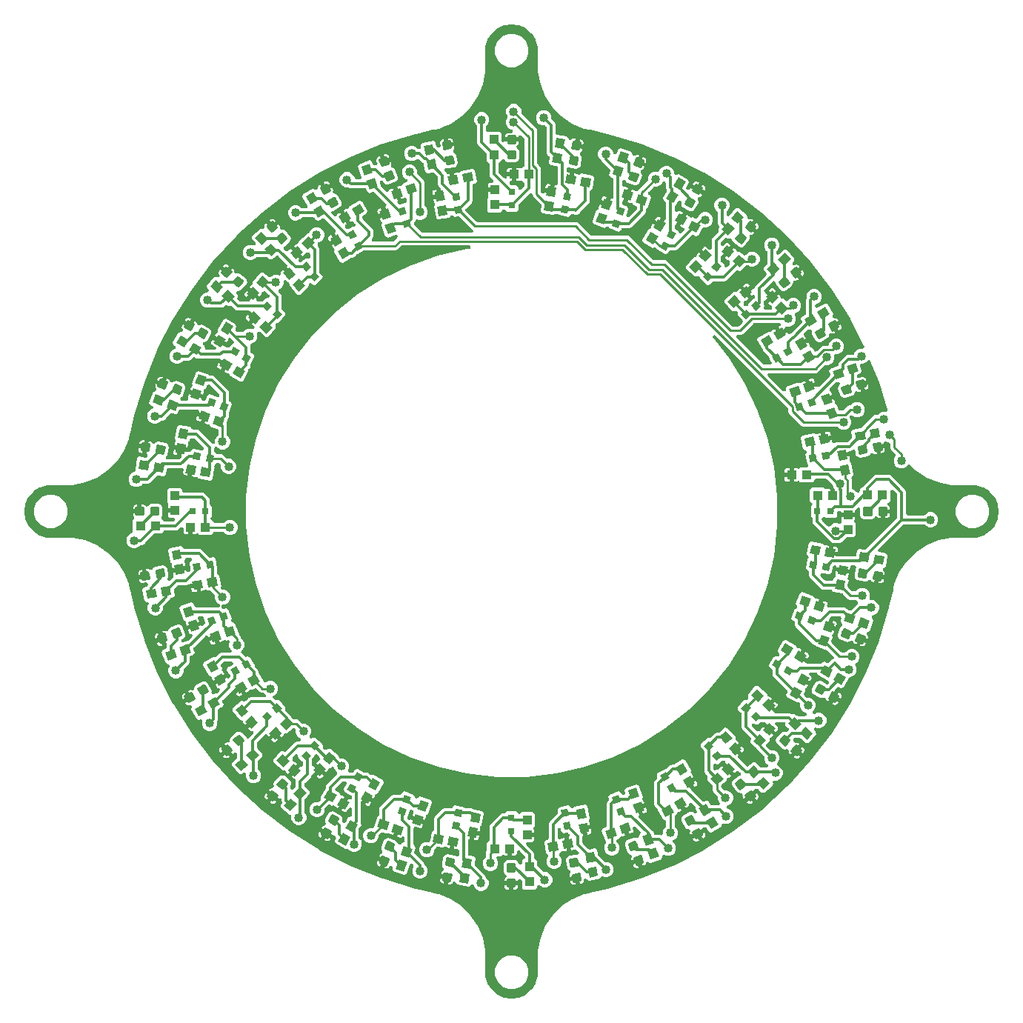
<source format=gbl>
G04 EAGLE Gerber X2 export*
G75*
%MOMM*%
%FSLAX34Y34*%
%LPD*%
%AMOC8*
5,1,8,0,0,1.08239X$1,22.5*%
G01*
%ADD10R,1.100000X1.000000*%
%ADD11C,0.300000*%
%ADD12R,1.000000X1.100000*%
%ADD13R,0.800000X0.800000*%
%ADD14R,0.800000X0.800000*%
%ADD15C,0.304800*%
%ADD16C,0.254000*%
%ADD17C,1.016000*%

G36*
X561771Y4833D02*
X561771Y4833D01*
X561836Y4830D01*
X561907Y4841D01*
X562012Y4847D01*
X569941Y5987D01*
X570061Y6017D01*
X570183Y6038D01*
X570269Y6068D01*
X570331Y6084D01*
X570397Y6115D01*
X570495Y6150D01*
X577782Y9478D01*
X577889Y9540D01*
X578000Y9594D01*
X578073Y9648D01*
X578129Y9680D01*
X578183Y9728D01*
X578268Y9790D01*
X584322Y15036D01*
X584407Y15126D01*
X584499Y15209D01*
X584554Y15281D01*
X584598Y15328D01*
X584636Y15389D01*
X584700Y15473D01*
X589031Y22211D01*
X589087Y22322D01*
X589152Y22427D01*
X589184Y22512D01*
X589214Y22570D01*
X589233Y22639D01*
X589271Y22737D01*
X591528Y30423D01*
X591537Y30473D01*
X591554Y30522D01*
X591589Y30748D01*
X591602Y30818D01*
X591602Y30833D01*
X591605Y30850D01*
X591891Y34855D01*
X591889Y34916D01*
X591896Y35000D01*
X591896Y59766D01*
X594743Y74152D01*
X600328Y87711D01*
X608438Y99929D01*
X618766Y110339D01*
X630919Y118547D01*
X631364Y118735D01*
X631365Y118735D01*
X636186Y120766D01*
X636187Y120766D01*
X641009Y122797D01*
X644433Y124240D01*
X650278Y125445D01*
X650279Y125445D01*
X651614Y125720D01*
X651634Y125726D01*
X651659Y125730D01*
X670996Y130170D01*
X671050Y130189D01*
X671127Y130205D01*
X709109Y141658D01*
X709176Y141686D01*
X709280Y141718D01*
X746085Y156522D01*
X746150Y156556D01*
X746250Y156597D01*
X781583Y174633D01*
X781645Y174673D01*
X781741Y174723D01*
X815320Y195846D01*
X815378Y195892D01*
X815470Y195950D01*
X847025Y219992D01*
X847078Y220042D01*
X847164Y220108D01*
X876443Y246876D01*
X876492Y246930D01*
X876571Y247004D01*
X903339Y276283D01*
X903383Y276342D01*
X903455Y276422D01*
X927497Y307977D01*
X927536Y308040D01*
X927601Y308127D01*
X948724Y341705D01*
X948757Y341771D01*
X948814Y341864D01*
X966850Y377197D01*
X966877Y377265D01*
X966925Y377362D01*
X981729Y414167D01*
X981749Y414238D01*
X981789Y414338D01*
X993242Y452319D01*
X993253Y452376D01*
X993277Y452451D01*
X997717Y471788D01*
X997720Y471808D01*
X997727Y471833D01*
X998002Y473168D01*
X998002Y473169D01*
X999207Y479014D01*
X1004900Y492528D01*
X1013108Y504680D01*
X1023518Y515008D01*
X1035735Y523118D01*
X1049294Y528703D01*
X1063680Y531550D01*
X1069736Y531550D01*
X1088446Y531550D01*
X1088507Y531556D01*
X1088591Y531555D01*
X1092596Y531841D01*
X1092647Y531850D01*
X1092698Y531851D01*
X1092923Y531898D01*
X1092993Y531910D01*
X1093006Y531915D01*
X1093023Y531918D01*
X1100709Y534175D01*
X1100824Y534222D01*
X1100942Y534259D01*
X1101022Y534302D01*
X1101082Y534326D01*
X1101142Y534366D01*
X1101235Y534415D01*
X1107973Y538746D01*
X1108071Y538823D01*
X1108173Y538892D01*
X1108238Y538956D01*
X1108289Y538996D01*
X1108335Y539051D01*
X1108410Y539124D01*
X1113656Y545178D01*
X1113727Y545279D01*
X1113806Y545375D01*
X1113851Y545454D01*
X1113888Y545507D01*
X1113917Y545573D01*
X1113968Y545664D01*
X1117296Y552951D01*
X1117336Y553068D01*
X1117385Y553182D01*
X1117405Y553270D01*
X1117426Y553332D01*
X1117435Y553403D01*
X1117459Y553505D01*
X1118599Y561434D01*
X1118604Y561557D01*
X1118619Y561681D01*
X1118613Y561771D01*
X1118616Y561836D01*
X1118605Y561907D01*
X1118599Y562012D01*
X1117459Y569941D01*
X1117429Y570061D01*
X1117408Y570183D01*
X1117378Y570269D01*
X1117362Y570331D01*
X1117331Y570397D01*
X1117296Y570495D01*
X1113968Y577782D01*
X1113906Y577889D01*
X1113852Y578000D01*
X1113798Y578073D01*
X1113766Y578129D01*
X1113718Y578183D01*
X1113656Y578268D01*
X1108410Y584322D01*
X1108320Y584407D01*
X1108237Y584499D01*
X1108165Y584554D01*
X1108118Y584598D01*
X1108057Y584636D01*
X1107973Y584700D01*
X1101235Y589031D01*
X1101124Y589087D01*
X1101019Y589152D01*
X1100934Y589184D01*
X1100876Y589214D01*
X1100807Y589233D01*
X1100709Y589271D01*
X1093023Y591528D01*
X1092973Y591537D01*
X1092924Y591554D01*
X1092698Y591589D01*
X1092628Y591602D01*
X1092613Y591602D01*
X1092596Y591605D01*
X1088591Y591891D01*
X1088530Y591889D01*
X1088446Y591896D01*
X1069648Y591896D01*
X1063680Y591896D01*
X1049294Y594743D01*
X1035735Y600328D01*
X1023518Y608439D01*
X1017369Y614539D01*
X1017358Y614548D01*
X1017349Y614558D01*
X1017202Y614674D01*
X1017056Y614793D01*
X1017044Y614799D01*
X1017033Y614808D01*
X1016866Y614893D01*
X1016700Y614980D01*
X1016686Y614984D01*
X1016674Y614990D01*
X1016493Y615041D01*
X1016313Y615093D01*
X1016300Y615095D01*
X1016286Y615098D01*
X1016098Y615112D01*
X1015912Y615128D01*
X1015898Y615127D01*
X1015885Y615128D01*
X1015698Y615104D01*
X1015512Y615083D01*
X1015499Y615079D01*
X1015485Y615077D01*
X1015307Y615017D01*
X1015129Y614960D01*
X1015117Y614953D01*
X1015104Y614949D01*
X1014942Y614856D01*
X1014777Y614764D01*
X1014767Y614755D01*
X1014755Y614748D01*
X1014502Y614533D01*
X1012293Y612325D01*
X1011539Y612012D01*
X1009119Y611010D01*
X1005683Y611010D01*
X1002508Y612325D01*
X1000079Y614754D01*
X998764Y617929D01*
X998764Y621365D01*
X1000084Y624551D01*
X1000172Y624663D01*
X1000289Y624805D01*
X1000297Y624821D01*
X1000308Y624835D01*
X1000391Y624999D01*
X1000477Y625161D01*
X1000482Y625178D01*
X1000490Y625194D01*
X1000540Y625371D01*
X1000592Y625547D01*
X1000594Y625564D01*
X1000598Y625582D01*
X1000612Y625765D01*
X1000628Y625948D01*
X1000627Y625965D01*
X1000628Y625983D01*
X1000605Y626166D01*
X1000585Y626348D01*
X1000580Y626365D01*
X1000577Y626383D01*
X1000519Y626557D01*
X1000464Y626732D01*
X1000455Y626747D01*
X1000449Y626764D01*
X1000358Y626923D01*
X1000269Y627084D01*
X1000257Y627098D01*
X1000248Y627113D01*
X1000034Y627366D01*
X996825Y630575D01*
X995182Y632218D01*
X994447Y633992D01*
X994447Y638529D01*
X994445Y638547D01*
X994447Y638565D01*
X994425Y638747D01*
X994407Y638930D01*
X994402Y638947D01*
X994400Y638965D01*
X994343Y639139D01*
X994289Y639315D01*
X994280Y639331D01*
X994275Y639348D01*
X994184Y639508D01*
X994097Y639669D01*
X994086Y639683D01*
X994077Y639698D01*
X993957Y639837D01*
X993839Y639978D01*
X993825Y639989D01*
X993814Y640003D01*
X993669Y640115D01*
X993526Y640231D01*
X993510Y640239D01*
X993496Y640250D01*
X993331Y640332D01*
X993168Y640416D01*
X993151Y640421D01*
X993135Y640429D01*
X992957Y640477D01*
X992781Y640527D01*
X992764Y640529D01*
X992746Y640534D01*
X992416Y640561D01*
X992358Y640561D01*
X989899Y641579D01*
X989716Y641635D01*
X989535Y641691D01*
X989524Y641693D01*
X989514Y641696D01*
X989324Y641714D01*
X989135Y641734D01*
X989124Y641733D01*
X989113Y641734D01*
X988925Y641714D01*
X988734Y641697D01*
X988723Y641693D01*
X988712Y641692D01*
X988532Y641636D01*
X988348Y641581D01*
X988339Y641576D01*
X988328Y641572D01*
X988162Y641482D01*
X987993Y641392D01*
X987985Y641384D01*
X987975Y641379D01*
X987829Y641257D01*
X987682Y641136D01*
X987675Y641127D01*
X987667Y641120D01*
X987548Y640971D01*
X987428Y640824D01*
X987423Y640814D01*
X987416Y640805D01*
X987328Y640635D01*
X987240Y640468D01*
X987237Y640457D01*
X987232Y640447D01*
X987180Y640264D01*
X987126Y640081D01*
X987125Y640070D01*
X987122Y640060D01*
X987107Y639870D01*
X987091Y639680D01*
X987092Y639668D01*
X987091Y639658D01*
X987098Y639600D01*
X987121Y639350D01*
X987179Y639024D01*
X980214Y637795D01*
X980197Y637791D01*
X980179Y637789D01*
X980004Y637737D01*
X979826Y637687D01*
X979810Y637678D01*
X979793Y637673D01*
X979631Y637587D01*
X979468Y637503D01*
X979454Y637492D01*
X979438Y637484D01*
X979296Y637367D01*
X979152Y637253D01*
X979141Y637240D01*
X979127Y637228D01*
X979010Y637085D01*
X978893Y636946D01*
X978884Y636930D01*
X978873Y636916D01*
X978787Y636753D01*
X978699Y636593D01*
X978693Y636576D01*
X978685Y636560D01*
X978633Y636383D01*
X978624Y636354D01*
X978537Y636283D01*
X978393Y636169D01*
X978381Y636155D01*
X978368Y636144D01*
X978251Y636001D01*
X978133Y635861D01*
X978125Y635845D01*
X978113Y635832D01*
X978027Y635669D01*
X977939Y635508D01*
X977934Y635491D01*
X977925Y635475D01*
X977873Y635299D01*
X977818Y635124D01*
X977817Y635106D01*
X977812Y635089D01*
X977795Y634907D01*
X977776Y634724D01*
X977778Y634706D01*
X977776Y634688D01*
X977807Y634358D01*
X979035Y627393D01*
X977658Y627150D01*
X976862Y627167D01*
X976085Y627339D01*
X975356Y627660D01*
X974731Y628098D01*
X974716Y628106D01*
X974702Y628118D01*
X974541Y628205D01*
X974380Y628295D01*
X974363Y628300D01*
X974347Y628309D01*
X974172Y628362D01*
X973997Y628419D01*
X973979Y628421D01*
X973962Y628426D01*
X973778Y628444D01*
X973597Y628465D01*
X973579Y628463D01*
X973561Y628465D01*
X973378Y628446D01*
X973196Y628431D01*
X973179Y628426D01*
X973161Y628424D01*
X972986Y628370D01*
X972809Y628319D01*
X972793Y628310D01*
X972776Y628305D01*
X972615Y628217D01*
X972452Y628132D01*
X972438Y628121D01*
X972423Y628113D01*
X972281Y627994D01*
X972139Y627879D01*
X972128Y627866D01*
X972114Y627854D01*
X971902Y627599D01*
X970533Y625644D01*
X968836Y624563D01*
X959962Y622998D01*
X957998Y623433D01*
X956350Y624587D01*
X955269Y626284D01*
X954496Y630666D01*
X954487Y630698D01*
X954484Y630731D01*
X954433Y630891D01*
X954387Y631053D01*
X954372Y631083D01*
X954362Y631115D01*
X954281Y631262D01*
X954204Y631412D01*
X954183Y631438D01*
X954167Y631467D01*
X954058Y631596D01*
X953954Y631727D01*
X953928Y631749D01*
X953907Y631774D01*
X953775Y631878D01*
X953646Y631987D01*
X953617Y632003D01*
X953591Y632024D01*
X953441Y632100D01*
X953294Y632181D01*
X953262Y632191D01*
X953232Y632206D01*
X953069Y632251D01*
X952909Y632302D01*
X952876Y632305D01*
X952844Y632314D01*
X952676Y632326D01*
X952509Y632344D01*
X952476Y632341D01*
X952443Y632343D01*
X952276Y632322D01*
X952108Y632307D01*
X952076Y632297D01*
X952043Y632293D01*
X951884Y632240D01*
X951723Y632191D01*
X951693Y632175D01*
X951661Y632165D01*
X951516Y632081D01*
X951367Y632002D01*
X951341Y631980D01*
X951313Y631964D01*
X951060Y631749D01*
X950886Y631576D01*
X949010Y630799D01*
X948854Y630783D01*
X948659Y630765D01*
X948653Y630763D01*
X948646Y630763D01*
X948460Y630706D01*
X948274Y630650D01*
X948268Y630646D01*
X948261Y630645D01*
X948091Y630552D01*
X947918Y630460D01*
X947913Y630456D01*
X947907Y630453D01*
X947758Y630328D01*
X947607Y630204D01*
X947603Y630199D01*
X947598Y630195D01*
X947476Y630043D01*
X947353Y629892D01*
X947350Y629886D01*
X947346Y629881D01*
X947257Y629709D01*
X947243Y629683D01*
X939871Y628383D01*
X939862Y628381D01*
X939858Y628381D01*
X939851Y628378D01*
X939836Y628377D01*
X939661Y628324D01*
X939483Y628275D01*
X939468Y628266D01*
X939450Y628261D01*
X939288Y628175D01*
X939125Y628091D01*
X939111Y628080D01*
X939095Y628072D01*
X938953Y627955D01*
X938810Y627841D01*
X938798Y627828D01*
X938784Y627816D01*
X938668Y627673D01*
X938550Y627534D01*
X938541Y627518D01*
X938530Y627504D01*
X938444Y627341D01*
X938356Y627181D01*
X938350Y627164D01*
X938342Y627148D01*
X938290Y626972D01*
X938235Y626797D01*
X938233Y626779D01*
X938228Y626762D01*
X938212Y626579D01*
X938193Y626396D01*
X938194Y626378D01*
X938193Y626361D01*
X938223Y626030D01*
X938386Y625109D01*
X938391Y625091D01*
X938392Y625074D01*
X938445Y624898D01*
X938495Y624721D01*
X938503Y624705D01*
X938508Y624688D01*
X938595Y624526D01*
X938678Y624362D01*
X938689Y624348D01*
X938697Y624333D01*
X938814Y624191D01*
X938928Y624047D01*
X938942Y624036D01*
X938953Y624022D01*
X939095Y623906D01*
X939236Y623787D01*
X939252Y623779D01*
X939265Y623767D01*
X939427Y623682D01*
X939589Y623593D01*
X939606Y623588D01*
X939621Y623579D01*
X939798Y623527D01*
X939973Y623473D01*
X939990Y623471D01*
X940008Y623466D01*
X940190Y623449D01*
X940373Y623430D01*
X940391Y623432D01*
X940409Y623430D01*
X940739Y623461D01*
X947704Y624689D01*
X948283Y621405D01*
X948225Y620738D01*
X948168Y620581D01*
X948130Y620431D01*
X948084Y620283D01*
X948080Y620236D01*
X948068Y620191D01*
X948061Y620037D01*
X948045Y619882D01*
X948050Y619836D01*
X948048Y619789D01*
X948071Y619636D01*
X948086Y619481D01*
X948100Y619437D01*
X948107Y619391D01*
X948159Y619245D01*
X948205Y619097D01*
X948228Y619056D01*
X948243Y619012D01*
X948324Y618879D01*
X948398Y618743D01*
X948428Y618708D01*
X948452Y618668D01*
X948557Y618553D01*
X948656Y618435D01*
X948697Y618401D01*
X948724Y618371D01*
X948794Y618320D01*
X948912Y618223D01*
X950012Y617452D01*
X952434Y603718D01*
X950451Y600887D01*
X950429Y600846D01*
X950400Y600809D01*
X950330Y600671D01*
X950254Y600536D01*
X950240Y600491D01*
X950219Y600450D01*
X950178Y600300D01*
X950130Y600153D01*
X950125Y600106D01*
X950113Y600061D01*
X950102Y599907D01*
X950084Y599753D01*
X950088Y599706D01*
X950085Y599660D01*
X950105Y599506D01*
X950118Y599352D01*
X950131Y599307D01*
X950137Y599260D01*
X950214Y599022D01*
X950230Y598965D01*
X950235Y598956D01*
X950239Y598944D01*
X950723Y597776D01*
X950723Y588686D01*
X950725Y588664D01*
X950723Y588642D01*
X950745Y588464D01*
X950763Y588285D01*
X950769Y588264D01*
X950772Y588242D01*
X950828Y588072D01*
X950881Y587900D01*
X950891Y587881D01*
X950898Y587860D01*
X950987Y587704D01*
X951073Y587546D01*
X951087Y587529D01*
X951098Y587510D01*
X951216Y587375D01*
X951330Y587237D01*
X951348Y587223D01*
X951362Y587206D01*
X951505Y587097D01*
X951644Y586985D01*
X951664Y586975D01*
X951682Y586961D01*
X951977Y586809D01*
X954090Y585934D01*
X956116Y583908D01*
X956123Y583903D01*
X956128Y583896D01*
X956278Y583776D01*
X956427Y583653D01*
X956435Y583649D01*
X956442Y583644D01*
X956612Y583555D01*
X956783Y583465D01*
X956792Y583462D01*
X956799Y583458D01*
X956984Y583405D01*
X957169Y583350D01*
X957178Y583349D01*
X957186Y583347D01*
X957377Y583331D01*
X957570Y583314D01*
X957579Y583315D01*
X957588Y583314D01*
X957777Y583336D01*
X957970Y583357D01*
X957979Y583360D01*
X957987Y583361D01*
X958169Y583420D01*
X958354Y583478D01*
X958362Y583483D01*
X958370Y583486D01*
X958539Y583581D01*
X958706Y583673D01*
X958713Y583679D01*
X958721Y583683D01*
X958867Y583809D01*
X959013Y583934D01*
X959019Y583941D01*
X959026Y583947D01*
X959143Y584098D01*
X959263Y584250D01*
X959267Y584258D01*
X959272Y584265D01*
X959358Y584437D01*
X959445Y584609D01*
X959448Y584617D01*
X959452Y584625D01*
X959502Y584811D01*
X959553Y584997D01*
X959554Y585005D01*
X959556Y585014D01*
X959583Y585345D01*
X959583Y587113D01*
X961667Y589197D01*
X962323Y589197D01*
X962345Y589199D01*
X962367Y589197D01*
X962545Y589219D01*
X962724Y589237D01*
X962745Y589243D01*
X962767Y589246D01*
X962936Y589302D01*
X963109Y589355D01*
X963128Y589365D01*
X963149Y589372D01*
X963305Y589461D01*
X963463Y589547D01*
X963480Y589561D01*
X963499Y589572D01*
X963635Y589690D01*
X963772Y589804D01*
X963786Y589822D01*
X963803Y589836D01*
X963912Y589978D01*
X964024Y590118D01*
X964034Y590138D01*
X964048Y590156D01*
X964200Y590451D01*
X964333Y590772D01*
X976038Y602477D01*
X977905Y603251D01*
X993897Y603251D01*
X995764Y602477D01*
X1011925Y586316D01*
X1012699Y584449D01*
X1012699Y559308D01*
X1012701Y559290D01*
X1012699Y559272D01*
X1012720Y559090D01*
X1012739Y558907D01*
X1012744Y558890D01*
X1012746Y558873D01*
X1012803Y558698D01*
X1012857Y558522D01*
X1012865Y558507D01*
X1012871Y558490D01*
X1012961Y558330D01*
X1013049Y558168D01*
X1013060Y558155D01*
X1013069Y558139D01*
X1013189Y558000D01*
X1013306Y557859D01*
X1013320Y557848D01*
X1013332Y557834D01*
X1013477Y557722D01*
X1013620Y557607D01*
X1013636Y557599D01*
X1013650Y557588D01*
X1013815Y557506D01*
X1013977Y557421D01*
X1013994Y557416D01*
X1014010Y557408D01*
X1014189Y557361D01*
X1014364Y557310D01*
X1014382Y557308D01*
X1014399Y557304D01*
X1014730Y557277D01*
X1032663Y557277D01*
X1032690Y557279D01*
X1032716Y557277D01*
X1032890Y557299D01*
X1033064Y557317D01*
X1033089Y557324D01*
X1033116Y557328D01*
X1033282Y557383D01*
X1033449Y557435D01*
X1033472Y557448D01*
X1033498Y557456D01*
X1033649Y557543D01*
X1033803Y557627D01*
X1033823Y557644D01*
X1033846Y557657D01*
X1034099Y557872D01*
X1035746Y559518D01*
X1038920Y560833D01*
X1042356Y560833D01*
X1045530Y559518D01*
X1047960Y557088D01*
X1049275Y553914D01*
X1049275Y550478D01*
X1047960Y547304D01*
X1045530Y544874D01*
X1042356Y543559D01*
X1038920Y543559D01*
X1035746Y544874D01*
X1034099Y546520D01*
X1034079Y546537D01*
X1034061Y546558D01*
X1033923Y546665D01*
X1033788Y546775D01*
X1033764Y546788D01*
X1033743Y546804D01*
X1033586Y546882D01*
X1033432Y546964D01*
X1033407Y546972D01*
X1033383Y546984D01*
X1033213Y547029D01*
X1033046Y547079D01*
X1033020Y547081D01*
X1032994Y547088D01*
X1032663Y547115D01*
X1010365Y547115D01*
X1010338Y547113D01*
X1010312Y547115D01*
X1010138Y547093D01*
X1009964Y547075D01*
X1009939Y547068D01*
X1009912Y547064D01*
X1009747Y547009D01*
X1009580Y546957D01*
X1009556Y546944D01*
X1009531Y546936D01*
X1009379Y546849D01*
X1009225Y546765D01*
X1009205Y546748D01*
X1009182Y546735D01*
X1008929Y546520D01*
X980953Y518544D01*
X980932Y518519D01*
X980906Y518497D01*
X980804Y518363D01*
X980698Y518233D01*
X980682Y518203D01*
X980662Y518177D01*
X980588Y518026D01*
X980509Y517877D01*
X980500Y517845D01*
X980485Y517815D01*
X980442Y517653D01*
X980394Y517491D01*
X980391Y517458D01*
X980383Y517426D01*
X980373Y517258D01*
X980358Y517090D01*
X980361Y517057D01*
X980360Y517024D01*
X980383Y516858D01*
X980401Y516690D01*
X980411Y516658D01*
X980416Y516625D01*
X980472Y516467D01*
X980523Y516306D01*
X980539Y516277D01*
X980550Y516245D01*
X980636Y516101D01*
X980718Y515954D01*
X980739Y515928D01*
X980756Y515900D01*
X980869Y515775D01*
X980978Y515647D01*
X981004Y515626D01*
X981027Y515601D01*
X981162Y515502D01*
X981294Y515397D01*
X981324Y515382D01*
X981351Y515362D01*
X981503Y515291D01*
X981653Y515215D01*
X981685Y515206D01*
X981715Y515192D01*
X982036Y515108D01*
X989794Y513740D01*
X991484Y511326D01*
X989236Y498576D01*
X986891Y496934D01*
X986879Y496924D01*
X986865Y496916D01*
X986726Y496793D01*
X986585Y496672D01*
X986576Y496659D01*
X986564Y496649D01*
X986452Y496501D01*
X986338Y496354D01*
X986331Y496340D01*
X986321Y496328D01*
X986241Y496161D01*
X986158Y495994D01*
X986154Y495979D01*
X986147Y495965D01*
X986101Y495785D01*
X986052Y495606D01*
X986051Y495590D01*
X986047Y495575D01*
X986038Y495389D01*
X986026Y495204D01*
X986028Y495188D01*
X986027Y495173D01*
X986054Y494989D01*
X986079Y494805D01*
X986084Y494790D01*
X986086Y494774D01*
X986149Y494599D01*
X986209Y494424D01*
X986217Y494410D01*
X986222Y494396D01*
X986319Y494236D01*
X986413Y494076D01*
X986423Y494065D01*
X986431Y494051D01*
X986651Y493803D01*
X987323Y493160D01*
X987780Y492508D01*
X988100Y491779D01*
X988272Y491002D01*
X988290Y490206D01*
X988047Y488829D01*
X981082Y490057D01*
X981064Y490058D01*
X981047Y490063D01*
X980863Y490074D01*
X980680Y490087D01*
X980663Y490085D01*
X980645Y490086D01*
X980462Y490060D01*
X980281Y490038D01*
X980264Y490032D01*
X980246Y490030D01*
X980072Y489968D01*
X979899Y489911D01*
X979883Y489902D01*
X979867Y489896D01*
X979709Y489802D01*
X979550Y489710D01*
X979536Y489699D01*
X979521Y489689D01*
X979385Y489566D01*
X979247Y489445D01*
X979236Y489431D01*
X979222Y489419D01*
X979113Y489270D01*
X979095Y489247D01*
X978989Y489209D01*
X978814Y489151D01*
X978799Y489142D01*
X978782Y489136D01*
X978624Y489042D01*
X978465Y488951D01*
X978452Y488939D01*
X978436Y488930D01*
X978300Y488807D01*
X978162Y488686D01*
X978151Y488672D01*
X978138Y488660D01*
X978029Y488513D01*
X977917Y488366D01*
X977909Y488350D01*
X977899Y488336D01*
X977821Y488170D01*
X977740Y488004D01*
X977736Y487987D01*
X977728Y487971D01*
X977644Y487650D01*
X976416Y480685D01*
X975039Y480928D01*
X974297Y481216D01*
X973625Y481644D01*
X973051Y482194D01*
X972613Y482819D01*
X972601Y482833D01*
X972592Y482848D01*
X972470Y482986D01*
X972350Y483125D01*
X972336Y483136D01*
X972324Y483149D01*
X972177Y483260D01*
X972033Y483372D01*
X972017Y483380D01*
X972003Y483391D01*
X971837Y483470D01*
X971673Y483552D01*
X971656Y483557D01*
X971639Y483565D01*
X971461Y483610D01*
X971284Y483658D01*
X971267Y483659D01*
X971249Y483663D01*
X971065Y483672D01*
X970883Y483684D01*
X970865Y483682D01*
X970847Y483683D01*
X970666Y483656D01*
X970483Y483631D01*
X970466Y483626D01*
X970449Y483623D01*
X970277Y483560D01*
X970103Y483501D01*
X970087Y483492D01*
X970070Y483486D01*
X969784Y483318D01*
X967829Y481949D01*
X965865Y481514D01*
X956990Y483079D01*
X955293Y484159D01*
X954139Y485807D01*
X953704Y487771D01*
X955269Y496646D01*
X955334Y496749D01*
X955421Y496919D01*
X955508Y497087D01*
X955511Y497098D01*
X955516Y497108D01*
X955567Y497292D01*
X955619Y497474D01*
X955620Y497485D01*
X955623Y497496D01*
X955636Y497684D01*
X955652Y497876D01*
X955651Y497887D01*
X955652Y497898D01*
X955627Y498086D01*
X955605Y498275D01*
X955602Y498286D01*
X955600Y498297D01*
X955540Y498476D01*
X955480Y498658D01*
X955475Y498668D01*
X955471Y498678D01*
X955377Y498842D01*
X955282Y499009D01*
X955275Y499017D01*
X955270Y499027D01*
X955144Y499169D01*
X955019Y499314D01*
X955011Y499320D01*
X955003Y499329D01*
X954851Y499444D01*
X954701Y499560D01*
X954691Y499565D01*
X954682Y499572D01*
X954510Y499655D01*
X954341Y499740D01*
X954330Y499742D01*
X954320Y499747D01*
X954136Y499795D01*
X953952Y499844D01*
X953940Y499845D01*
X953930Y499848D01*
X953871Y499851D01*
X953621Y499871D01*
X950605Y499871D01*
X950563Y499867D01*
X950521Y499870D01*
X950363Y499847D01*
X950204Y499831D01*
X950164Y499819D01*
X950122Y499813D01*
X949972Y499760D01*
X949819Y499713D01*
X949782Y499693D01*
X949742Y499679D01*
X949606Y499597D01*
X949465Y499521D01*
X949433Y499494D01*
X949397Y499473D01*
X949278Y499366D01*
X949156Y499264D01*
X949130Y499231D01*
X949098Y499202D01*
X949004Y499074D01*
X948904Y498950D01*
X948884Y498912D01*
X948859Y498878D01*
X948792Y498734D01*
X948718Y498593D01*
X948707Y498552D01*
X948689Y498514D01*
X948619Y498247D01*
X948607Y498206D01*
X948606Y498200D01*
X948605Y498193D01*
X948116Y495423D01*
X941151Y496651D01*
X941133Y496652D01*
X941116Y496657D01*
X940932Y496667D01*
X940750Y496681D01*
X940732Y496679D01*
X940714Y496680D01*
X940672Y496674D01*
X940583Y496717D01*
X940566Y496722D01*
X940550Y496729D01*
X940229Y496813D01*
X933176Y498057D01*
X933173Y498082D01*
X933150Y498275D01*
X933148Y498282D01*
X933147Y498288D01*
X933086Y498472D01*
X933025Y498658D01*
X933022Y498664D01*
X933020Y498670D01*
X932923Y498839D01*
X932827Y499009D01*
X932823Y499014D01*
X932819Y499020D01*
X932691Y499166D01*
X932564Y499314D01*
X932559Y499318D01*
X932554Y499323D01*
X932400Y499441D01*
X932246Y499560D01*
X932240Y499563D01*
X932235Y499567D01*
X932060Y499653D01*
X931885Y499740D01*
X931879Y499741D01*
X931873Y499744D01*
X931687Y499793D01*
X931496Y499844D01*
X931489Y499845D01*
X931483Y499846D01*
X931441Y499849D01*
X931166Y499871D01*
X931116Y499871D01*
X931092Y499869D01*
X931081Y499870D01*
X931080Y499869D01*
X931063Y499871D01*
X930889Y499849D01*
X930716Y499831D01*
X930690Y499824D01*
X930664Y499820D01*
X930498Y499765D01*
X930331Y499713D01*
X930307Y499700D01*
X930282Y499692D01*
X930130Y499605D01*
X929977Y499521D01*
X929956Y499504D01*
X929933Y499491D01*
X929680Y499276D01*
X929507Y499103D01*
X929474Y499063D01*
X929436Y499029D01*
X929347Y498908D01*
X929252Y498792D01*
X929228Y498746D01*
X929197Y498705D01*
X929133Y498569D01*
X929063Y498436D01*
X929048Y498387D01*
X929027Y498340D01*
X928968Y498117D01*
X928948Y498050D01*
X928947Y498036D01*
X928943Y498019D01*
X927768Y491355D01*
X925354Y489665D01*
X917003Y491138D01*
X916818Y491152D01*
X916633Y491169D01*
X916617Y491167D01*
X916602Y491168D01*
X916418Y491145D01*
X916232Y491125D01*
X916218Y491120D01*
X916202Y491119D01*
X916026Y491060D01*
X915849Y491004D01*
X915835Y490996D01*
X915820Y490991D01*
X915659Y490899D01*
X915496Y490809D01*
X915484Y490799D01*
X915471Y490791D01*
X915331Y490668D01*
X915189Y490548D01*
X915180Y490536D01*
X915168Y490526D01*
X915055Y490378D01*
X914940Y490232D01*
X914933Y490219D01*
X914923Y490206D01*
X914842Y490040D01*
X914757Y489873D01*
X914753Y489858D01*
X914746Y489844D01*
X914699Y489665D01*
X914649Y489486D01*
X914648Y489470D01*
X914644Y489455D01*
X914634Y489270D01*
X914620Y489084D01*
X914622Y489069D01*
X914621Y489053D01*
X914647Y488870D01*
X914670Y488685D01*
X914675Y488670D01*
X914677Y488654D01*
X914739Y488480D01*
X914799Y488303D01*
X914806Y488289D01*
X914811Y488275D01*
X914906Y488116D01*
X914999Y487954D01*
X915011Y487941D01*
X915018Y487929D01*
X915065Y487877D01*
X915214Y487701D01*
X919708Y483207D01*
X919729Y483190D01*
X919747Y483170D01*
X919884Y483063D01*
X920020Y482952D01*
X920044Y482939D01*
X920065Y482923D01*
X920221Y482845D01*
X920376Y482763D01*
X920401Y482755D01*
X920425Y482744D01*
X920594Y482698D01*
X920762Y482648D01*
X920788Y482646D01*
X920814Y482639D01*
X921145Y482612D01*
X927807Y482612D01*
X927849Y482616D01*
X927891Y482614D01*
X928049Y482636D01*
X928208Y482652D01*
X928248Y482664D01*
X928290Y482670D01*
X928440Y482723D01*
X928593Y482770D01*
X928630Y482790D01*
X928670Y482804D01*
X928807Y482886D01*
X928947Y482962D01*
X928979Y482989D01*
X929015Y483010D01*
X929134Y483118D01*
X929256Y483219D01*
X929282Y483252D01*
X929314Y483281D01*
X929408Y483409D01*
X929508Y483533D01*
X929528Y483571D01*
X929553Y483605D01*
X929620Y483749D01*
X929694Y483890D01*
X929705Y483931D01*
X929723Y483969D01*
X929793Y484236D01*
X929805Y484277D01*
X929806Y484283D01*
X929807Y484290D01*
X930088Y485882D01*
X931188Y486653D01*
X931306Y486754D01*
X931428Y486849D01*
X931458Y486885D01*
X931494Y486915D01*
X931589Y487037D01*
X931690Y487155D01*
X931713Y487196D01*
X931741Y487233D01*
X931811Y487372D01*
X931886Y487507D01*
X931900Y487551D01*
X931921Y487593D01*
X931962Y487743D01*
X932009Y487890D01*
X932015Y487936D01*
X932027Y487981D01*
X932037Y488136D01*
X932054Y488290D01*
X932050Y488337D01*
X932053Y488383D01*
X932033Y488536D01*
X932020Y488691D01*
X932006Y488742D01*
X932000Y488782D01*
X931972Y488864D01*
X931932Y489011D01*
X931875Y489168D01*
X931817Y489834D01*
X932396Y493119D01*
X939361Y491891D01*
X939379Y491889D01*
X939396Y491885D01*
X939580Y491874D01*
X939762Y491861D01*
X939780Y491863D01*
X939798Y491862D01*
X939840Y491868D01*
X939929Y491824D01*
X939946Y491820D01*
X939962Y491812D01*
X940283Y491728D01*
X947248Y490500D01*
X946669Y487215D01*
X946386Y486609D01*
X946279Y486481D01*
X946192Y486353D01*
X946099Y486229D01*
X946078Y486187D01*
X946052Y486149D01*
X945992Y486006D01*
X945925Y485866D01*
X945913Y485821D01*
X945895Y485778D01*
X945864Y485626D01*
X945826Y485476D01*
X945824Y485429D01*
X945815Y485384D01*
X945814Y485229D01*
X945806Y485074D01*
X945813Y485028D01*
X945813Y484981D01*
X945843Y484829D01*
X945866Y484676D01*
X945882Y484632D01*
X945891Y484586D01*
X945951Y484443D01*
X946004Y484297D01*
X946030Y484252D01*
X946046Y484214D01*
X946094Y484143D01*
X946171Y484011D01*
X946942Y482911D01*
X945897Y476987D01*
X945897Y476985D01*
X945896Y476982D01*
X945881Y476779D01*
X945867Y476585D01*
X945867Y476583D01*
X945867Y476581D01*
X945894Y476368D01*
X945916Y476186D01*
X945917Y476184D01*
X945917Y476181D01*
X945983Y475986D01*
X946044Y475804D01*
X946045Y475802D01*
X946046Y475800D01*
X946147Y475624D01*
X946244Y475455D01*
X946245Y475453D01*
X946247Y475451D01*
X946461Y475198D01*
X950655Y471004D01*
X950676Y470987D01*
X950694Y470966D01*
X950831Y470860D01*
X950967Y470749D01*
X950991Y470736D01*
X951012Y470720D01*
X951168Y470642D01*
X951323Y470560D01*
X951348Y470552D01*
X951372Y470540D01*
X951541Y470495D01*
X951709Y470445D01*
X951735Y470443D01*
X951761Y470436D01*
X952092Y470409D01*
X954431Y470409D01*
X954458Y470411D01*
X954484Y470409D01*
X954658Y470431D01*
X954832Y470449D01*
X954857Y470456D01*
X954884Y470460D01*
X955050Y470515D01*
X955217Y470567D01*
X955240Y470580D01*
X955266Y470588D01*
X955417Y470675D01*
X955571Y470759D01*
X955591Y470776D01*
X955614Y470789D01*
X955867Y471004D01*
X957768Y472904D01*
X960942Y474219D01*
X964378Y474219D01*
X967552Y472904D01*
X969982Y470474D01*
X971297Y467300D01*
X971297Y463864D01*
X970963Y463057D01*
X970959Y463044D01*
X970953Y463033D01*
X970901Y462853D01*
X970846Y462672D01*
X970845Y462659D01*
X970841Y462646D01*
X970826Y462458D01*
X970808Y462271D01*
X970809Y462258D01*
X970808Y462244D01*
X970830Y462058D01*
X970850Y461871D01*
X970854Y461858D01*
X970855Y461845D01*
X970913Y461666D01*
X970969Y461486D01*
X970976Y461475D01*
X970980Y461462D01*
X971072Y461298D01*
X971163Y461133D01*
X971171Y461123D01*
X971178Y461111D01*
X971300Y460969D01*
X971422Y460825D01*
X971432Y460817D01*
X971441Y460806D01*
X971589Y460692D01*
X971737Y460574D01*
X971749Y460568D01*
X971759Y460560D01*
X971927Y460476D01*
X972095Y460390D01*
X972108Y460386D01*
X972120Y460380D01*
X972302Y460331D01*
X972482Y460280D01*
X972495Y460279D01*
X972508Y460276D01*
X972839Y460249D01*
X974792Y460249D01*
X977966Y458934D01*
X980396Y456504D01*
X981711Y453330D01*
X981711Y449894D01*
X980396Y446720D01*
X977966Y444290D01*
X974593Y442893D01*
X974539Y442864D01*
X974480Y442842D01*
X974361Y442769D01*
X974239Y442703D01*
X974191Y442663D01*
X974138Y442631D01*
X974036Y442535D01*
X973928Y442446D01*
X973889Y442398D01*
X973843Y442356D01*
X973762Y442242D01*
X973674Y442134D01*
X973646Y442079D01*
X973609Y442028D01*
X973552Y441901D01*
X973487Y441777D01*
X973470Y441718D01*
X973444Y441661D01*
X973413Y441525D01*
X973374Y441391D01*
X973369Y441329D01*
X973355Y441268D01*
X973352Y441128D01*
X973340Y440990D01*
X973347Y440928D01*
X973345Y440866D01*
X973369Y440728D01*
X973385Y440590D01*
X973404Y440530D01*
X973415Y440469D01*
X973482Y440286D01*
X973508Y440206D01*
X973520Y440186D01*
X973530Y440158D01*
X975022Y436958D01*
X970594Y424792D01*
X968779Y423946D01*
X968766Y423938D01*
X968751Y423933D01*
X968592Y423835D01*
X968433Y423741D01*
X968421Y423730D01*
X968408Y423722D01*
X968272Y423596D01*
X968134Y423471D01*
X968125Y423458D01*
X968113Y423448D01*
X968005Y423297D01*
X967894Y423147D01*
X967887Y423133D01*
X967878Y423121D01*
X967802Y422951D01*
X967723Y422783D01*
X967719Y422768D01*
X967712Y422754D01*
X967671Y422572D01*
X967627Y422392D01*
X967626Y422376D01*
X967622Y422361D01*
X967617Y422176D01*
X967609Y421990D01*
X967612Y421974D01*
X967611Y421959D01*
X967643Y421775D01*
X967672Y421592D01*
X967677Y421578D01*
X967680Y421562D01*
X967747Y421389D01*
X967812Y421215D01*
X967820Y421201D01*
X967826Y421187D01*
X967999Y420904D01*
X968471Y420261D01*
X968807Y419539D01*
X968997Y418766D01*
X969031Y417971D01*
X968910Y417184D01*
X968432Y415870D01*
X961786Y418289D01*
X961769Y418293D01*
X961752Y418301D01*
X961573Y418343D01*
X961396Y418388D01*
X961378Y418389D01*
X961361Y418393D01*
X961176Y418400D01*
X960994Y418409D01*
X960976Y418406D01*
X960958Y418407D01*
X960777Y418377D01*
X960595Y418350D01*
X960578Y418344D01*
X960561Y418341D01*
X960390Y418276D01*
X960217Y418213D01*
X960201Y418204D01*
X960185Y418198D01*
X960029Y418100D01*
X959872Y418005D01*
X959859Y417993D01*
X959844Y417983D01*
X959711Y417857D01*
X959688Y417836D01*
X959576Y417817D01*
X959395Y417790D01*
X959379Y417784D01*
X959361Y417781D01*
X959189Y417716D01*
X959017Y417654D01*
X959001Y417645D01*
X958985Y417638D01*
X958829Y417540D01*
X958672Y417445D01*
X958659Y417433D01*
X958644Y417424D01*
X958511Y417297D01*
X958376Y417173D01*
X958365Y417159D01*
X958352Y417146D01*
X958247Y416996D01*
X958139Y416848D01*
X958131Y416832D01*
X958121Y416817D01*
X957982Y416515D01*
X955563Y409869D01*
X954249Y410348D01*
X953569Y410761D01*
X952982Y411298D01*
X952511Y411940D01*
X952189Y412632D01*
X952180Y412647D01*
X952173Y412664D01*
X952077Y412820D01*
X951983Y412978D01*
X951971Y412991D01*
X951962Y413006D01*
X951837Y413140D01*
X951714Y413277D01*
X951699Y413288D01*
X951687Y413301D01*
X951538Y413407D01*
X951390Y413517D01*
X951374Y413524D01*
X951359Y413535D01*
X951192Y413610D01*
X951026Y413688D01*
X951009Y413692D01*
X950992Y413700D01*
X950813Y413740D01*
X950635Y413784D01*
X950617Y413785D01*
X950600Y413789D01*
X950416Y413793D01*
X950233Y413801D01*
X950215Y413798D01*
X950197Y413799D01*
X950016Y413767D01*
X949835Y413739D01*
X949818Y413732D01*
X949801Y413729D01*
X949489Y413614D01*
X947326Y412605D01*
X945316Y412518D01*
X936848Y415600D01*
X935365Y416959D01*
X934515Y418782D01*
X934427Y420792D01*
X937509Y429260D01*
X939136Y431036D01*
X939144Y431047D01*
X939154Y431056D01*
X939265Y431208D01*
X939378Y431358D01*
X939384Y431370D01*
X939391Y431381D01*
X939470Y431551D01*
X939551Y431722D01*
X939554Y431735D01*
X939560Y431747D01*
X939603Y431930D01*
X939649Y432112D01*
X939649Y432126D01*
X939652Y432139D01*
X939659Y432327D01*
X939667Y432515D01*
X939665Y432528D01*
X939666Y432541D01*
X939635Y432727D01*
X939607Y432913D01*
X939602Y432925D01*
X939600Y432938D01*
X939533Y433113D01*
X939468Y433291D01*
X939461Y433302D01*
X939457Y433315D01*
X939357Y433473D01*
X939258Y433634D01*
X939249Y433644D01*
X939242Y433655D01*
X939112Y433792D01*
X938985Y433930D01*
X938974Y433937D01*
X938965Y433947D01*
X938912Y433984D01*
X937598Y436802D01*
X938391Y438979D01*
X938433Y439145D01*
X938480Y439308D01*
X938482Y439339D01*
X938490Y439369D01*
X938499Y439540D01*
X938513Y439710D01*
X938509Y439740D01*
X938511Y439771D01*
X938486Y439940D01*
X938466Y440109D01*
X938456Y440139D01*
X938452Y440170D01*
X938394Y440330D01*
X938341Y440492D01*
X938326Y440519D01*
X938315Y440549D01*
X938227Y440694D01*
X938143Y440843D01*
X938123Y440866D01*
X938107Y440893D01*
X937991Y441018D01*
X937880Y441148D01*
X937855Y441167D01*
X937834Y441189D01*
X937696Y441290D01*
X937562Y441394D01*
X937534Y441408D01*
X937509Y441426D01*
X937354Y441498D01*
X937201Y441574D01*
X937171Y441582D01*
X937143Y441595D01*
X936977Y441634D01*
X936813Y441678D01*
X936778Y441681D01*
X936751Y441687D01*
X936665Y441690D01*
X936482Y441705D01*
X928014Y441705D01*
X927987Y441703D01*
X927961Y441705D01*
X927787Y441683D01*
X927613Y441665D01*
X927588Y441658D01*
X927561Y441654D01*
X927395Y441598D01*
X927228Y441547D01*
X927205Y441535D01*
X927179Y441526D01*
X927028Y441439D01*
X926874Y441355D01*
X926854Y441338D01*
X926831Y441325D01*
X926578Y441110D01*
X925353Y439885D01*
X925305Y439827D01*
X925250Y439775D01*
X925178Y439672D01*
X925098Y439574D01*
X925062Y439507D01*
X925019Y439445D01*
X924950Y439295D01*
X924909Y439218D01*
X924899Y439185D01*
X924880Y439144D01*
X921979Y431172D01*
X921974Y431155D01*
X921967Y431139D01*
X921925Y430960D01*
X921879Y430782D01*
X921878Y430764D01*
X921874Y430747D01*
X921868Y430563D01*
X921859Y430380D01*
X921861Y430362D01*
X921861Y430344D01*
X921891Y430163D01*
X921918Y429982D01*
X921924Y429965D01*
X921927Y429947D01*
X921992Y429775D01*
X922054Y429603D01*
X922063Y429588D01*
X922070Y429571D01*
X922168Y429414D01*
X922263Y429258D01*
X922275Y429245D01*
X922284Y429230D01*
X922411Y429097D01*
X922432Y429074D01*
X922450Y428962D01*
X922477Y428782D01*
X922483Y428765D01*
X922486Y428747D01*
X922552Y428575D01*
X922614Y428403D01*
X922623Y428388D01*
X922629Y428371D01*
X922728Y428215D01*
X922822Y428058D01*
X922834Y428045D01*
X922844Y428030D01*
X922970Y427897D01*
X923095Y427762D01*
X923109Y427751D01*
X923121Y427739D01*
X923272Y427633D01*
X923420Y427525D01*
X923436Y427518D01*
X923451Y427507D01*
X923752Y427369D01*
X930398Y424950D01*
X929258Y421816D01*
X928874Y421268D01*
X928746Y421160D01*
X928638Y421049D01*
X928525Y420944D01*
X928498Y420906D01*
X928465Y420872D01*
X928381Y420742D01*
X928290Y420616D01*
X928271Y420574D01*
X928246Y420534D01*
X928189Y420390D01*
X928125Y420249D01*
X928115Y420203D01*
X928098Y420160D01*
X928071Y420008D01*
X928036Y419856D01*
X928035Y419810D01*
X928027Y419764D01*
X928030Y419609D01*
X928026Y419454D01*
X928034Y419408D01*
X928035Y419361D01*
X928069Y419210D01*
X928096Y419057D01*
X928114Y419008D01*
X928123Y418968D01*
X928158Y418889D01*
X928211Y418746D01*
X928779Y417529D01*
X927293Y413447D01*
X927249Y413274D01*
X927201Y413101D01*
X927199Y413078D01*
X927193Y413057D01*
X927184Y412878D01*
X927171Y412699D01*
X927174Y412677D01*
X927173Y412655D01*
X927199Y412478D01*
X927222Y412300D01*
X927229Y412278D01*
X927232Y412257D01*
X927293Y412088D01*
X927350Y411918D01*
X927361Y411899D01*
X927368Y411878D01*
X927461Y411725D01*
X927551Y411569D01*
X927567Y411550D01*
X927577Y411533D01*
X927630Y411475D01*
X927765Y411316D01*
X937928Y401154D01*
X937948Y401137D01*
X937966Y401116D01*
X938104Y401009D01*
X938239Y400899D01*
X938263Y400886D01*
X938284Y400870D01*
X938441Y400792D01*
X938595Y400710D01*
X938620Y400702D01*
X938645Y400690D01*
X938814Y400645D01*
X938981Y400595D01*
X939007Y400593D01*
X939033Y400586D01*
X939364Y400559D01*
X942493Y400559D01*
X942520Y400561D01*
X942546Y400559D01*
X942720Y400581D01*
X942894Y400599D01*
X942919Y400606D01*
X942946Y400610D01*
X943112Y400665D01*
X943279Y400717D01*
X943302Y400730D01*
X943328Y400738D01*
X943479Y400825D01*
X943633Y400909D01*
X943653Y400926D01*
X943676Y400939D01*
X943929Y401154D01*
X945830Y403054D01*
X949004Y404369D01*
X952440Y404369D01*
X955614Y403054D01*
X958044Y400624D01*
X959359Y397450D01*
X959359Y394014D01*
X958044Y390840D01*
X955613Y388409D01*
X955607Y388407D01*
X955446Y388317D01*
X955284Y388230D01*
X955271Y388219D01*
X955255Y388210D01*
X955116Y388091D01*
X954974Y387974D01*
X954963Y387960D01*
X954949Y387948D01*
X954836Y387804D01*
X954720Y387661D01*
X954712Y387645D01*
X954701Y387631D01*
X954619Y387468D01*
X954533Y387305D01*
X954528Y387287D01*
X954520Y387272D01*
X954472Y387095D01*
X954420Y386918D01*
X954419Y386901D01*
X954414Y386883D01*
X954401Y386699D01*
X954386Y386517D01*
X954388Y386500D01*
X954386Y386482D01*
X954410Y386298D01*
X954431Y386117D01*
X954436Y386100D01*
X954438Y386082D01*
X954540Y385766D01*
X955803Y382718D01*
X955803Y379282D01*
X954488Y376108D01*
X952058Y373678D01*
X948792Y372325D01*
X948791Y372325D01*
X948685Y372281D01*
X948678Y372280D01*
X948576Y372238D01*
X948470Y372205D01*
X948390Y372162D01*
X948305Y372128D01*
X948213Y372066D01*
X948116Y372013D01*
X948046Y371955D01*
X947970Y371905D01*
X947891Y371827D01*
X947806Y371756D01*
X947749Y371685D01*
X947685Y371620D01*
X947607Y371507D01*
X947554Y371442D01*
X947532Y371400D01*
X947496Y371348D01*
X941098Y360266D01*
X938252Y359503D01*
X936133Y360726D01*
X935992Y360790D01*
X935853Y360860D01*
X935808Y360873D01*
X935766Y360892D01*
X935615Y360927D01*
X935465Y360968D01*
X935419Y360972D01*
X935374Y360982D01*
X935219Y360986D01*
X935064Y360998D01*
X935018Y360992D01*
X934971Y360993D01*
X934818Y360967D01*
X934664Y360947D01*
X934620Y360933D01*
X934574Y360925D01*
X934430Y360868D01*
X934283Y360819D01*
X934243Y360796D01*
X934199Y360779D01*
X934068Y360696D01*
X933934Y360618D01*
X933894Y360584D01*
X933860Y360562D01*
X933798Y360502D01*
X933681Y360403D01*
X932722Y359445D01*
X932670Y359381D01*
X932611Y359324D01*
X932543Y359226D01*
X932467Y359133D01*
X932429Y359061D01*
X932382Y358993D01*
X932335Y358883D01*
X932279Y358778D01*
X932255Y358699D01*
X932223Y358623D01*
X932198Y358506D01*
X932179Y358441D01*
X927935Y351090D01*
X927927Y351074D01*
X927917Y351059D01*
X927848Y350898D01*
X927845Y350892D01*
X927843Y350888D01*
X927769Y350723D01*
X927765Y350706D01*
X927758Y350689D01*
X927749Y350648D01*
X927678Y350579D01*
X927668Y350565D01*
X927655Y350552D01*
X927467Y350279D01*
X923930Y344154D01*
X922719Y344853D01*
X922121Y345378D01*
X921636Y346010D01*
X921284Y346724D01*
X921087Y347461D01*
X921080Y347477D01*
X921077Y347495D01*
X921009Y347666D01*
X920944Y347837D01*
X920935Y347852D01*
X920928Y347869D01*
X920828Y348023D01*
X920731Y348178D01*
X920718Y348191D01*
X920709Y348206D01*
X920580Y348337D01*
X920454Y348471D01*
X920439Y348481D01*
X920427Y348494D01*
X920275Y348597D01*
X920125Y348703D01*
X920108Y348710D01*
X920094Y348720D01*
X919924Y348791D01*
X919756Y348865D01*
X919739Y348869D01*
X919722Y348876D01*
X919543Y348912D01*
X919363Y348952D01*
X919345Y348952D01*
X919328Y348956D01*
X919145Y348956D01*
X918961Y348960D01*
X918943Y348956D01*
X918925Y348956D01*
X918599Y348897D01*
X916293Y348279D01*
X914299Y348542D01*
X906495Y353048D01*
X905270Y354644D01*
X904749Y356587D01*
X905012Y358581D01*
X909518Y366385D01*
X911114Y367610D01*
X913057Y368131D01*
X915051Y367868D01*
X921134Y364356D01*
X921276Y364292D01*
X921414Y364222D01*
X921459Y364209D01*
X921501Y364190D01*
X921653Y364155D01*
X921802Y364114D01*
X921848Y364111D01*
X921894Y364100D01*
X922049Y364096D01*
X922204Y364085D01*
X922250Y364090D01*
X922296Y364089D01*
X922449Y364116D01*
X922603Y364135D01*
X922647Y364150D01*
X922693Y364158D01*
X922838Y364214D01*
X922985Y364263D01*
X923025Y364286D01*
X923068Y364303D01*
X923199Y364387D01*
X923334Y364464D01*
X923373Y364498D01*
X923408Y364520D01*
X923470Y364580D01*
X923587Y364679D01*
X923801Y364894D01*
X923853Y364957D01*
X923912Y365014D01*
X923980Y365113D01*
X924056Y365205D01*
X924095Y365278D01*
X924141Y365345D01*
X924189Y365455D01*
X924245Y365561D01*
X924268Y365640D01*
X924301Y365715D01*
X924325Y365832D01*
X924360Y365947D01*
X924367Y366029D01*
X924384Y366109D01*
X924385Y366229D01*
X924396Y366348D01*
X924387Y366429D01*
X924388Y366512D01*
X924365Y366629D01*
X924353Y366748D01*
X924328Y366827D01*
X924312Y366907D01*
X924267Y367018D01*
X924231Y367132D01*
X924191Y367204D01*
X924160Y367280D01*
X924094Y367379D01*
X924036Y367484D01*
X923983Y367547D01*
X923938Y367615D01*
X923853Y367700D01*
X923776Y367791D01*
X923711Y367842D01*
X923653Y367900D01*
X923528Y367987D01*
X923460Y368041D01*
X923424Y368059D01*
X923380Y368089D01*
X911451Y374976D01*
X911126Y376192D01*
X911071Y376337D01*
X911023Y376484D01*
X911000Y376525D01*
X910984Y376568D01*
X910901Y376700D01*
X910825Y376835D01*
X910795Y376870D01*
X910770Y376910D01*
X910663Y377022D01*
X910562Y377140D01*
X910525Y377168D01*
X910493Y377202D01*
X910366Y377292D01*
X910244Y377386D01*
X910202Y377407D01*
X910164Y377434D01*
X910022Y377497D01*
X909883Y377566D01*
X909838Y377578D01*
X909796Y377596D01*
X909644Y377630D01*
X909494Y377670D01*
X909442Y377674D01*
X909402Y377683D01*
X909316Y377685D01*
X909164Y377697D01*
X903734Y377697D01*
X903661Y377690D01*
X903588Y377692D01*
X903461Y377670D01*
X903333Y377657D01*
X903263Y377636D01*
X903191Y377623D01*
X903071Y377577D01*
X902948Y377539D01*
X902884Y377504D01*
X902816Y377478D01*
X902707Y377409D01*
X902594Y377347D01*
X902538Y377301D01*
X902476Y377261D01*
X902384Y377172D01*
X902285Y377090D01*
X902239Y377033D01*
X902186Y376982D01*
X902113Y376876D01*
X902033Y376776D01*
X901999Y376711D01*
X901957Y376651D01*
X901907Y376533D01*
X901847Y376419D01*
X901827Y376348D01*
X901798Y376281D01*
X901772Y376155D01*
X901736Y376032D01*
X901730Y375959D01*
X901715Y375887D01*
X901714Y375759D01*
X901703Y375630D01*
X901712Y375558D01*
X901711Y375484D01*
X901735Y375358D01*
X901750Y375231D01*
X901773Y375161D01*
X901786Y375089D01*
X901835Y374970D01*
X901875Y374848D01*
X901911Y374784D01*
X901939Y374716D01*
X902010Y374609D01*
X902073Y374497D01*
X902121Y374442D01*
X902161Y374381D01*
X902252Y374290D01*
X902336Y374193D01*
X902394Y374148D01*
X902446Y374096D01*
X902585Y373999D01*
X902654Y373946D01*
X902684Y373931D01*
X902718Y373907D01*
X903670Y373357D01*
X904143Y372884D01*
X904478Y372305D01*
X904651Y371659D01*
X904651Y370990D01*
X904478Y370344D01*
X902810Y367455D01*
X896685Y370992D01*
X896669Y370999D01*
X896654Y371009D01*
X896486Y371082D01*
X896318Y371157D01*
X896301Y371161D01*
X896284Y371168D01*
X896104Y371206D01*
X895926Y371247D01*
X895908Y371248D01*
X895891Y371252D01*
X895707Y371253D01*
X895523Y371258D01*
X895506Y371255D01*
X895488Y371256D01*
X895309Y371221D01*
X895127Y371190D01*
X895110Y371183D01*
X895092Y371180D01*
X894923Y371111D01*
X894751Y371044D01*
X894736Y371035D01*
X894720Y371028D01*
X894567Y370926D01*
X894412Y370828D01*
X894399Y370815D01*
X894384Y370805D01*
X894254Y370675D01*
X894122Y370548D01*
X894112Y370534D01*
X894099Y370521D01*
X893910Y370248D01*
X893442Y369437D01*
X893435Y369421D01*
X893425Y369406D01*
X893360Y369256D01*
X893317Y369173D01*
X893306Y369137D01*
X893277Y369071D01*
X893273Y369053D01*
X893265Y369037D01*
X893232Y368878D01*
X893206Y368786D01*
X893202Y368748D01*
X893186Y368678D01*
X893186Y368660D01*
X893182Y368643D01*
X893181Y368483D01*
X893173Y368385D01*
X893177Y368345D01*
X893175Y368276D01*
X893178Y368258D01*
X893178Y368240D01*
X893208Y368086D01*
X893220Y367985D01*
X893233Y367945D01*
X893244Y367879D01*
X893250Y367862D01*
X893254Y367845D01*
X893311Y367704D01*
X893344Y367602D01*
X893366Y367564D01*
X893390Y367504D01*
X893399Y367488D01*
X893406Y367472D01*
X893487Y367350D01*
X893542Y367252D01*
X893573Y367216D01*
X893606Y367164D01*
X893619Y367151D01*
X893629Y367136D01*
X893727Y367037D01*
X893805Y366947D01*
X893845Y366916D01*
X893886Y366874D01*
X893900Y366864D01*
X893913Y366851D01*
X894058Y366751D01*
X894124Y366700D01*
X894152Y366686D01*
X894186Y366663D01*
X900311Y363126D01*
X898643Y360238D01*
X898170Y359765D01*
X898026Y359682D01*
X897900Y359591D01*
X897770Y359507D01*
X897737Y359474D01*
X897699Y359447D01*
X897593Y359333D01*
X897482Y359225D01*
X897456Y359186D01*
X897425Y359152D01*
X897343Y359020D01*
X897256Y358892D01*
X897238Y358849D01*
X897214Y358809D01*
X897160Y358664D01*
X897100Y358520D01*
X897091Y358475D01*
X897075Y358431D01*
X897051Y358278D01*
X897020Y358126D01*
X897020Y358079D01*
X897013Y358033D01*
X897020Y357878D01*
X897020Y357723D01*
X897029Y357672D01*
X897031Y357631D01*
X897052Y357547D01*
X897079Y357397D01*
X897427Y356099D01*
X896072Y353752D01*
X896008Y353611D01*
X895938Y353473D01*
X895925Y353428D01*
X895906Y353385D01*
X895871Y353234D01*
X895830Y353085D01*
X895826Y353038D01*
X895816Y352993D01*
X895812Y352838D01*
X895800Y352683D01*
X895806Y352637D01*
X895805Y352590D01*
X895831Y352438D01*
X895851Y352284D01*
X895866Y352240D01*
X895874Y352194D01*
X895930Y352049D01*
X895979Y351902D01*
X896002Y351862D01*
X896019Y351818D01*
X896103Y351687D01*
X896180Y351553D01*
X896214Y351513D01*
X896236Y351479D01*
X896296Y351417D01*
X896395Y351300D01*
X898357Y349338D01*
X898378Y349321D01*
X898395Y349300D01*
X898533Y349194D01*
X898669Y349083D01*
X898692Y349070D01*
X898713Y349054D01*
X898870Y348976D01*
X899024Y348894D01*
X899050Y348886D01*
X899074Y348874D01*
X899243Y348829D01*
X899410Y348779D01*
X899437Y348777D01*
X899463Y348770D01*
X899793Y348743D01*
X902148Y348743D01*
X905322Y347428D01*
X907752Y344998D01*
X909067Y341824D01*
X909067Y338388D01*
X907752Y335214D01*
X906174Y333636D01*
X906172Y333633D01*
X906168Y333630D01*
X906044Y333476D01*
X905919Y333325D01*
X905917Y333321D01*
X905914Y333317D01*
X905820Y333137D01*
X905731Y332969D01*
X905730Y332965D01*
X905727Y332961D01*
X905672Y332770D01*
X905616Y332583D01*
X905616Y332579D01*
X905614Y332574D01*
X905598Y332382D01*
X905580Y332182D01*
X905580Y332178D01*
X905580Y332173D01*
X905601Y331983D01*
X905623Y331782D01*
X905624Y331778D01*
X905625Y331773D01*
X905685Y331587D01*
X905745Y331398D01*
X905747Y331394D01*
X905748Y331390D01*
X905845Y331217D01*
X905939Y331046D01*
X905942Y331042D01*
X905944Y331038D01*
X906071Y330891D01*
X906200Y330739D01*
X906203Y330736D01*
X906206Y330733D01*
X906360Y330612D01*
X906516Y330489D01*
X906520Y330487D01*
X906523Y330484D01*
X906696Y330398D01*
X906875Y330307D01*
X906879Y330306D01*
X906883Y330304D01*
X907069Y330253D01*
X907263Y330199D01*
X907267Y330198D01*
X907271Y330197D01*
X907467Y330184D01*
X907664Y330169D01*
X907669Y330170D01*
X907673Y330170D01*
X907869Y330195D01*
X908064Y330220D01*
X908068Y330221D01*
X908072Y330222D01*
X908388Y330323D01*
X911158Y331471D01*
X914594Y331471D01*
X917768Y330156D01*
X920198Y327726D01*
X921513Y324552D01*
X921513Y321116D01*
X920198Y317942D01*
X917768Y315512D01*
X917618Y315450D01*
X914594Y314197D01*
X911158Y314197D01*
X910122Y314627D01*
X910032Y314653D01*
X909947Y314690D01*
X909840Y314712D01*
X909736Y314743D01*
X909644Y314752D01*
X909552Y314771D01*
X909443Y314771D01*
X909335Y314781D01*
X909243Y314772D01*
X909150Y314772D01*
X909043Y314751D01*
X908935Y314740D01*
X908846Y314712D01*
X908755Y314694D01*
X908654Y314652D01*
X908551Y314620D01*
X908469Y314575D01*
X908383Y314539D01*
X908293Y314478D01*
X908197Y314426D01*
X908126Y314366D01*
X908049Y314314D01*
X907972Y314237D01*
X907889Y314167D01*
X907831Y314094D01*
X907766Y314028D01*
X907706Y313937D01*
X907638Y313852D01*
X907596Y313770D01*
X907545Y313692D01*
X907504Y313591D01*
X907454Y313494D01*
X907429Y313405D01*
X907394Y313318D01*
X907374Y313211D01*
X907345Y313107D01*
X907337Y313014D01*
X907320Y312922D01*
X907322Y312814D01*
X907314Y312706D01*
X907325Y312613D01*
X907326Y312520D01*
X907349Y312414D01*
X907362Y312306D01*
X907392Y312217D01*
X907411Y312126D01*
X907455Y312027D01*
X907489Y311924D01*
X907535Y311843D01*
X907572Y311757D01*
X907634Y311668D01*
X907688Y311574D01*
X907749Y311504D01*
X907803Y311427D01*
X907898Y311333D01*
X907953Y311270D01*
X907992Y311240D01*
X908039Y311194D01*
X909403Y310049D01*
X909660Y307113D01*
X901338Y297196D01*
X898403Y296939D01*
X891873Y302418D01*
X891758Y302497D01*
X891647Y302583D01*
X891592Y302610D01*
X891541Y302645D01*
X891412Y302700D01*
X891287Y302762D01*
X891227Y302778D01*
X891170Y302802D01*
X891033Y302830D01*
X890898Y302867D01*
X890827Y302872D01*
X890775Y302883D01*
X890694Y302883D01*
X890567Y302894D01*
X885889Y302892D01*
X885784Y302882D01*
X885677Y302881D01*
X885584Y302862D01*
X885489Y302852D01*
X885387Y302821D01*
X885283Y302800D01*
X885195Y302762D01*
X885104Y302734D01*
X885010Y302684D01*
X884913Y302642D01*
X884834Y302588D01*
X884750Y302542D01*
X884668Y302474D01*
X884581Y302414D01*
X884514Y302346D01*
X884441Y302285D01*
X884374Y302202D01*
X884300Y302126D01*
X884248Y302045D01*
X884188Y301971D01*
X884139Y301876D01*
X884082Y301787D01*
X884047Y301698D01*
X884003Y301613D01*
X883974Y301511D01*
X883935Y301412D01*
X883918Y301318D01*
X883892Y301226D01*
X883883Y301120D01*
X883864Y301016D01*
X883865Y300901D01*
X883859Y300825D01*
X883866Y300766D01*
X883866Y300684D01*
X883991Y299264D01*
X883994Y299246D01*
X883994Y299228D01*
X884031Y299047D01*
X884065Y298868D01*
X884072Y298852D01*
X884076Y298834D01*
X884147Y298666D01*
X884216Y298495D01*
X884226Y298480D01*
X884233Y298464D01*
X884337Y298312D01*
X884438Y298159D01*
X884451Y298146D01*
X884461Y298132D01*
X884593Y298003D01*
X884722Y297873D01*
X884737Y297863D01*
X884750Y297851D01*
X884904Y297752D01*
X885057Y297649D01*
X885073Y297642D01*
X885088Y297633D01*
X885259Y297566D01*
X885429Y297496D01*
X885446Y297492D01*
X885463Y297486D01*
X885644Y297454D01*
X885824Y297418D01*
X885842Y297419D01*
X885859Y297415D01*
X886191Y297417D01*
X886951Y297484D01*
X887742Y297397D01*
X888501Y297158D01*
X889199Y296775D01*
X890271Y295876D01*
X885725Y290458D01*
X885715Y290443D01*
X885702Y290431D01*
X885637Y290332D01*
X885621Y290312D01*
X885610Y290290D01*
X885601Y290277D01*
X885498Y290125D01*
X885491Y290109D01*
X885481Y290094D01*
X885465Y290054D01*
X885383Y290000D01*
X885371Y289987D01*
X885356Y289977D01*
X885123Y289741D01*
X880577Y284323D01*
X879505Y285222D01*
X879007Y285843D01*
X878639Y286549D01*
X878417Y287313D01*
X878350Y288073D01*
X878347Y288090D01*
X878347Y288108D01*
X878309Y288288D01*
X878275Y288468D01*
X878269Y288485D01*
X878265Y288502D01*
X878193Y288672D01*
X878124Y288841D01*
X878114Y288856D01*
X878107Y288873D01*
X878003Y289025D01*
X877902Y289177D01*
X877890Y289190D01*
X877880Y289205D01*
X877747Y289333D01*
X877619Y289463D01*
X877604Y289473D01*
X877591Y289485D01*
X877436Y289585D01*
X877284Y289687D01*
X877268Y289694D01*
X877253Y289704D01*
X877082Y289771D01*
X876912Y289841D01*
X876894Y289844D01*
X876878Y289851D01*
X876698Y289883D01*
X876517Y289918D01*
X876499Y289918D01*
X876481Y289921D01*
X876150Y289919D01*
X873772Y289711D01*
X871853Y290316D01*
X864950Y296109D01*
X864021Y297893D01*
X863846Y299897D01*
X864451Y301816D01*
X870243Y308719D01*
X872028Y309648D01*
X874032Y309823D01*
X874940Y309537D01*
X875072Y309509D01*
X875203Y309473D01*
X875269Y309468D01*
X875334Y309454D01*
X875469Y309453D01*
X875604Y309444D01*
X875670Y309452D01*
X875737Y309451D01*
X875869Y309477D01*
X876004Y309494D01*
X876067Y309515D01*
X876132Y309528D01*
X876257Y309579D01*
X876385Y309622D01*
X876443Y309655D01*
X876504Y309681D01*
X876617Y309755D01*
X876734Y309823D01*
X876793Y309873D01*
X876839Y309904D01*
X876895Y309960D01*
X876987Y310038D01*
X878069Y311119D01*
X878136Y311202D01*
X878211Y311277D01*
X878263Y311357D01*
X878324Y311431D01*
X878373Y311525D01*
X878432Y311614D01*
X878468Y311702D01*
X878512Y311786D01*
X878543Y311888D01*
X878582Y311987D01*
X878600Y312081D01*
X878627Y312172D01*
X878637Y312278D01*
X878656Y312383D01*
X878655Y312478D01*
X878663Y312573D01*
X878652Y312679D01*
X878650Y312786D01*
X878630Y312879D01*
X878620Y312973D01*
X878588Y313075D01*
X878565Y313179D01*
X878527Y313266D01*
X878498Y313357D01*
X878447Y313450D01*
X878404Y313548D01*
X878350Y313626D01*
X878304Y313710D01*
X878235Y313791D01*
X878174Y313878D01*
X878093Y313958D01*
X878043Y314017D01*
X877996Y314054D01*
X877938Y314111D01*
X874697Y316831D01*
X874489Y319201D01*
X874465Y319330D01*
X874450Y319459D01*
X874428Y319527D01*
X874415Y319597D01*
X874366Y319718D01*
X874325Y319842D01*
X874290Y319904D01*
X874263Y319970D01*
X874191Y320079D01*
X874127Y320193D01*
X874081Y320246D01*
X874042Y320306D01*
X873949Y320399D01*
X873864Y320498D01*
X873808Y320541D01*
X873758Y320591D01*
X873649Y320664D01*
X873546Y320744D01*
X873482Y320776D01*
X873423Y320815D01*
X873302Y320865D01*
X873185Y320924D01*
X873117Y320942D01*
X873051Y320969D01*
X872923Y320994D01*
X872797Y321028D01*
X872715Y321035D01*
X872656Y321046D01*
X872580Y321046D01*
X872466Y321055D01*
X864653Y321055D01*
X864556Y321046D01*
X864458Y321046D01*
X864356Y321026D01*
X864252Y321015D01*
X864159Y320987D01*
X864063Y320968D01*
X863967Y320928D01*
X863867Y320897D01*
X863781Y320851D01*
X863691Y320813D01*
X863605Y320755D01*
X863513Y320705D01*
X863438Y320643D01*
X863357Y320588D01*
X863284Y320514D01*
X863204Y320448D01*
X863143Y320372D01*
X863074Y320302D01*
X863017Y320215D01*
X862952Y320134D01*
X862907Y320047D01*
X862853Y319966D01*
X862814Y319869D01*
X862766Y319777D01*
X862739Y319683D01*
X862703Y319592D01*
X862683Y319490D01*
X862655Y319390D01*
X862647Y319292D01*
X862629Y319196D01*
X862630Y319092D01*
X862622Y318988D01*
X862633Y318892D01*
X862635Y318794D01*
X862657Y318692D01*
X862669Y318589D01*
X862699Y318496D01*
X862720Y318400D01*
X862761Y318305D01*
X862794Y318206D01*
X862842Y318121D01*
X862881Y318031D01*
X862940Y317946D01*
X862991Y317855D01*
X863055Y317781D01*
X863111Y317701D01*
X863202Y317612D01*
X863255Y317551D01*
X863296Y317518D01*
X863347Y317468D01*
X865619Y315562D01*
X866002Y315014D01*
X866231Y314385D01*
X866289Y313719D01*
X866173Y313060D01*
X865891Y312454D01*
X863747Y309899D01*
X858329Y314445D01*
X858314Y314455D01*
X858302Y314468D01*
X858148Y314568D01*
X857996Y314672D01*
X857980Y314679D01*
X857965Y314689D01*
X857925Y314705D01*
X857870Y314786D01*
X857858Y314799D01*
X857847Y314814D01*
X857612Y315047D01*
X851017Y320580D01*
X850902Y320659D01*
X850792Y320744D01*
X850736Y320772D01*
X850685Y320807D01*
X850556Y320861D01*
X850431Y320924D01*
X850371Y320940D01*
X850314Y320964D01*
X850177Y320992D01*
X850042Y321028D01*
X849972Y321034D01*
X849920Y321045D01*
X849839Y321045D01*
X849712Y321055D01*
X846845Y321055D01*
X846731Y321044D01*
X846615Y321042D01*
X846531Y321024D01*
X846445Y321015D01*
X846335Y320982D01*
X846222Y320957D01*
X846143Y320923D01*
X846060Y320897D01*
X845959Y320842D01*
X845853Y320796D01*
X845782Y320747D01*
X845706Y320705D01*
X845617Y320632D01*
X845523Y320566D01*
X845451Y320493D01*
X845397Y320448D01*
X845355Y320396D01*
X845289Y320330D01*
X843426Y318109D01*
X840491Y317852D01*
X839401Y318766D01*
X839308Y318830D01*
X839221Y318901D01*
X839142Y318943D01*
X839069Y318993D01*
X838965Y319037D01*
X838865Y319090D01*
X838780Y319115D01*
X838698Y319150D01*
X838587Y319173D01*
X838479Y319205D01*
X838391Y319213D01*
X838304Y319231D01*
X838191Y319231D01*
X838078Y319241D01*
X837990Y319232D01*
X837901Y319232D01*
X837790Y319210D01*
X837678Y319198D01*
X837593Y319171D01*
X837506Y319154D01*
X837402Y319111D01*
X837294Y319077D01*
X837216Y319034D01*
X837134Y319000D01*
X837041Y318937D01*
X836942Y318882D01*
X836874Y318824D01*
X836800Y318775D01*
X836721Y318694D01*
X836635Y318621D01*
X836580Y318552D01*
X836517Y318488D01*
X836455Y318394D01*
X836385Y318305D01*
X836345Y318226D01*
X836296Y318152D01*
X836254Y318047D01*
X836203Y317947D01*
X836179Y317861D01*
X836146Y317779D01*
X836125Y317667D01*
X836095Y317559D01*
X836088Y317470D01*
X836072Y317383D01*
X836073Y317270D01*
X836065Y317157D01*
X836076Y317069D01*
X836077Y316980D01*
X836101Y316870D01*
X836115Y316758D01*
X836144Y316673D01*
X836163Y316587D01*
X836208Y316483D01*
X836244Y316376D01*
X836288Y316299D01*
X836323Y316218D01*
X836388Y316125D01*
X836445Y316027D01*
X836513Y315947D01*
X836554Y315888D01*
X836609Y315833D01*
X836659Y315774D01*
X841239Y311193D01*
X841328Y311120D01*
X841411Y311040D01*
X841484Y310993D01*
X841550Y310938D01*
X841652Y310884D01*
X841749Y310821D01*
X841830Y310790D01*
X841906Y310749D01*
X842017Y310717D01*
X842124Y310674D01*
X842209Y310659D01*
X842292Y310635D01*
X842407Y310624D01*
X842521Y310604D01*
X842623Y310605D01*
X842693Y310598D01*
X842759Y310605D01*
X842852Y310606D01*
X844702Y310768D01*
X844854Y310796D01*
X845008Y310818D01*
X845052Y310834D01*
X845097Y310842D01*
X845241Y310900D01*
X845387Y310952D01*
X845427Y310976D01*
X845471Y310993D01*
X845600Y311079D01*
X845733Y311158D01*
X845768Y311190D01*
X845807Y311215D01*
X845917Y311325D01*
X846031Y311429D01*
X846059Y311466D01*
X846092Y311499D01*
X846178Y311628D01*
X846271Y311753D01*
X846290Y311795D01*
X846316Y311834D01*
X846375Y311977D01*
X846441Y312117D01*
X846454Y312168D01*
X846470Y312206D01*
X846486Y312291D01*
X846525Y312438D01*
X846554Y312603D01*
X846837Y313209D01*
X848981Y315764D01*
X854399Y311218D01*
X854413Y311208D01*
X854426Y311195D01*
X854579Y311094D01*
X854731Y310991D01*
X854747Y310984D01*
X854762Y310974D01*
X854802Y310958D01*
X854857Y310876D01*
X854870Y310864D01*
X854880Y310849D01*
X855116Y310616D01*
X860534Y306070D01*
X858390Y303515D01*
X857842Y303131D01*
X857685Y303074D01*
X857545Y303007D01*
X857403Y302946D01*
X857364Y302920D01*
X857322Y302900D01*
X857199Y302806D01*
X857071Y302718D01*
X857038Y302685D01*
X857001Y302657D01*
X856898Y302541D01*
X856790Y302430D01*
X856765Y302391D01*
X856734Y302356D01*
X856656Y302222D01*
X856572Y302091D01*
X856555Y302048D01*
X856532Y302008D01*
X856482Y301861D01*
X856425Y301717D01*
X856417Y301671D01*
X856402Y301627D01*
X856382Y301472D01*
X856355Y301320D01*
X856355Y301268D01*
X856350Y301227D01*
X856356Y301141D01*
X856356Y300988D01*
X856473Y299650D01*
X853058Y295580D01*
X852984Y295472D01*
X852903Y295369D01*
X852871Y295306D01*
X852831Y295248D01*
X852780Y295127D01*
X852721Y295011D01*
X852702Y294942D01*
X852674Y294877D01*
X852648Y294749D01*
X852613Y294623D01*
X852608Y294552D01*
X852594Y294482D01*
X852593Y294352D01*
X852584Y294221D01*
X852593Y294151D01*
X852592Y294080D01*
X852618Y293951D01*
X852634Y293822D01*
X852657Y293754D01*
X852670Y293685D01*
X852721Y293564D01*
X852762Y293440D01*
X852798Y293379D01*
X852825Y293313D01*
X852898Y293204D01*
X852963Y293091D01*
X853016Y293028D01*
X853050Y292979D01*
X853104Y292925D01*
X853178Y292838D01*
X856622Y289394D01*
X856643Y289377D01*
X856661Y289356D01*
X856798Y289250D01*
X856934Y289139D01*
X856958Y289126D01*
X856979Y289110D01*
X857135Y289032D01*
X857290Y288950D01*
X857315Y288942D01*
X857339Y288930D01*
X857508Y288885D01*
X857675Y288835D01*
X857702Y288833D01*
X857728Y288826D01*
X858059Y288799D01*
X860746Y288799D01*
X863920Y287484D01*
X866350Y285054D01*
X867665Y281880D01*
X867665Y278444D01*
X866350Y275270D01*
X865402Y274322D01*
X865393Y274311D01*
X865383Y274303D01*
X865266Y274155D01*
X865147Y274010D01*
X865140Y273998D01*
X865132Y273988D01*
X865046Y273821D01*
X864958Y273654D01*
X864954Y273641D01*
X864948Y273630D01*
X864897Y273449D01*
X864843Y273268D01*
X864842Y273255D01*
X864838Y273242D01*
X864824Y273057D01*
X864807Y272868D01*
X864808Y272854D01*
X864807Y272841D01*
X864830Y272656D01*
X864850Y272467D01*
X864854Y272454D01*
X864856Y272441D01*
X864915Y272263D01*
X864972Y272083D01*
X864978Y272072D01*
X864982Y272059D01*
X865075Y271896D01*
X865167Y271731D01*
X865175Y271721D01*
X865182Y271709D01*
X865306Y271567D01*
X865427Y271424D01*
X865438Y271416D01*
X865446Y271406D01*
X865595Y271292D01*
X865743Y271174D01*
X865755Y271168D01*
X865766Y271160D01*
X866061Y271009D01*
X867984Y270212D01*
X870414Y267782D01*
X871729Y264608D01*
X871729Y261172D01*
X870414Y257998D01*
X867984Y255568D01*
X864810Y254253D01*
X862341Y254253D01*
X862219Y254241D01*
X862097Y254239D01*
X862019Y254221D01*
X861940Y254213D01*
X861823Y254178D01*
X861704Y254151D01*
X861632Y254119D01*
X861555Y254095D01*
X861448Y254037D01*
X861336Y253988D01*
X861271Y253941D01*
X861201Y253903D01*
X861107Y253825D01*
X861008Y253755D01*
X860953Y253697D01*
X860892Y253646D01*
X860815Y253551D01*
X860732Y253462D01*
X860690Y253394D01*
X860640Y253332D01*
X860583Y253224D01*
X860519Y253120D01*
X860491Y253045D01*
X860454Y252975D01*
X860420Y252858D01*
X860377Y252743D01*
X860365Y252664D01*
X860343Y252588D01*
X860333Y252466D01*
X860313Y252346D01*
X860316Y252266D01*
X860310Y252186D01*
X860324Y252065D01*
X860329Y251943D01*
X860347Y251866D01*
X860357Y251787D01*
X860394Y251671D01*
X860423Y251552D01*
X860457Y251480D01*
X860482Y251404D01*
X860541Y251298D01*
X860548Y251284D01*
X860284Y248272D01*
X850367Y239950D01*
X847431Y240207D01*
X844255Y243992D01*
X844172Y244072D01*
X844097Y244160D01*
X844029Y244213D01*
X843967Y244273D01*
X843870Y244336D01*
X843779Y244407D01*
X843702Y244445D01*
X843629Y244492D01*
X843522Y244534D01*
X843418Y244586D01*
X843335Y244608D01*
X843255Y244640D01*
X843141Y244660D01*
X843030Y244690D01*
X842928Y244699D01*
X842858Y244711D01*
X842792Y244710D01*
X842699Y244717D01*
X841506Y244717D01*
X841367Y244704D01*
X841228Y244698D01*
X841167Y244684D01*
X841106Y244678D01*
X840972Y244637D01*
X840836Y244604D01*
X840780Y244578D01*
X840721Y244559D01*
X840598Y244493D01*
X840471Y244434D01*
X840413Y244393D01*
X840367Y244368D01*
X840305Y244316D01*
X840201Y244242D01*
X833449Y238577D01*
X833437Y238564D01*
X833422Y238554D01*
X833296Y238420D01*
X833168Y238289D01*
X833158Y238274D01*
X833146Y238261D01*
X833124Y238225D01*
X833033Y238185D01*
X833019Y238175D01*
X833003Y238167D01*
X832881Y238081D01*
X832862Y238071D01*
X832838Y238050D01*
X832732Y237975D01*
X827314Y233429D01*
X826415Y234501D01*
X826032Y235199D01*
X825793Y235958D01*
X825706Y236749D01*
X825773Y237509D01*
X825773Y237527D01*
X825776Y237544D01*
X825770Y237727D01*
X825768Y237911D01*
X825764Y237929D01*
X825764Y237947D01*
X825722Y238125D01*
X825684Y238305D01*
X825677Y238322D01*
X825673Y238339D01*
X825597Y238505D01*
X825524Y238675D01*
X825513Y238689D01*
X825506Y238706D01*
X825399Y238854D01*
X825294Y239005D01*
X825281Y239018D01*
X825270Y239032D01*
X825136Y239157D01*
X825003Y239284D01*
X824988Y239293D01*
X824975Y239306D01*
X824818Y239402D01*
X824663Y239500D01*
X824647Y239506D01*
X824632Y239516D01*
X824459Y239579D01*
X824288Y239644D01*
X824270Y239647D01*
X824253Y239654D01*
X823926Y239709D01*
X821549Y239917D01*
X819764Y240846D01*
X813972Y247750D01*
X813367Y249668D01*
X813542Y251672D01*
X814471Y253457D01*
X821374Y259249D01*
X822293Y259539D01*
X822387Y259579D01*
X822484Y259610D01*
X822571Y259658D01*
X822663Y259697D01*
X822747Y259755D01*
X822836Y259805D01*
X822912Y259869D01*
X822994Y259926D01*
X823065Y259999D01*
X823143Y260065D01*
X823205Y260144D01*
X823274Y260215D01*
X823330Y260301D01*
X823393Y260381D01*
X823438Y260470D01*
X823492Y260554D01*
X823529Y260649D01*
X823575Y260740D01*
X823602Y260836D01*
X823638Y260929D01*
X823656Y261030D01*
X823683Y261128D01*
X823690Y261228D01*
X823708Y261326D01*
X823705Y261428D01*
X823713Y261530D01*
X823700Y261629D01*
X823698Y261728D01*
X823675Y261828D01*
X823662Y261929D01*
X823630Y262024D01*
X823608Y262121D01*
X823566Y262214D01*
X823534Y262311D01*
X823484Y262397D01*
X823443Y262488D01*
X823384Y262571D01*
X823333Y262659D01*
X823255Y262751D01*
X823209Y262816D01*
X823168Y262854D01*
X823118Y262912D01*
X821396Y264634D01*
X821295Y264717D01*
X821200Y264807D01*
X821140Y264845D01*
X821085Y264890D01*
X820969Y264951D01*
X820858Y265020D01*
X820792Y265045D01*
X820729Y265078D01*
X820604Y265115D01*
X820481Y265161D01*
X820411Y265173D01*
X820343Y265193D01*
X820213Y265205D01*
X820084Y265226D01*
X820013Y265223D01*
X819942Y265229D01*
X819812Y265215D01*
X819682Y265210D01*
X819613Y265194D01*
X819542Y265186D01*
X819417Y265146D01*
X819290Y265116D01*
X819226Y265086D01*
X819158Y265064D01*
X819044Y265001D01*
X818925Y264946D01*
X818858Y264898D01*
X818806Y264870D01*
X818748Y264820D01*
X818654Y264754D01*
X816163Y262664D01*
X811617Y268082D01*
X811604Y268094D01*
X811594Y268109D01*
X811460Y268235D01*
X811329Y268363D01*
X811314Y268372D01*
X811301Y268385D01*
X811265Y268407D01*
X811225Y268497D01*
X811214Y268512D01*
X811207Y268528D01*
X811015Y268799D01*
X806151Y274595D01*
X806157Y274661D01*
X806175Y274763D01*
X806173Y274861D01*
X806181Y274958D01*
X806169Y275062D01*
X806167Y275166D01*
X806146Y275261D01*
X806134Y275358D01*
X806102Y275457D01*
X806079Y275559D01*
X806040Y275648D01*
X806009Y275741D01*
X805958Y275832D01*
X805916Y275927D01*
X805859Y276006D01*
X805811Y276091D01*
X805743Y276170D01*
X805683Y276255D01*
X805612Y276322D01*
X805548Y276396D01*
X805466Y276460D01*
X805390Y276531D01*
X805307Y276583D01*
X805230Y276643D01*
X805137Y276689D01*
X805049Y276744D01*
X804957Y276779D01*
X804870Y276822D01*
X804769Y276849D01*
X804672Y276886D01*
X804575Y276901D01*
X804481Y276927D01*
X804354Y276937D01*
X804274Y276950D01*
X804221Y276948D01*
X804150Y276954D01*
X802981Y276954D01*
X802842Y276940D01*
X802703Y276935D01*
X802643Y276920D01*
X802581Y276914D01*
X802447Y276873D01*
X802312Y276840D01*
X802255Y276814D01*
X802196Y276796D01*
X802073Y276729D01*
X801947Y276671D01*
X801888Y276629D01*
X801842Y276604D01*
X801780Y276552D01*
X801676Y276479D01*
X797206Y272728D01*
X794188Y272992D01*
X794082Y272990D01*
X793976Y272999D01*
X793881Y272988D01*
X793786Y272987D01*
X793681Y272965D01*
X793576Y272952D01*
X793485Y272923D01*
X793392Y272903D01*
X793294Y272860D01*
X793193Y272827D01*
X793110Y272781D01*
X793022Y272743D01*
X792935Y272682D01*
X792842Y272630D01*
X792770Y272567D01*
X792692Y272513D01*
X792618Y272436D01*
X792538Y272366D01*
X792479Y272291D01*
X792413Y272222D01*
X792356Y272132D01*
X792291Y272048D01*
X792248Y271963D01*
X792197Y271882D01*
X792159Y271783D01*
X792112Y271688D01*
X792087Y271596D01*
X792053Y271507D01*
X792035Y271402D01*
X792007Y271299D01*
X791998Y271185D01*
X791985Y271110D01*
X791987Y271050D01*
X791980Y270968D01*
X791980Y268332D01*
X791982Y268305D01*
X791981Y268278D01*
X792002Y268104D01*
X792020Y267931D01*
X792028Y267906D01*
X792031Y267879D01*
X792087Y267713D01*
X792138Y267546D01*
X792151Y267523D01*
X792159Y267497D01*
X792246Y267346D01*
X792330Y267192D01*
X792347Y267172D01*
X792360Y267148D01*
X792575Y266895D01*
X792896Y266574D01*
X792997Y266492D01*
X793092Y266402D01*
X793152Y266364D01*
X793207Y266319D01*
X793323Y266258D01*
X793434Y266189D01*
X793500Y266164D01*
X793563Y266131D01*
X793688Y266093D01*
X793811Y266047D01*
X793881Y266036D01*
X793949Y266016D01*
X794079Y266004D01*
X794208Y265983D01*
X794279Y265986D01*
X794350Y265979D01*
X794480Y265994D01*
X794611Y265999D01*
X794679Y266015D01*
X794750Y266023D01*
X794875Y266062D01*
X795002Y266093D01*
X795066Y266123D01*
X795134Y266144D01*
X795248Y266208D01*
X795367Y266263D01*
X795434Y266310D01*
X795486Y266339D01*
X795544Y266388D01*
X795638Y266455D01*
X796220Y266943D01*
X797558Y266826D01*
X797714Y266828D01*
X797868Y266823D01*
X797914Y266831D01*
X797961Y266831D01*
X798113Y266864D01*
X798266Y266889D01*
X798309Y266906D01*
X798355Y266915D01*
X798497Y266977D01*
X798642Y267032D01*
X798681Y267057D01*
X798724Y267075D01*
X798851Y267164D01*
X798983Y267247D01*
X799016Y267279D01*
X799055Y267305D01*
X799162Y267417D01*
X799274Y267524D01*
X799301Y267562D01*
X799333Y267596D01*
X799417Y267727D01*
X799506Y267854D01*
X799527Y267901D01*
X799549Y267936D01*
X799580Y268016D01*
X799630Y268124D01*
X799636Y268137D01*
X799638Y268141D01*
X799644Y268155D01*
X799701Y268312D01*
X800085Y268860D01*
X802640Y271004D01*
X807186Y265586D01*
X807199Y265573D01*
X807209Y265559D01*
X807343Y265433D01*
X807474Y265305D01*
X807489Y265295D01*
X807502Y265283D01*
X807538Y265260D01*
X807578Y265170D01*
X807588Y265155D01*
X807596Y265139D01*
X807788Y264868D01*
X812334Y259451D01*
X809779Y257307D01*
X809173Y257024D01*
X809008Y256995D01*
X808859Y256953D01*
X808708Y256918D01*
X808666Y256899D01*
X808621Y256886D01*
X808483Y256816D01*
X808342Y256752D01*
X808304Y256724D01*
X808262Y256703D01*
X808141Y256607D01*
X808015Y256516D01*
X807983Y256482D01*
X807947Y256453D01*
X807847Y256334D01*
X807741Y256221D01*
X807717Y256181D01*
X807687Y256145D01*
X807612Y256009D01*
X807532Y255877D01*
X807516Y255833D01*
X807493Y255792D01*
X807447Y255644D01*
X807393Y255499D01*
X807385Y255447D01*
X807372Y255408D01*
X807363Y255322D01*
X807338Y255172D01*
X807221Y253834D01*
X801931Y249395D01*
X801850Y249313D01*
X801763Y249237D01*
X801710Y249169D01*
X801650Y249107D01*
X801587Y249010D01*
X801516Y248919D01*
X801478Y248842D01*
X801431Y248769D01*
X801388Y248662D01*
X801337Y248559D01*
X801315Y248475D01*
X801283Y248395D01*
X801262Y248281D01*
X801232Y248170D01*
X801224Y248068D01*
X801212Y247999D01*
X801213Y247932D01*
X801205Y247839D01*
X801205Y246846D01*
X801208Y246819D01*
X801206Y246793D01*
X801228Y246619D01*
X801245Y246445D01*
X801253Y246420D01*
X801256Y246393D01*
X801312Y246228D01*
X801363Y246061D01*
X801376Y246037D01*
X801385Y246012D01*
X801472Y245860D01*
X801555Y245706D01*
X801572Y245686D01*
X801586Y245663D01*
X801800Y245410D01*
X803790Y243420D01*
X803811Y243403D01*
X803829Y243382D01*
X803966Y243275D01*
X804102Y243165D01*
X804126Y243152D01*
X804147Y243136D01*
X804304Y243058D01*
X804458Y242976D01*
X804483Y242968D01*
X804507Y242956D01*
X804677Y242911D01*
X804843Y242861D01*
X804870Y242859D01*
X804896Y242852D01*
X805227Y242825D01*
X807914Y242825D01*
X811088Y241510D01*
X813518Y239080D01*
X814833Y235906D01*
X814833Y232470D01*
X813518Y229296D01*
X811088Y226866D01*
X808535Y225808D01*
X808527Y225804D01*
X808518Y225802D01*
X808350Y225710D01*
X808180Y225618D01*
X808173Y225613D01*
X808165Y225608D01*
X808019Y225485D01*
X807870Y225362D01*
X807864Y225355D01*
X807857Y225349D01*
X807737Y225199D01*
X807616Y225049D01*
X807612Y225041D01*
X807606Y225034D01*
X807518Y224863D01*
X807429Y224693D01*
X807426Y224684D01*
X807422Y224676D01*
X807370Y224492D01*
X807316Y224306D01*
X807315Y224297D01*
X807313Y224289D01*
X807298Y224096D01*
X807281Y223905D01*
X807282Y223896D01*
X807281Y223887D01*
X807304Y223698D01*
X807326Y223505D01*
X807329Y223496D01*
X807330Y223488D01*
X807390Y223306D01*
X807449Y223122D01*
X807454Y223114D01*
X807457Y223106D01*
X807553Y222937D01*
X807646Y222770D01*
X807652Y222764D01*
X807656Y222756D01*
X807783Y222611D01*
X807908Y222464D01*
X807915Y222459D01*
X807920Y222452D01*
X808073Y222335D01*
X808225Y222216D01*
X808233Y222212D01*
X808240Y222207D01*
X808535Y222055D01*
X811850Y220682D01*
X814280Y218252D01*
X815595Y215078D01*
X815595Y211642D01*
X814280Y208468D01*
X811850Y206038D01*
X811185Y205762D01*
X808676Y204723D01*
X805240Y204723D01*
X804674Y204958D01*
X804530Y205001D01*
X804388Y205052D01*
X804338Y205059D01*
X804289Y205074D01*
X804139Y205088D01*
X803990Y205110D01*
X803939Y205107D01*
X803888Y205112D01*
X803738Y205097D01*
X803588Y205089D01*
X803538Y205076D01*
X803487Y205071D01*
X803344Y205026D01*
X803198Y204988D01*
X803152Y204966D01*
X803103Y204951D01*
X802971Y204879D01*
X802835Y204813D01*
X802795Y204782D01*
X802750Y204758D01*
X802634Y204660D01*
X802515Y204570D01*
X802481Y204531D01*
X802442Y204498D01*
X802348Y204381D01*
X802248Y204268D01*
X802223Y204224D01*
X802191Y204184D01*
X802122Y204050D01*
X802047Y203919D01*
X802027Y203865D01*
X802007Y203825D01*
X801984Y203743D01*
X801935Y203607D01*
X801274Y201142D01*
X790062Y194669D01*
X787216Y195431D01*
X784780Y199651D01*
X784727Y199725D01*
X784682Y199805D01*
X784610Y199888D01*
X784545Y199978D01*
X784478Y200040D01*
X784419Y200109D01*
X784332Y200177D01*
X784250Y200252D01*
X784173Y200300D01*
X784101Y200356D01*
X784002Y200405D01*
X783907Y200463D01*
X783822Y200495D01*
X783740Y200535D01*
X783633Y200564D01*
X783530Y200602D01*
X783439Y200616D01*
X783351Y200640D01*
X783214Y200651D01*
X783132Y200664D01*
X783084Y200661D01*
X783021Y200667D01*
X782236Y200666D01*
X782090Y200652D01*
X781944Y200645D01*
X781890Y200632D01*
X781835Y200627D01*
X781695Y200584D01*
X781554Y200548D01*
X781503Y200525D01*
X781450Y200508D01*
X781322Y200439D01*
X781190Y200376D01*
X781145Y200343D01*
X781096Y200316D01*
X780984Y200223D01*
X780867Y200136D01*
X780830Y200094D01*
X780787Y200059D01*
X780695Y199945D01*
X780648Y199892D01*
X773411Y195713D01*
X773396Y195703D01*
X773380Y195695D01*
X773233Y195586D01*
X773084Y195479D01*
X773072Y195466D01*
X773057Y195455D01*
X773029Y195423D01*
X772933Y195399D01*
X772917Y195392D01*
X772900Y195387D01*
X772600Y195245D01*
X766475Y191709D01*
X765776Y192920D01*
X765520Y193674D01*
X765416Y194463D01*
X765468Y195257D01*
X765665Y195994D01*
X765668Y196012D01*
X765674Y196029D01*
X765701Y196210D01*
X765731Y196392D01*
X765730Y196410D01*
X765732Y196427D01*
X765723Y196611D01*
X765716Y196794D01*
X765712Y196811D01*
X765711Y196829D01*
X765665Y197008D01*
X765623Y197186D01*
X765615Y197202D01*
X765611Y197219D01*
X765530Y197385D01*
X765454Y197551D01*
X765443Y197565D01*
X765435Y197582D01*
X765324Y197728D01*
X765216Y197876D01*
X765203Y197888D01*
X765192Y197902D01*
X765054Y198024D01*
X764919Y198148D01*
X764903Y198157D01*
X764890Y198169D01*
X764731Y198261D01*
X764574Y198355D01*
X764557Y198361D01*
X764541Y198370D01*
X764229Y198482D01*
X761924Y199100D01*
X760328Y200325D01*
X755822Y208129D01*
X755559Y210123D01*
X756080Y212066D01*
X757305Y213662D01*
X765109Y218168D01*
X767103Y218431D01*
X769046Y217910D01*
X770266Y216974D01*
X770270Y216972D01*
X770273Y216969D01*
X770443Y216865D01*
X770608Y216762D01*
X770612Y216761D01*
X770616Y216758D01*
X770800Y216691D01*
X770985Y216622D01*
X770990Y216621D01*
X770994Y216619D01*
X771187Y216589D01*
X771383Y216558D01*
X771388Y216558D01*
X771392Y216558D01*
X771589Y216566D01*
X771785Y216574D01*
X771790Y216575D01*
X771794Y216576D01*
X771983Y216622D01*
X772176Y216670D01*
X772181Y216672D01*
X772185Y216673D01*
X772359Y216755D01*
X772541Y216840D01*
X772545Y216843D01*
X772549Y216845D01*
X772707Y216962D01*
X772865Y217079D01*
X772868Y217083D01*
X772872Y217085D01*
X773004Y217232D01*
X773135Y217378D01*
X773138Y217382D01*
X773141Y217385D01*
X773238Y217550D01*
X773342Y217723D01*
X773343Y217728D01*
X773345Y217732D01*
X773410Y217917D01*
X773476Y218103D01*
X773476Y218108D01*
X773478Y218112D01*
X773504Y218303D01*
X773532Y218502D01*
X773532Y218506D01*
X773532Y218511D01*
X773520Y218705D01*
X773509Y218904D01*
X773508Y218908D01*
X773507Y218913D01*
X773456Y219104D01*
X773407Y219293D01*
X773405Y219297D01*
X773404Y219302D01*
X773262Y219601D01*
X771743Y222232D01*
X771852Y222637D01*
X771866Y222727D01*
X771891Y222815D01*
X771899Y222925D01*
X771917Y223035D01*
X771914Y223125D01*
X771920Y223216D01*
X771906Y223326D01*
X771902Y223437D01*
X771881Y223525D01*
X771870Y223616D01*
X771835Y223721D01*
X771809Y223829D01*
X771771Y223911D01*
X771742Y223997D01*
X771686Y224093D01*
X771640Y224194D01*
X771586Y224267D01*
X771541Y224346D01*
X771452Y224451D01*
X771402Y224519D01*
X771367Y224551D01*
X771326Y224599D01*
X767903Y228022D01*
X767896Y228028D01*
X767890Y228035D01*
X767740Y228155D01*
X767591Y228277D01*
X767583Y228282D01*
X767576Y228287D01*
X767407Y228375D01*
X767235Y228466D01*
X767227Y228469D01*
X767219Y228473D01*
X767034Y228526D01*
X766849Y228581D01*
X766841Y228582D01*
X766832Y228584D01*
X766638Y228600D01*
X766448Y228617D01*
X766440Y228616D01*
X766431Y228617D01*
X766239Y228594D01*
X766048Y228574D01*
X766040Y228571D01*
X766031Y228570D01*
X765847Y228510D01*
X765664Y228452D01*
X765657Y228448D01*
X765648Y228445D01*
X765480Y228350D01*
X765312Y228257D01*
X765305Y228252D01*
X765298Y228247D01*
X765151Y228121D01*
X765005Y227997D01*
X765000Y227990D01*
X764993Y227984D01*
X764875Y227833D01*
X764755Y227681D01*
X764751Y227673D01*
X764746Y227666D01*
X764661Y227494D01*
X764573Y227322D01*
X764571Y227313D01*
X764567Y227305D01*
X764516Y227116D01*
X764465Y226934D01*
X764465Y226925D01*
X764462Y226917D01*
X764435Y226586D01*
X764435Y225855D01*
X764262Y225209D01*
X763927Y224630D01*
X763454Y224157D01*
X760566Y222489D01*
X757030Y228614D01*
X757019Y228629D01*
X757012Y228645D01*
X756902Y228792D01*
X756795Y228941D01*
X756782Y228953D01*
X756771Y228968D01*
X756635Y229090D01*
X756500Y229215D01*
X756485Y229225D01*
X756472Y229237D01*
X756314Y229330D01*
X756157Y229426D01*
X756140Y229432D01*
X756125Y229441D01*
X755952Y229502D01*
X755779Y229565D01*
X755762Y229568D01*
X755745Y229574D01*
X755562Y229599D01*
X755381Y229627D01*
X755364Y229626D01*
X755346Y229628D01*
X755161Y229617D01*
X754979Y229609D01*
X754962Y229605D01*
X754944Y229603D01*
X754766Y229556D01*
X754588Y229512D01*
X754572Y229504D01*
X754555Y229500D01*
X754255Y229358D01*
X753444Y228890D01*
X753430Y228879D01*
X753414Y228872D01*
X753268Y228763D01*
X753117Y228655D01*
X753105Y228642D01*
X753091Y228631D01*
X752969Y228495D01*
X752843Y228360D01*
X752834Y228345D01*
X752822Y228332D01*
X752728Y228173D01*
X752632Y228017D01*
X752626Y228000D01*
X752617Y227985D01*
X752557Y227811D01*
X752493Y227639D01*
X752491Y227621D01*
X752485Y227605D01*
X752460Y227423D01*
X752432Y227241D01*
X752433Y227223D01*
X752430Y227206D01*
X752441Y227023D01*
X752450Y226839D01*
X752454Y226822D01*
X752455Y226804D01*
X752503Y226626D01*
X752547Y226448D01*
X752554Y226432D01*
X752559Y226415D01*
X752701Y226115D01*
X756237Y219990D01*
X753349Y218322D01*
X752703Y218149D01*
X752536Y218149D01*
X752382Y218134D01*
X752227Y218125D01*
X752182Y218114D01*
X752135Y218109D01*
X751987Y218064D01*
X751837Y218025D01*
X751795Y218005D01*
X751750Y217991D01*
X751614Y217917D01*
X751474Y217850D01*
X751437Y217822D01*
X751396Y217799D01*
X751277Y217700D01*
X751154Y217606D01*
X751123Y217571D01*
X751087Y217542D01*
X750990Y217421D01*
X750887Y217305D01*
X750864Y217264D01*
X750835Y217228D01*
X750763Y217091D01*
X750686Y216956D01*
X750668Y216906D01*
X750649Y216871D01*
X750625Y216788D01*
X750574Y216644D01*
X750226Y215346D01*
X749046Y214665D01*
X748972Y214612D01*
X748893Y214567D01*
X748809Y214495D01*
X748719Y214430D01*
X748657Y214364D01*
X748588Y214304D01*
X748521Y214217D01*
X748445Y214135D01*
X748397Y214058D01*
X748342Y213986D01*
X748292Y213887D01*
X748234Y213792D01*
X748203Y213707D01*
X748162Y213625D01*
X748134Y213518D01*
X748095Y213415D01*
X748082Y213325D01*
X748058Y213237D01*
X748047Y213099D01*
X748034Y213017D01*
X748036Y212969D01*
X748031Y212906D01*
X748031Y202539D01*
X748033Y202512D01*
X748031Y202486D01*
X748053Y202312D01*
X748071Y202138D01*
X748078Y202113D01*
X748082Y202086D01*
X748137Y201920D01*
X748189Y201753D01*
X748202Y201730D01*
X748210Y201704D01*
X748297Y201553D01*
X748381Y201399D01*
X748398Y201379D01*
X748411Y201356D01*
X748626Y201103D01*
X750526Y199202D01*
X751841Y196028D01*
X751841Y192592D01*
X750526Y189418D01*
X748096Y186988D01*
X747071Y186563D01*
X747059Y186557D01*
X747046Y186553D01*
X746882Y186462D01*
X746716Y186373D01*
X746706Y186365D01*
X746694Y186358D01*
X746550Y186236D01*
X746406Y186117D01*
X746397Y186106D01*
X746387Y186098D01*
X746270Y185950D01*
X746152Y185804D01*
X746146Y185792D01*
X746137Y185782D01*
X746052Y185614D01*
X745965Y185448D01*
X745961Y185435D01*
X745955Y185423D01*
X745904Y185241D01*
X745852Y185061D01*
X745850Y185048D01*
X745847Y185035D01*
X745833Y184845D01*
X745817Y184660D01*
X745819Y184647D01*
X745818Y184633D01*
X745841Y184446D01*
X745862Y184260D01*
X745866Y184247D01*
X745868Y184234D01*
X745928Y184056D01*
X745985Y183877D01*
X745992Y183865D01*
X745996Y183852D01*
X746090Y183690D01*
X746182Y183525D01*
X746190Y183515D01*
X746197Y183503D01*
X746412Y183250D01*
X747986Y181676D01*
X749301Y178502D01*
X749301Y175066D01*
X747986Y171892D01*
X745556Y169462D01*
X744923Y169200D01*
X742382Y168147D01*
X738946Y168147D01*
X736793Y169039D01*
X736634Y169087D01*
X736477Y169141D01*
X736442Y169145D01*
X736408Y169155D01*
X736242Y169171D01*
X736078Y169193D01*
X736042Y169190D01*
X736007Y169194D01*
X735842Y169176D01*
X735676Y169165D01*
X735642Y169156D01*
X735607Y169152D01*
X735448Y169103D01*
X735288Y169059D01*
X735256Y169043D01*
X735222Y169032D01*
X735077Y168952D01*
X734928Y168878D01*
X734900Y168856D01*
X734869Y168839D01*
X734742Y168732D01*
X734611Y168629D01*
X734588Y168603D01*
X734561Y168580D01*
X734458Y168450D01*
X734349Y168324D01*
X734332Y168293D01*
X734310Y168265D01*
X734234Y168117D01*
X734153Y167972D01*
X734142Y167938D01*
X734126Y167907D01*
X734081Y167747D01*
X734030Y167589D01*
X734026Y167553D01*
X734016Y167519D01*
X734003Y167354D01*
X733985Y167189D01*
X733988Y167153D01*
X733985Y167118D01*
X733991Y167071D01*
X732688Y164276D01*
X720522Y159848D01*
X718069Y160992D01*
X718054Y160997D01*
X718040Y161005D01*
X717864Y161064D01*
X717689Y161125D01*
X717673Y161127D01*
X717658Y161132D01*
X717474Y161155D01*
X717290Y161181D01*
X717274Y161180D01*
X717259Y161182D01*
X717074Y161168D01*
X716888Y161157D01*
X716873Y161153D01*
X716857Y161151D01*
X716679Y161101D01*
X716499Y161054D01*
X716485Y161047D01*
X716470Y161042D01*
X716305Y160958D01*
X716138Y160876D01*
X716125Y160866D01*
X716111Y160859D01*
X715966Y160744D01*
X715818Y160631D01*
X715808Y160619D01*
X715796Y160609D01*
X715676Y160467D01*
X715554Y160327D01*
X715546Y160313D01*
X715536Y160301D01*
X715446Y160138D01*
X715355Y159977D01*
X715350Y159962D01*
X715342Y159949D01*
X715237Y159634D01*
X715146Y159260D01*
X714809Y158539D01*
X714339Y157897D01*
X713752Y157359D01*
X713071Y156946D01*
X711757Y156468D01*
X709338Y163114D01*
X709330Y163130D01*
X709326Y163147D01*
X709243Y163311D01*
X709164Y163477D01*
X709153Y163491D01*
X709145Y163507D01*
X709032Y163651D01*
X708921Y163798D01*
X708908Y163810D01*
X708897Y163824D01*
X708758Y163943D01*
X708620Y164065D01*
X708604Y164074D01*
X708591Y164085D01*
X708431Y164175D01*
X708272Y164267D01*
X708255Y164273D01*
X708239Y164282D01*
X708064Y164338D01*
X707891Y164397D01*
X707873Y164399D01*
X707856Y164405D01*
X707673Y164426D01*
X707643Y164430D01*
X707557Y164503D01*
X707420Y164624D01*
X707405Y164633D01*
X707391Y164645D01*
X707230Y164735D01*
X707072Y164827D01*
X707055Y164833D01*
X707039Y164841D01*
X706864Y164898D01*
X706691Y164957D01*
X706673Y164959D01*
X706656Y164965D01*
X706473Y164985D01*
X706291Y165009D01*
X706274Y165008D01*
X706256Y165010D01*
X706073Y164994D01*
X705890Y164981D01*
X705873Y164976D01*
X705855Y164975D01*
X705535Y164887D01*
X698889Y162468D01*
X698410Y163783D01*
X698289Y164569D01*
X698324Y165365D01*
X698513Y166138D01*
X698836Y166829D01*
X698842Y166846D01*
X698850Y166862D01*
X698908Y167036D01*
X698969Y167209D01*
X698971Y167227D01*
X698977Y167244D01*
X698999Y167426D01*
X699024Y167608D01*
X699023Y167626D01*
X699025Y167643D01*
X699011Y167827D01*
X699000Y168010D01*
X698996Y168027D01*
X698994Y168045D01*
X698944Y168222D01*
X698897Y168399D01*
X698889Y168415D01*
X698885Y168432D01*
X698800Y168596D01*
X698720Y168760D01*
X698709Y168774D01*
X698701Y168790D01*
X698586Y168934D01*
X698474Y169079D01*
X698461Y169091D01*
X698450Y169105D01*
X698309Y169223D01*
X698171Y169344D01*
X698155Y169353D01*
X698141Y169364D01*
X697853Y169529D01*
X695690Y170537D01*
X694331Y172020D01*
X691249Y180489D01*
X691336Y182498D01*
X692187Y184322D01*
X693670Y185681D01*
X702138Y188763D01*
X704148Y188675D01*
X704295Y188606D01*
X704312Y188601D01*
X704328Y188592D01*
X704502Y188534D01*
X704675Y188473D01*
X704693Y188471D01*
X704710Y188465D01*
X704892Y188443D01*
X705074Y188418D01*
X705092Y188419D01*
X705109Y188417D01*
X705293Y188431D01*
X705476Y188442D01*
X705493Y188446D01*
X705511Y188448D01*
X705687Y188498D01*
X705865Y188545D01*
X705881Y188553D01*
X705898Y188557D01*
X706061Y188641D01*
X706226Y188722D01*
X706241Y188733D01*
X706256Y188741D01*
X706400Y188856D01*
X706545Y188968D01*
X706557Y188981D01*
X706571Y188992D01*
X706689Y189133D01*
X706810Y189271D01*
X706819Y189287D01*
X706830Y189301D01*
X706995Y189589D01*
X708599Y193030D01*
X708633Y193056D01*
X708672Y193099D01*
X708716Y193137D01*
X708805Y193250D01*
X708900Y193357D01*
X708929Y193407D01*
X708965Y193453D01*
X709030Y193581D01*
X709103Y193705D01*
X709121Y193760D01*
X709148Y193812D01*
X709186Y193950D01*
X709233Y194086D01*
X709240Y194144D01*
X709256Y194199D01*
X709266Y194343D01*
X709285Y194485D01*
X709281Y194543D01*
X709285Y194601D01*
X709267Y194744D01*
X709257Y194887D01*
X709242Y194943D01*
X709235Y195000D01*
X709189Y195137D01*
X709151Y195275D01*
X709125Y195327D01*
X709106Y195382D01*
X709035Y195507D01*
X708970Y195635D01*
X708934Y195681D01*
X708905Y195731D01*
X708771Y195889D01*
X708722Y195952D01*
X708707Y195965D01*
X708691Y195984D01*
X703607Y201068D01*
X703482Y201170D01*
X703361Y201278D01*
X703326Y201298D01*
X703295Y201323D01*
X703152Y201399D01*
X703013Y201480D01*
X702975Y201493D01*
X702940Y201512D01*
X702785Y201558D01*
X702632Y201610D01*
X702592Y201615D01*
X702554Y201626D01*
X702393Y201641D01*
X702232Y201662D01*
X702193Y201659D01*
X702153Y201663D01*
X701991Y201645D01*
X701831Y201634D01*
X701792Y201624D01*
X701752Y201619D01*
X701598Y201571D01*
X701442Y201528D01*
X701407Y201510D01*
X701369Y201498D01*
X701227Y201420D01*
X701083Y201347D01*
X701051Y201322D01*
X701016Y201303D01*
X700893Y201199D01*
X700766Y201099D01*
X700740Y201068D01*
X700709Y201043D01*
X700609Y200916D01*
X700504Y200793D01*
X700484Y200758D01*
X700460Y200727D01*
X700386Y200583D01*
X700308Y200442D01*
X700295Y200403D01*
X700277Y200368D01*
X700234Y200212D01*
X700184Y200058D01*
X700180Y200019D01*
X700169Y199980D01*
X700157Y199819D01*
X700139Y199658D01*
X700143Y199618D01*
X700140Y199578D01*
X700160Y199418D01*
X700174Y199257D01*
X700186Y199214D01*
X700190Y199179D01*
X700218Y199096D01*
X700262Y198937D01*
X700878Y197244D01*
X700936Y196578D01*
X700820Y195919D01*
X700537Y195313D01*
X700107Y194800D01*
X699559Y194417D01*
X696425Y193276D01*
X694006Y199922D01*
X693998Y199938D01*
X693994Y199955D01*
X693911Y200120D01*
X693832Y200285D01*
X693821Y200299D01*
X693813Y200315D01*
X693700Y200459D01*
X693589Y200606D01*
X693576Y200618D01*
X693565Y200632D01*
X693426Y200751D01*
X693288Y200873D01*
X693272Y200882D01*
X693259Y200894D01*
X693099Y200983D01*
X692940Y201076D01*
X692923Y201081D01*
X692907Y201090D01*
X692732Y201147D01*
X692559Y201205D01*
X692541Y201208D01*
X692524Y201213D01*
X692341Y201234D01*
X692159Y201258D01*
X692142Y201256D01*
X692124Y201258D01*
X691941Y201243D01*
X691758Y201230D01*
X691740Y201225D01*
X691723Y201224D01*
X691403Y201136D01*
X690523Y200816D01*
X690507Y200808D01*
X690490Y200803D01*
X690325Y200720D01*
X690160Y200641D01*
X690146Y200631D01*
X690130Y200623D01*
X689985Y200509D01*
X689839Y200399D01*
X689827Y200385D01*
X689813Y200374D01*
X689694Y200235D01*
X689572Y200097D01*
X689563Y200082D01*
X689551Y200068D01*
X689462Y199908D01*
X689369Y199749D01*
X689364Y199733D01*
X689355Y199717D01*
X689298Y199541D01*
X689240Y199368D01*
X689237Y199351D01*
X689232Y199334D01*
X689211Y199151D01*
X689187Y198969D01*
X689189Y198951D01*
X689187Y198934D01*
X689202Y198750D01*
X689215Y198567D01*
X689220Y198550D01*
X689221Y198532D01*
X689309Y198212D01*
X691728Y191566D01*
X688594Y190426D01*
X687927Y190367D01*
X687763Y190396D01*
X687609Y190408D01*
X687455Y190427D01*
X687408Y190423D01*
X687362Y190427D01*
X687208Y190408D01*
X687053Y190396D01*
X687008Y190383D01*
X686962Y190377D01*
X686815Y190328D01*
X686666Y190286D01*
X686624Y190265D01*
X686580Y190250D01*
X686446Y190173D01*
X686308Y190102D01*
X686271Y190073D01*
X686231Y190050D01*
X686114Y189948D01*
X685993Y189851D01*
X685963Y189815D01*
X685928Y189784D01*
X685834Y189662D01*
X685734Y189543D01*
X685708Y189497D01*
X685683Y189465D01*
X685645Y189387D01*
X685570Y189254D01*
X685002Y188037D01*
X682770Y187225D01*
X682718Y187200D01*
X682663Y187182D01*
X682537Y187113D01*
X682407Y187050D01*
X682361Y187015D01*
X682311Y186987D01*
X682201Y186894D01*
X682086Y186808D01*
X682048Y186764D01*
X682004Y186727D01*
X681914Y186614D01*
X681819Y186506D01*
X681790Y186456D01*
X681754Y186411D01*
X681689Y186283D01*
X681616Y186158D01*
X681598Y186104D01*
X681572Y186052D01*
X681533Y185913D01*
X681487Y185777D01*
X681479Y185720D01*
X681464Y185664D01*
X681453Y185521D01*
X681434Y185378D01*
X681438Y185320D01*
X681434Y185263D01*
X681452Y185120D01*
X681462Y184976D01*
X681477Y184921D01*
X681485Y184863D01*
X681531Y184727D01*
X681568Y184588D01*
X681594Y184536D01*
X681613Y184482D01*
X681684Y184357D01*
X681749Y184228D01*
X681785Y184183D01*
X681814Y184133D01*
X681948Y183974D01*
X681998Y183911D01*
X682013Y183898D01*
X682028Y183880D01*
X683724Y182184D01*
X685039Y179010D01*
X685039Y175574D01*
X683724Y172400D01*
X681294Y169970D01*
X678120Y168655D01*
X674684Y168655D01*
X671510Y169970D01*
X669080Y172400D01*
X667765Y175574D01*
X667765Y179010D01*
X669110Y182257D01*
X669124Y182272D01*
X669134Y182292D01*
X669148Y182309D01*
X669232Y182466D01*
X669320Y182624D01*
X669327Y182645D01*
X669337Y182665D01*
X669388Y182836D01*
X669443Y183007D01*
X669445Y183029D01*
X669452Y183051D01*
X669468Y183229D01*
X669488Y183407D01*
X669486Y183430D01*
X669488Y183452D01*
X669469Y183629D01*
X669453Y183809D01*
X669447Y183832D01*
X669445Y183852D01*
X669421Y183928D01*
X669366Y184129D01*
X664798Y196678D01*
X666043Y199349D01*
X669106Y200463D01*
X669166Y200492D01*
X669230Y200513D01*
X669347Y200579D01*
X669469Y200638D01*
X669522Y200678D01*
X669580Y200711D01*
X669683Y200799D01*
X669791Y200881D01*
X669835Y200930D01*
X669885Y200974D01*
X669968Y201081D01*
X670058Y201182D01*
X670091Y201239D01*
X670132Y201292D01*
X670192Y201413D01*
X670260Y201530D01*
X670282Y201593D01*
X670311Y201652D01*
X670346Y201783D01*
X670390Y201911D01*
X670398Y201977D01*
X670416Y202041D01*
X670431Y202225D01*
X670442Y202310D01*
X670440Y202338D01*
X670443Y202372D01*
X670446Y227282D01*
X670446Y228190D01*
X670821Y229097D01*
X670822Y229097D01*
X671219Y230058D01*
X671870Y230708D01*
X672477Y231315D01*
X672590Y231453D01*
X672707Y231590D01*
X672718Y231609D01*
X672732Y231626D01*
X672816Y231784D01*
X672903Y231941D01*
X672910Y231962D01*
X672920Y231982D01*
X672971Y232154D01*
X673026Y232325D01*
X673029Y232347D01*
X673035Y232368D01*
X673051Y232546D01*
X673071Y232725D01*
X673070Y232747D01*
X673072Y232769D01*
X673052Y232946D01*
X673037Y233126D01*
X673030Y233150D01*
X673028Y233169D01*
X673004Y233245D01*
X672949Y233446D01*
X672232Y235416D01*
X673477Y238087D01*
X683763Y241831D01*
X686434Y240585D01*
X686911Y239275D01*
X686940Y239215D01*
X686960Y239151D01*
X687027Y239034D01*
X687085Y238912D01*
X687126Y238859D01*
X687158Y238801D01*
X687247Y238699D01*
X687328Y238591D01*
X687378Y238547D01*
X687422Y238496D01*
X687528Y238413D01*
X687629Y238324D01*
X687687Y238290D01*
X687740Y238249D01*
X687860Y238189D01*
X687977Y238121D01*
X688040Y238100D01*
X688100Y238070D01*
X688231Y238035D01*
X688358Y237991D01*
X688424Y237983D01*
X688489Y237966D01*
X688673Y237950D01*
X688758Y237939D01*
X688785Y237941D01*
X688820Y237938D01*
X689609Y237938D01*
X689779Y237955D01*
X689949Y237967D01*
X689978Y237975D01*
X690009Y237978D01*
X690173Y238028D01*
X690337Y238073D01*
X690364Y238087D01*
X690394Y238096D01*
X690545Y238178D01*
X690697Y238254D01*
X690721Y238273D01*
X690748Y238288D01*
X690879Y238397D01*
X691014Y238502D01*
X691034Y238526D01*
X691058Y238546D01*
X691164Y238679D01*
X691275Y238808D01*
X691290Y238836D01*
X691310Y238860D01*
X691388Y239011D01*
X691472Y239160D01*
X691481Y239190D01*
X691495Y239217D01*
X691543Y239381D01*
X691595Y239543D01*
X691598Y239574D01*
X691607Y239604D01*
X691621Y239774D01*
X691640Y239943D01*
X691637Y239974D01*
X691640Y240005D01*
X691620Y240174D01*
X691605Y240344D01*
X691596Y240378D01*
X691593Y240405D01*
X691566Y240487D01*
X691518Y240664D01*
X690757Y242754D01*
X692002Y245424D01*
X704168Y249852D01*
X706839Y248607D01*
X711609Y235501D01*
X711041Y234284D01*
X710990Y234138D01*
X710932Y233994D01*
X710923Y233948D01*
X710908Y233904D01*
X710886Y233750D01*
X710858Y233598D01*
X710859Y233552D01*
X710852Y233505D01*
X710861Y233350D01*
X710864Y233195D01*
X710873Y233150D01*
X710876Y233103D01*
X710916Y232953D01*
X710949Y232802D01*
X710967Y232759D01*
X710979Y232714D01*
X711048Y232575D01*
X711110Y232433D01*
X711136Y232395D01*
X711157Y232353D01*
X711251Y232230D01*
X711340Y232103D01*
X711378Y232066D01*
X711402Y232034D01*
X711468Y231977D01*
X711576Y231869D01*
X711704Y231762D01*
X712088Y231214D01*
X713228Y228080D01*
X706582Y225661D01*
X706566Y225654D01*
X706549Y225649D01*
X706384Y225566D01*
X706219Y225487D01*
X706205Y225476D01*
X706189Y225468D01*
X706044Y225355D01*
X705898Y225244D01*
X705886Y225231D01*
X705872Y225220D01*
X705753Y225080D01*
X705631Y224943D01*
X705622Y224927D01*
X705611Y224914D01*
X705521Y224753D01*
X705429Y224595D01*
X705423Y224578D01*
X705414Y224562D01*
X705358Y224387D01*
X705299Y224214D01*
X705297Y224196D01*
X705291Y224179D01*
X705270Y223996D01*
X705266Y223966D01*
X705193Y223880D01*
X705072Y223743D01*
X705063Y223728D01*
X705051Y223714D01*
X704961Y223553D01*
X704869Y223395D01*
X704863Y223378D01*
X704855Y223362D01*
X704798Y223187D01*
X704739Y223014D01*
X704737Y222996D01*
X704732Y222979D01*
X704711Y222796D01*
X704687Y222615D01*
X704688Y222597D01*
X704686Y222579D01*
X704702Y222396D01*
X704715Y222213D01*
X704720Y222196D01*
X704721Y222178D01*
X704809Y221858D01*
X707451Y214597D01*
X707441Y214589D01*
X707403Y214546D01*
X707359Y214509D01*
X707270Y214396D01*
X707174Y214288D01*
X707145Y214238D01*
X707109Y214193D01*
X707044Y214064D01*
X706972Y213940D01*
X706953Y213885D01*
X706927Y213834D01*
X706888Y213695D01*
X706842Y213559D01*
X706834Y213502D01*
X706819Y213446D01*
X706808Y213302D01*
X706790Y213160D01*
X706794Y213102D01*
X706790Y213044D01*
X706808Y212902D01*
X706817Y212758D01*
X706833Y212702D01*
X706840Y212645D01*
X706886Y212509D01*
X706924Y212370D01*
X706950Y212318D01*
X706968Y212263D01*
X707040Y212139D01*
X707105Y212010D01*
X707140Y211965D01*
X707169Y211914D01*
X707304Y211756D01*
X707353Y211693D01*
X707368Y211680D01*
X707384Y211661D01*
X721281Y197764D01*
X721282Y197764D01*
X722055Y196990D01*
X722067Y196967D01*
X722078Y196953D01*
X722086Y196938D01*
X722204Y196796D01*
X722318Y196652D01*
X722332Y196641D01*
X722343Y196628D01*
X722486Y196512D01*
X722626Y196393D01*
X722643Y196384D01*
X722655Y196374D01*
X722721Y196340D01*
X722915Y196229D01*
X723349Y196027D01*
X724463Y192965D01*
X724483Y192923D01*
X724486Y192915D01*
X724492Y192903D01*
X724513Y192841D01*
X724579Y192723D01*
X724638Y192602D01*
X724678Y192549D01*
X724711Y192491D01*
X724799Y192388D01*
X724880Y192281D01*
X724930Y192236D01*
X724974Y192186D01*
X725080Y192103D01*
X725181Y192013D01*
X725239Y191980D01*
X725292Y191939D01*
X725413Y191879D01*
X725529Y191811D01*
X725593Y191790D01*
X725652Y191760D01*
X725783Y191725D01*
X725911Y191681D01*
X725977Y191673D01*
X726041Y191655D01*
X726225Y191640D01*
X726310Y191629D01*
X726337Y191631D01*
X726372Y191628D01*
X731968Y191628D01*
X732144Y191575D01*
X732157Y191574D01*
X732170Y191570D01*
X732358Y191554D01*
X732545Y191537D01*
X732558Y191538D01*
X732572Y191537D01*
X732759Y191559D01*
X732945Y191578D01*
X732958Y191582D01*
X732971Y191584D01*
X733151Y191642D01*
X733330Y191698D01*
X733341Y191705D01*
X733354Y191709D01*
X733519Y191802D01*
X733683Y191891D01*
X733693Y191900D01*
X733705Y191907D01*
X733847Y192030D01*
X733991Y192151D01*
X733999Y192161D01*
X734010Y192170D01*
X734125Y192318D01*
X734242Y192465D01*
X734248Y192477D01*
X734256Y192488D01*
X734340Y192656D01*
X734426Y192823D01*
X734430Y192836D01*
X734436Y192848D01*
X734485Y193030D01*
X734536Y193211D01*
X734537Y193224D01*
X734540Y193237D01*
X734567Y193568D01*
X734567Y196028D01*
X735882Y199202D01*
X737782Y201103D01*
X737799Y201123D01*
X737820Y201141D01*
X737927Y201279D01*
X738037Y201414D01*
X738050Y201438D01*
X738066Y201459D01*
X738144Y201616D01*
X738226Y201770D01*
X738234Y201795D01*
X738246Y201819D01*
X738291Y201989D01*
X738341Y202156D01*
X738343Y202182D01*
X738350Y202208D01*
X738377Y202539D01*
X738377Y206753D01*
X738362Y206907D01*
X738354Y207062D01*
X738342Y207107D01*
X738337Y207154D01*
X738292Y207302D01*
X738253Y207452D01*
X738233Y207494D01*
X738219Y207539D01*
X738145Y207675D01*
X738078Y207814D01*
X738050Y207852D01*
X738027Y207893D01*
X737928Y208011D01*
X737834Y208135D01*
X737799Y208166D01*
X737770Y208202D01*
X737649Y208299D01*
X737533Y208402D01*
X737492Y208425D01*
X737456Y208454D01*
X737319Y208525D01*
X737184Y208603D01*
X737135Y208621D01*
X737099Y208640D01*
X737016Y208664D01*
X736872Y208715D01*
X735302Y209136D01*
X728822Y220359D01*
X728830Y220464D01*
X728848Y220573D01*
X728845Y220664D01*
X728851Y220755D01*
X728837Y220865D01*
X728833Y220975D01*
X728812Y221064D01*
X728801Y221154D01*
X728766Y221259D01*
X728740Y221367D01*
X728702Y221450D01*
X728673Y221536D01*
X728617Y221632D01*
X728571Y221732D01*
X728517Y221806D01*
X728472Y221885D01*
X728383Y221990D01*
X728333Y222057D01*
X728298Y222089D01*
X728257Y222138D01*
X725435Y224960D01*
X724661Y226827D01*
X724661Y252308D01*
X725435Y254175D01*
X727150Y255890D01*
X727646Y256386D01*
X727744Y256506D01*
X727848Y256622D01*
X727872Y256662D01*
X727901Y256698D01*
X727974Y256835D01*
X728053Y256968D01*
X728068Y257012D01*
X728090Y257054D01*
X728134Y257203D01*
X728185Y257349D01*
X728191Y257395D01*
X728204Y257439D01*
X728219Y257594D01*
X728240Y257748D01*
X728237Y257794D01*
X728241Y257840D01*
X728224Y257995D01*
X728215Y258149D01*
X728202Y258194D01*
X728197Y258241D01*
X728151Y258389D01*
X728111Y258538D01*
X728088Y258586D01*
X728076Y258625D01*
X728034Y258700D01*
X727969Y258838D01*
X727629Y259427D01*
X728392Y262273D01*
X737903Y267764D01*
X737921Y267763D01*
X738031Y267745D01*
X738121Y267748D01*
X738212Y267741D01*
X738322Y267755D01*
X738433Y267759D01*
X738521Y267780D01*
X738612Y267792D01*
X738717Y267827D01*
X738825Y267853D01*
X738907Y267891D01*
X738993Y267920D01*
X739089Y267975D01*
X739190Y268022D01*
X739263Y268076D01*
X739342Y268121D01*
X739447Y268210D01*
X739515Y268260D01*
X739547Y268295D01*
X739595Y268336D01*
X741056Y269796D01*
X741058Y269798D01*
X742097Y270838D01*
X742098Y270838D01*
X742770Y271511D01*
X743737Y271911D01*
X743738Y271911D01*
X744638Y272284D01*
X745679Y272284D01*
X745680Y272284D01*
X746116Y272284D01*
X746279Y272300D01*
X746443Y272310D01*
X746479Y272320D01*
X746516Y272324D01*
X746673Y272372D01*
X746832Y272414D01*
X746870Y272432D01*
X746901Y272442D01*
X746978Y272483D01*
X747131Y272556D01*
X757048Y278281D01*
X759894Y277519D01*
X766867Y265441D01*
X766519Y264143D01*
X766494Y263990D01*
X766462Y263838D01*
X766462Y263792D01*
X766454Y263746D01*
X766460Y263591D01*
X766458Y263436D01*
X766467Y263390D01*
X766469Y263344D01*
X766505Y263193D01*
X766534Y263040D01*
X766551Y262997D01*
X766562Y262952D01*
X766627Y262811D01*
X766686Y262668D01*
X766712Y262629D01*
X766731Y262586D01*
X766823Y262461D01*
X766909Y262332D01*
X766941Y262299D01*
X766969Y262262D01*
X767084Y262157D01*
X767193Y262047D01*
X767236Y262017D01*
X767266Y261990D01*
X767340Y261945D01*
X767466Y261858D01*
X767610Y261775D01*
X768083Y261302D01*
X769751Y258414D01*
X763626Y254877D01*
X763611Y254867D01*
X763595Y254859D01*
X763448Y254750D01*
X763299Y254642D01*
X763287Y254629D01*
X763272Y254619D01*
X763149Y254482D01*
X763025Y254348D01*
X763015Y254333D01*
X763003Y254319D01*
X762910Y254161D01*
X762814Y254005D01*
X762808Y253988D01*
X762799Y253972D01*
X762738Y253799D01*
X762675Y253627D01*
X762672Y253609D01*
X762666Y253592D01*
X762641Y253409D01*
X762613Y253229D01*
X762614Y253211D01*
X762612Y253193D01*
X762623Y253009D01*
X762624Y252979D01*
X762567Y252882D01*
X762471Y252726D01*
X762465Y252709D01*
X762456Y252694D01*
X762396Y252520D01*
X762332Y252348D01*
X762329Y252330D01*
X762324Y252313D01*
X762299Y252132D01*
X762271Y251950D01*
X762271Y251932D01*
X762269Y251914D01*
X762280Y251732D01*
X762289Y251548D01*
X762293Y251530D01*
X762294Y251513D01*
X762341Y251335D01*
X762386Y251157D01*
X762393Y251141D01*
X762398Y251124D01*
X762540Y250824D01*
X766598Y243795D01*
X766656Y243713D01*
X766706Y243627D01*
X766786Y243533D01*
X766833Y243468D01*
X766873Y243430D01*
X766921Y243374D01*
X779463Y230833D01*
X779583Y230735D01*
X779698Y230631D01*
X779738Y230607D01*
X779774Y230578D01*
X779911Y230505D01*
X780045Y230426D01*
X780089Y230411D01*
X780130Y230389D01*
X780279Y230345D01*
X780425Y230294D01*
X780471Y230288D01*
X780516Y230275D01*
X780670Y230261D01*
X780824Y230239D01*
X780871Y230242D01*
X780917Y230238D01*
X781071Y230255D01*
X781226Y230265D01*
X781271Y230277D01*
X781317Y230282D01*
X781465Y230328D01*
X781615Y230368D01*
X781662Y230391D01*
X781701Y230403D01*
X781777Y230445D01*
X781915Y230510D01*
X783718Y231551D01*
X786564Y230789D01*
X789001Y226568D01*
X789054Y226494D01*
X789099Y226414D01*
X789171Y226331D01*
X789236Y226241D01*
X789302Y226179D01*
X789362Y226110D01*
X789449Y226042D01*
X789530Y225966D01*
X789608Y225919D01*
X789680Y225863D01*
X789779Y225814D01*
X789873Y225756D01*
X789959Y225724D01*
X790040Y225684D01*
X790147Y225655D01*
X790251Y225617D01*
X790341Y225603D01*
X790429Y225579D01*
X790567Y225568D01*
X790649Y225555D01*
X790697Y225557D01*
X790760Y225552D01*
X797714Y225552D01*
X797723Y225553D01*
X797732Y225552D01*
X797922Y225573D01*
X798115Y225592D01*
X798123Y225594D01*
X798132Y225595D01*
X798315Y225653D01*
X798500Y225710D01*
X798507Y225714D01*
X798516Y225717D01*
X798684Y225810D01*
X798854Y225902D01*
X798860Y225907D01*
X798868Y225912D01*
X799015Y226036D01*
X799163Y226159D01*
X799169Y226166D01*
X799175Y226172D01*
X799295Y226323D01*
X799415Y226473D01*
X799419Y226481D01*
X799425Y226488D01*
X799513Y226662D01*
X799601Y226831D01*
X799603Y226839D01*
X799607Y226847D01*
X799659Y227033D01*
X799712Y227217D01*
X799713Y227226D01*
X799715Y227235D01*
X799729Y227427D01*
X799745Y227619D01*
X799744Y227628D01*
X799745Y227637D01*
X799720Y227828D01*
X799698Y228019D01*
X799695Y228027D01*
X799694Y228036D01*
X799633Y228218D01*
X799573Y228401D01*
X799569Y228409D01*
X799566Y228418D01*
X799470Y228585D01*
X799375Y228752D01*
X799369Y228759D01*
X799365Y228767D01*
X799150Y229020D01*
X798874Y229296D01*
X797559Y232470D01*
X797559Y235157D01*
X797557Y235184D01*
X797559Y235211D01*
X797537Y235384D01*
X797519Y235558D01*
X797512Y235583D01*
X797508Y235610D01*
X797453Y235776D01*
X797401Y235943D01*
X797388Y235966D01*
X797380Y235992D01*
X797293Y236143D01*
X797209Y236297D01*
X797192Y236317D01*
X797179Y236341D01*
X796964Y236594D01*
X792287Y241271D01*
X791552Y243045D01*
X791552Y246830D01*
X791538Y246969D01*
X791533Y247108D01*
X791518Y247168D01*
X791512Y247230D01*
X791471Y247364D01*
X791438Y247499D01*
X791412Y247556D01*
X791394Y247615D01*
X791327Y247738D01*
X791268Y247864D01*
X791227Y247923D01*
X791202Y247969D01*
X791150Y248031D01*
X791077Y248135D01*
X785280Y255043D01*
X785582Y258492D01*
X785580Y258607D01*
X785589Y258722D01*
X785578Y258808D01*
X785577Y258895D01*
X785553Y259007D01*
X785538Y259122D01*
X785511Y259204D01*
X785493Y259288D01*
X785447Y259394D01*
X785410Y259503D01*
X785367Y259578D01*
X785332Y259658D01*
X785267Y259752D01*
X785209Y259852D01*
X785143Y259930D01*
X785103Y259988D01*
X785055Y260034D01*
X784994Y260105D01*
X782592Y262508D01*
X781818Y264375D01*
X781818Y287085D01*
X781805Y287224D01*
X781799Y287363D01*
X781785Y287424D01*
X781778Y287485D01*
X781737Y287619D01*
X781705Y287755D01*
X781679Y287811D01*
X781660Y287870D01*
X781594Y287993D01*
X781535Y288120D01*
X781494Y288178D01*
X781469Y288224D01*
X781417Y288286D01*
X781343Y288390D01*
X777592Y292861D01*
X777849Y295796D01*
X786234Y302832D01*
X787853Y302691D01*
X787968Y302692D01*
X788083Y302684D01*
X788169Y302694D01*
X788256Y302695D01*
X788368Y302719D01*
X788483Y302734D01*
X788565Y302761D01*
X788649Y302780D01*
X788755Y302825D01*
X788864Y302862D01*
X788939Y302905D01*
X789019Y302940D01*
X789113Y303005D01*
X789213Y303063D01*
X789291Y303129D01*
X789349Y303170D01*
X789395Y303217D01*
X789466Y303278D01*
X793235Y307046D01*
X793235Y307047D01*
X793932Y307744D01*
X794888Y308140D01*
X794889Y308140D01*
X794889Y308141D01*
X795800Y308518D01*
X796834Y308518D01*
X796835Y308518D01*
X797799Y308518D01*
X797937Y308532D01*
X798076Y308538D01*
X798137Y308552D01*
X798199Y308559D01*
X798332Y308599D01*
X798468Y308632D01*
X798524Y308658D01*
X798584Y308677D01*
X798707Y308743D01*
X798833Y308802D01*
X798891Y308843D01*
X798938Y308869D01*
X799000Y308920D01*
X799104Y308994D01*
X805714Y314540D01*
X808649Y314283D01*
X817613Y303600D01*
X817496Y302262D01*
X817498Y302106D01*
X817493Y301952D01*
X817501Y301906D01*
X817501Y301859D01*
X817534Y301707D01*
X817559Y301554D01*
X817576Y301511D01*
X817585Y301465D01*
X817647Y301322D01*
X817702Y301178D01*
X817727Y301139D01*
X817745Y301096D01*
X817834Y300969D01*
X817917Y300837D01*
X817949Y300804D01*
X817975Y300765D01*
X818087Y300658D01*
X818194Y300546D01*
X818232Y300519D01*
X818266Y300487D01*
X818397Y300403D01*
X818524Y300314D01*
X818571Y300293D01*
X818606Y300271D01*
X818687Y300240D01*
X818825Y300176D01*
X818982Y300119D01*
X819530Y299735D01*
X821674Y297180D01*
X816256Y292634D01*
X816243Y292621D01*
X816229Y292611D01*
X816103Y292477D01*
X815975Y292346D01*
X815965Y292331D01*
X815953Y292318D01*
X815855Y292161D01*
X815756Y292008D01*
X815749Y291992D01*
X815740Y291976D01*
X815675Y291804D01*
X815608Y291634D01*
X815605Y291616D01*
X815598Y291599D01*
X815569Y291418D01*
X815537Y291237D01*
X815537Y291219D01*
X815534Y291202D01*
X815541Y291018D01*
X815545Y290835D01*
X815549Y290817D01*
X815549Y290800D01*
X815592Y290622D01*
X815599Y290591D01*
X815560Y290485D01*
X815492Y290315D01*
X815489Y290297D01*
X815483Y290280D01*
X815454Y290099D01*
X815421Y289918D01*
X815421Y289900D01*
X815419Y289883D01*
X815426Y289699D01*
X815429Y289516D01*
X815433Y289498D01*
X815434Y289481D01*
X815477Y289302D01*
X815517Y289123D01*
X815524Y289106D01*
X815528Y289089D01*
X815606Y288922D01*
X815680Y288755D01*
X815691Y288740D01*
X815698Y288724D01*
X815890Y288453D01*
X820763Y282646D01*
X820745Y282628D01*
X820664Y282560D01*
X820605Y282485D01*
X820538Y282417D01*
X820481Y282327D01*
X820414Y282244D01*
X820371Y282159D01*
X820319Y282079D01*
X820280Y281980D01*
X820232Y281885D01*
X820207Y281793D01*
X820172Y281704D01*
X820153Y281599D01*
X820124Y281497D01*
X820117Y281402D01*
X820100Y281308D01*
X820103Y281202D01*
X820095Y281095D01*
X820107Y281001D01*
X820109Y280905D01*
X820132Y280802D01*
X820145Y280696D01*
X820176Y280605D01*
X820196Y280512D01*
X820239Y280415D01*
X820273Y280314D01*
X820321Y280232D01*
X820360Y280144D01*
X820421Y280058D01*
X820474Y279965D01*
X820548Y279878D01*
X820592Y279816D01*
X820636Y279775D01*
X820689Y279712D01*
X829610Y270791D01*
X829711Y270708D01*
X829807Y270619D01*
X829867Y270581D01*
X829922Y270536D01*
X830037Y270475D01*
X830148Y270406D01*
X830215Y270381D01*
X830277Y270347D01*
X830402Y270310D01*
X830525Y270264D01*
X830595Y270253D01*
X830663Y270233D01*
X830794Y270221D01*
X830923Y270200D01*
X830993Y270203D01*
X831064Y270196D01*
X831195Y270210D01*
X831325Y270215D01*
X831394Y270232D01*
X831465Y270240D01*
X831589Y270279D01*
X831716Y270310D01*
X831781Y270340D01*
X831848Y270361D01*
X831963Y270424D01*
X832081Y270480D01*
X832148Y270527D01*
X832201Y270556D01*
X832259Y270605D01*
X832352Y270671D01*
X837714Y275170D01*
X840649Y274913D01*
X844874Y269878D01*
X844957Y269797D01*
X845032Y269710D01*
X845100Y269657D01*
X845162Y269596D01*
X845259Y269534D01*
X845350Y269463D01*
X845428Y269425D01*
X845500Y269378D01*
X845607Y269335D01*
X845711Y269284D01*
X845794Y269261D01*
X845875Y269230D01*
X845988Y269209D01*
X846100Y269179D01*
X846201Y269171D01*
X846271Y269158D01*
X846337Y269160D01*
X846430Y269152D01*
X852920Y269152D01*
X852929Y269153D01*
X852938Y269152D01*
X853129Y269173D01*
X853320Y269192D01*
X853329Y269195D01*
X853338Y269196D01*
X853520Y269253D01*
X853705Y269310D01*
X853713Y269314D01*
X853722Y269317D01*
X853890Y269410D01*
X854059Y269502D01*
X854066Y269508D01*
X854074Y269512D01*
X854221Y269637D01*
X854369Y269760D01*
X854374Y269767D01*
X854381Y269772D01*
X854500Y269923D01*
X854621Y270073D01*
X854625Y270081D01*
X854631Y270088D01*
X854718Y270261D01*
X854807Y270431D01*
X854809Y270439D01*
X854813Y270447D01*
X854865Y270634D01*
X854918Y270818D01*
X854919Y270827D01*
X854921Y270835D01*
X854935Y271028D01*
X854951Y271219D01*
X854950Y271228D01*
X854950Y271237D01*
X854926Y271428D01*
X854904Y271619D01*
X854901Y271627D01*
X854900Y271636D01*
X854839Y271819D01*
X854779Y272002D01*
X854775Y272009D01*
X854772Y272018D01*
X854676Y272183D01*
X854581Y272352D01*
X854575Y272359D01*
X854571Y272367D01*
X854356Y272620D01*
X851706Y275270D01*
X850391Y278444D01*
X850391Y281131D01*
X850389Y281158D01*
X850391Y281185D01*
X850369Y281359D01*
X850351Y281532D01*
X850344Y281557D01*
X850340Y281584D01*
X850285Y281750D01*
X850233Y281917D01*
X850220Y281940D01*
X850212Y281966D01*
X850125Y282117D01*
X850041Y282271D01*
X850024Y282291D01*
X850011Y282315D01*
X849796Y282568D01*
X841344Y291020D01*
X841281Y291173D01*
X841224Y291279D01*
X841176Y291389D01*
X841129Y291456D01*
X841091Y291528D01*
X841014Y291620D01*
X840946Y291719D01*
X840877Y291786D01*
X840834Y291838D01*
X840780Y291882D01*
X840710Y291952D01*
X834656Y297032D01*
X834399Y299967D01*
X834889Y300550D01*
X834962Y300658D01*
X835043Y300761D01*
X835076Y300824D01*
X835116Y300883D01*
X835167Y301003D01*
X835226Y301120D01*
X835245Y301188D01*
X835273Y301254D01*
X835299Y301382D01*
X835334Y301508D01*
X835339Y301578D01*
X835353Y301648D01*
X835354Y301779D01*
X835363Y301909D01*
X835354Y301980D01*
X835355Y302051D01*
X835329Y302179D01*
X835313Y302309D01*
X835290Y302376D01*
X835277Y302446D01*
X835226Y302566D01*
X835185Y302690D01*
X835149Y302752D01*
X835122Y302818D01*
X835049Y302926D01*
X834984Y303039D01*
X834931Y303102D01*
X834897Y303152D01*
X834843Y303205D01*
X834769Y303292D01*
X826057Y312007D01*
X825357Y312706D01*
X824967Y313648D01*
X824584Y314574D01*
X824584Y315587D01*
X824584Y330252D01*
X824573Y330367D01*
X824571Y330482D01*
X824553Y330567D01*
X824544Y330653D01*
X824510Y330763D01*
X824486Y330876D01*
X824451Y330955D01*
X824426Y331038D01*
X824371Y331139D01*
X824325Y331245D01*
X824275Y331316D01*
X824234Y331392D01*
X824160Y331481D01*
X824094Y331575D01*
X824022Y331647D01*
X823976Y331701D01*
X823925Y331743D01*
X823858Y331808D01*
X820615Y334530D01*
X820358Y337466D01*
X827394Y345851D01*
X830248Y346101D01*
X830266Y346104D01*
X830284Y346104D01*
X830464Y346141D01*
X830644Y346175D01*
X830661Y346182D01*
X830678Y346186D01*
X830847Y346258D01*
X831017Y346327D01*
X831032Y346337D01*
X831049Y346343D01*
X831200Y346447D01*
X831353Y346549D01*
X831366Y346561D01*
X831381Y346571D01*
X831508Y346703D01*
X831639Y346832D01*
X831649Y346847D01*
X831661Y346860D01*
X831760Y347013D01*
X831863Y347167D01*
X831870Y347183D01*
X831879Y347198D01*
X831946Y347369D01*
X832016Y347539D01*
X832020Y347556D01*
X832026Y347573D01*
X832059Y347754D01*
X832094Y347934D01*
X832094Y347952D01*
X832097Y347969D01*
X832095Y348301D01*
X831770Y352016D01*
X840092Y361934D01*
X843027Y362191D01*
X853711Y353226D01*
X853828Y351888D01*
X853856Y351736D01*
X853878Y351582D01*
X853894Y351538D01*
X853902Y351493D01*
X853960Y351349D01*
X854012Y351203D01*
X854036Y351163D01*
X854054Y351119D01*
X854139Y350990D01*
X854218Y350857D01*
X854250Y350822D01*
X854275Y350783D01*
X854385Y350673D01*
X854489Y350559D01*
X854526Y350531D01*
X854559Y350498D01*
X854688Y350412D01*
X854813Y350319D01*
X854855Y350300D01*
X854894Y350274D01*
X855037Y350214D01*
X855177Y350149D01*
X855228Y350136D01*
X855266Y350120D01*
X855351Y350104D01*
X855498Y350065D01*
X855663Y350036D01*
X856269Y349753D01*
X858824Y347609D01*
X854278Y342191D01*
X854268Y342177D01*
X854255Y342164D01*
X854155Y342011D01*
X854051Y341859D01*
X854044Y341843D01*
X854034Y341828D01*
X853966Y341658D01*
X853894Y341488D01*
X853890Y341471D01*
X853884Y341454D01*
X853850Y341275D01*
X853813Y341094D01*
X853813Y341076D01*
X853810Y341058D01*
X853813Y340875D01*
X853812Y340691D01*
X853815Y340674D01*
X853816Y340656D01*
X853854Y340477D01*
X853890Y340296D01*
X853897Y340280D01*
X853901Y340262D01*
X853974Y340094D01*
X853986Y340065D01*
X853966Y339955D01*
X853929Y339775D01*
X853929Y339757D01*
X853925Y339739D01*
X853928Y339556D01*
X853927Y339372D01*
X853931Y339355D01*
X853931Y339337D01*
X853970Y339157D01*
X854005Y338977D01*
X854012Y338961D01*
X854016Y338943D01*
X854090Y338775D01*
X854160Y338605D01*
X854170Y338591D01*
X854177Y338574D01*
X854282Y338424D01*
X854385Y338271D01*
X854397Y338259D01*
X854408Y338244D01*
X854644Y338011D01*
X861352Y332382D01*
X861364Y332360D01*
X861395Y332286D01*
X861463Y332185D01*
X861523Y332079D01*
X861575Y332019D01*
X861619Y331952D01*
X861706Y331867D01*
X861786Y331774D01*
X861849Y331726D01*
X861906Y331669D01*
X862008Y331602D01*
X862104Y331528D01*
X862175Y331492D01*
X862242Y331448D01*
X862355Y331403D01*
X862464Y331348D01*
X862542Y331328D01*
X862616Y331298D01*
X862735Y331276D01*
X862853Y331244D01*
X862946Y331236D01*
X863011Y331224D01*
X863082Y331225D01*
X863184Y331217D01*
X878298Y331217D01*
X878299Y331217D01*
X879310Y331217D01*
X880245Y330830D01*
X880246Y330829D01*
X881178Y330444D01*
X881334Y330288D01*
X881423Y330214D01*
X881506Y330134D01*
X881579Y330087D01*
X881646Y330032D01*
X881748Y329978D01*
X881844Y329916D01*
X881925Y329884D01*
X882001Y329844D01*
X882112Y329811D01*
X882219Y329769D01*
X882304Y329754D01*
X882387Y329729D01*
X882502Y329719D01*
X882616Y329698D01*
X882718Y329699D01*
X882788Y329693D01*
X882854Y329700D01*
X882947Y329700D01*
X885697Y329941D01*
X887545Y328390D01*
X887661Y328311D01*
X887771Y328226D01*
X887826Y328198D01*
X887878Y328163D01*
X888006Y328109D01*
X888131Y328046D01*
X888191Y328030D01*
X888249Y328006D01*
X888385Y327978D01*
X888520Y327942D01*
X888591Y327936D01*
X888643Y327925D01*
X888724Y327925D01*
X888851Y327915D01*
X897082Y327915D01*
X897086Y327915D01*
X897091Y327915D01*
X897284Y327935D01*
X897482Y327955D01*
X897487Y327956D01*
X897491Y327956D01*
X897677Y328014D01*
X897867Y328073D01*
X897871Y328075D01*
X897875Y328076D01*
X898047Y328170D01*
X898221Y328265D01*
X898225Y328267D01*
X898229Y328270D01*
X898380Y328397D01*
X898531Y328522D01*
X898533Y328526D01*
X898537Y328529D01*
X898659Y328682D01*
X898783Y328836D01*
X898785Y328840D01*
X898788Y328843D01*
X898877Y329018D01*
X898968Y329193D01*
X898970Y329198D01*
X898972Y329202D01*
X899025Y329389D01*
X899080Y329580D01*
X899080Y329585D01*
X899081Y329589D01*
X899096Y329782D01*
X899113Y329982D01*
X899112Y329986D01*
X899112Y329990D01*
X899089Y330179D01*
X899066Y330381D01*
X899064Y330386D01*
X899064Y330390D01*
X899004Y330570D01*
X898941Y330764D01*
X898939Y330768D01*
X898937Y330772D01*
X898839Y330944D01*
X898743Y331115D01*
X898740Y331118D01*
X898738Y331122D01*
X898606Y331273D01*
X898480Y331419D01*
X898476Y331422D01*
X898473Y331426D01*
X898317Y331546D01*
X898162Y331666D01*
X898158Y331668D01*
X898154Y331671D01*
X897859Y331823D01*
X895538Y332784D01*
X893108Y335214D01*
X891793Y338388D01*
X891793Y341408D01*
X891791Y341435D01*
X891793Y341461D01*
X891771Y341635D01*
X891753Y341809D01*
X891746Y341834D01*
X891742Y341861D01*
X891686Y342027D01*
X891635Y342194D01*
X891623Y342217D01*
X891614Y342242D01*
X891527Y342393D01*
X891443Y342548D01*
X891426Y342568D01*
X891413Y342591D01*
X891198Y342844D01*
X890942Y343101D01*
X890871Y343159D01*
X890808Y343223D01*
X890716Y343286D01*
X890631Y343356D01*
X890550Y343399D01*
X890475Y343450D01*
X890373Y343493D01*
X890275Y343544D01*
X890188Y343570D01*
X890104Y343606D01*
X889995Y343628D01*
X889889Y343659D01*
X889798Y343667D01*
X889709Y343686D01*
X889599Y343686D01*
X889488Y343696D01*
X889397Y343686D01*
X889306Y343686D01*
X889171Y343661D01*
X889088Y343652D01*
X889042Y343638D01*
X888980Y343627D01*
X887608Y343259D01*
X876396Y349732D01*
X875633Y352578D01*
X876856Y354697D01*
X876920Y354838D01*
X876990Y354976D01*
X877003Y355021D01*
X877022Y355063D01*
X877057Y355215D01*
X877098Y355364D01*
X877102Y355411D01*
X877112Y355456D01*
X877116Y355611D01*
X877128Y355766D01*
X877122Y355812D01*
X877123Y355858D01*
X877096Y356011D01*
X877077Y356165D01*
X877062Y356209D01*
X877054Y356255D01*
X876998Y356400D01*
X876949Y356547D01*
X876926Y356587D01*
X876909Y356630D01*
X876825Y356761D01*
X876748Y356896D01*
X876714Y356936D01*
X876692Y356970D01*
X876632Y357032D01*
X876533Y357149D01*
X862383Y371295D01*
X862381Y371296D01*
X861394Y372284D01*
X861393Y372284D01*
X860668Y373010D01*
X860299Y373900D01*
X859894Y374877D01*
X859894Y375885D01*
X859894Y377285D01*
X859894Y377286D01*
X859894Y377288D01*
X859894Y377300D01*
X859894Y377302D01*
X859894Y380075D01*
X859885Y380165D01*
X859886Y380256D01*
X859865Y380365D01*
X859854Y380475D01*
X859827Y380562D01*
X859810Y380652D01*
X859769Y380755D01*
X859736Y380860D01*
X859693Y380940D01*
X859658Y381025D01*
X859597Y381117D01*
X859544Y381214D01*
X859486Y381284D01*
X859436Y381360D01*
X859357Y381439D01*
X859287Y381524D01*
X859216Y381581D01*
X859151Y381645D01*
X859038Y381723D01*
X858973Y381776D01*
X858930Y381798D01*
X858878Y381834D01*
X856456Y383232D01*
X855694Y386078D01*
X861167Y395558D01*
X864013Y396321D01*
X864602Y395981D01*
X864743Y395917D01*
X864881Y395847D01*
X864926Y395835D01*
X864969Y395815D01*
X865120Y395781D01*
X865269Y395739D01*
X865316Y395736D01*
X865361Y395725D01*
X865516Y395721D01*
X865671Y395710D01*
X865717Y395716D01*
X865763Y395714D01*
X865916Y395741D01*
X866070Y395760D01*
X866114Y395775D01*
X866160Y395783D01*
X866305Y395839D01*
X866452Y395888D01*
X866492Y395912D01*
X866536Y395928D01*
X866666Y396012D01*
X866801Y396089D01*
X866841Y396123D01*
X866875Y396145D01*
X866937Y396205D01*
X867054Y396304D01*
X867399Y396650D01*
X867451Y396713D01*
X867510Y396770D01*
X867579Y396869D01*
X867654Y396961D01*
X867693Y397034D01*
X867740Y397101D01*
X867787Y397211D01*
X867843Y397317D01*
X867866Y397396D01*
X867899Y397471D01*
X867924Y397588D01*
X867958Y397703D01*
X867965Y397785D01*
X867982Y397865D01*
X867983Y397984D01*
X867994Y398104D01*
X867985Y398185D01*
X867986Y398268D01*
X867964Y398385D01*
X867951Y398504D01*
X867926Y398582D01*
X867910Y398663D01*
X867865Y398774D01*
X867829Y398888D01*
X867789Y398960D01*
X867758Y399036D01*
X867692Y399136D01*
X867634Y399240D01*
X867581Y399303D01*
X867536Y399371D01*
X867451Y399456D01*
X867374Y399547D01*
X867309Y399598D01*
X867251Y399656D01*
X867126Y399743D01*
X867058Y399797D01*
X867022Y399815D01*
X866979Y399845D01*
X866491Y400126D01*
X865729Y402972D01*
X872202Y414184D01*
X875048Y414947D01*
X887126Y407974D01*
X887474Y406676D01*
X887529Y406531D01*
X887577Y406384D01*
X887600Y406343D01*
X887616Y406300D01*
X887698Y406168D01*
X887775Y406033D01*
X887805Y405998D01*
X887830Y405959D01*
X887936Y405846D01*
X888038Y405729D01*
X888074Y405700D01*
X888107Y405666D01*
X888234Y405577D01*
X888356Y405482D01*
X888397Y405461D01*
X888436Y405434D01*
X888578Y405372D01*
X888716Y405303D01*
X888761Y405290D01*
X888804Y405272D01*
X888955Y405238D01*
X889105Y405198D01*
X889158Y405194D01*
X889197Y405185D01*
X889284Y405183D01*
X889436Y405171D01*
X889603Y405171D01*
X890249Y404998D01*
X893137Y403330D01*
X889601Y397205D01*
X889594Y397189D01*
X889583Y397174D01*
X889511Y397006D01*
X889435Y396838D01*
X889431Y396821D01*
X889424Y396804D01*
X889386Y396625D01*
X889345Y396446D01*
X889344Y396428D01*
X889341Y396411D01*
X889339Y396226D01*
X889334Y396043D01*
X889337Y396026D01*
X889337Y396008D01*
X889371Y395829D01*
X889403Y395647D01*
X889409Y395630D01*
X889412Y395612D01*
X889482Y395443D01*
X889548Y395271D01*
X889558Y395256D01*
X889564Y395240D01*
X889666Y395087D01*
X889683Y395060D01*
X889682Y394948D01*
X889677Y394764D01*
X889680Y394747D01*
X889679Y394729D01*
X889714Y394548D01*
X889745Y394368D01*
X889752Y394351D01*
X889755Y394333D01*
X889825Y394163D01*
X889891Y393992D01*
X889900Y393977D01*
X889907Y393961D01*
X890009Y393807D01*
X890107Y393653D01*
X890120Y393640D01*
X890130Y393625D01*
X890260Y393495D01*
X890387Y393363D01*
X890401Y393353D01*
X890414Y393340D01*
X890687Y393151D01*
X898170Y388831D01*
X898232Y388721D01*
X898268Y388679D01*
X898298Y388632D01*
X898400Y388527D01*
X898495Y388416D01*
X898539Y388383D01*
X898578Y388342D01*
X898698Y388259D01*
X898813Y388170D01*
X898863Y388145D01*
X898909Y388113D01*
X899043Y388056D01*
X899174Y387990D01*
X899228Y387976D01*
X899279Y387954D01*
X899422Y387924D01*
X899563Y387886D01*
X899626Y387881D01*
X899672Y387871D01*
X899756Y387870D01*
X899893Y387859D01*
X915311Y387859D01*
X915401Y387868D01*
X915492Y387867D01*
X915601Y387888D01*
X915711Y387899D01*
X915798Y387925D01*
X915888Y387942D01*
X915990Y387984D01*
X916096Y388017D01*
X916176Y388060D01*
X916260Y388094D01*
X916353Y388156D01*
X916450Y388209D01*
X916520Y388267D01*
X916596Y388317D01*
X916674Y388395D01*
X916759Y388466D01*
X916816Y388537D01*
X916881Y388602D01*
X916959Y388715D01*
X917012Y388780D01*
X917034Y388822D01*
X917070Y388874D01*
X917162Y389034D01*
X920008Y389797D01*
X922128Y388573D01*
X922269Y388510D01*
X922407Y388439D01*
X922452Y388427D01*
X922495Y388407D01*
X922646Y388373D01*
X922795Y388331D01*
X922842Y388328D01*
X922887Y388317D01*
X923042Y388313D01*
X923197Y388302D01*
X923243Y388308D01*
X923289Y388306D01*
X923442Y388333D01*
X923596Y388352D01*
X923640Y388367D01*
X923686Y388375D01*
X923831Y388431D01*
X923978Y388480D01*
X924018Y388504D01*
X924062Y388521D01*
X924192Y388604D01*
X924327Y388681D01*
X924367Y388715D01*
X924401Y388737D01*
X924463Y388797D01*
X924580Y388896D01*
X926388Y390704D01*
X928103Y392419D01*
X928764Y392693D01*
X928776Y392700D01*
X928789Y392704D01*
X928953Y392794D01*
X929119Y392883D01*
X929130Y392892D01*
X929141Y392898D01*
X929284Y393020D01*
X929430Y393140D01*
X929438Y393150D01*
X929448Y393159D01*
X929565Y393307D01*
X929683Y393452D01*
X929689Y393464D01*
X929698Y393475D01*
X929783Y393643D01*
X929870Y393809D01*
X929874Y393822D01*
X929880Y393834D01*
X929931Y394015D01*
X929983Y394195D01*
X929985Y394209D01*
X929988Y394222D01*
X930002Y394410D01*
X930018Y394596D01*
X930017Y394610D01*
X930018Y394623D01*
X929994Y394810D01*
X929973Y394997D01*
X929969Y395009D01*
X929967Y395023D01*
X929908Y395198D01*
X929850Y395380D01*
X929843Y395392D01*
X929839Y395404D01*
X929745Y395567D01*
X929653Y395731D01*
X929645Y395742D01*
X929638Y395753D01*
X929423Y396006D01*
X922967Y402463D01*
X922915Y402505D01*
X922869Y402554D01*
X922759Y402633D01*
X922655Y402718D01*
X922596Y402749D01*
X922542Y402788D01*
X922418Y402843D01*
X922299Y402906D01*
X922235Y402926D01*
X922174Y402953D01*
X922043Y402983D01*
X921914Y403021D01*
X921847Y403027D01*
X921782Y403042D01*
X921707Y403044D01*
X909172Y407606D01*
X908920Y408147D01*
X908827Y408304D01*
X908736Y408464D01*
X908724Y408478D01*
X908714Y408494D01*
X908593Y408628D01*
X908472Y408768D01*
X908457Y408779D01*
X908445Y408793D01*
X908298Y408902D01*
X908153Y409013D01*
X908135Y409023D01*
X908121Y409032D01*
X908053Y409064D01*
X907857Y409165D01*
X907760Y409205D01*
X907760Y409206D01*
X907759Y409206D01*
X906808Y409600D01*
X906111Y410298D01*
X906110Y410298D01*
X906110Y410299D01*
X886285Y430124D01*
X885512Y431991D01*
X885512Y434620D01*
X885505Y434687D01*
X885507Y434753D01*
X885485Y434887D01*
X885472Y435021D01*
X885452Y435085D01*
X885441Y435151D01*
X885393Y435277D01*
X885354Y435406D01*
X885322Y435465D01*
X885298Y435527D01*
X885226Y435641D01*
X885162Y435760D01*
X885119Y435811D01*
X885084Y435868D01*
X884990Y435966D01*
X884904Y436069D01*
X884852Y436111D01*
X884806Y436159D01*
X884696Y436237D01*
X884590Y436322D01*
X884531Y436352D01*
X884477Y436391D01*
X884309Y436468D01*
X884233Y436507D01*
X884207Y436515D01*
X884175Y436529D01*
X882865Y437006D01*
X881619Y439677D01*
X885363Y449963D01*
X886847Y450655D01*
X886862Y450664D01*
X886879Y450670D01*
X887036Y450767D01*
X887193Y450860D01*
X887206Y450872D01*
X887222Y450881D01*
X887356Y451007D01*
X887492Y451130D01*
X887503Y451144D01*
X887516Y451156D01*
X887622Y451305D01*
X887732Y451453D01*
X887740Y451469D01*
X887750Y451484D01*
X887825Y451652D01*
X887903Y451818D01*
X887908Y451835D01*
X887915Y451851D01*
X887956Y452030D01*
X887999Y452209D01*
X888000Y452226D01*
X888004Y452244D01*
X888009Y452428D01*
X888016Y452611D01*
X888014Y452628D01*
X888014Y452646D01*
X887982Y452828D01*
X887954Y453009D01*
X887948Y453025D01*
X887945Y453043D01*
X887829Y453354D01*
X886548Y456102D01*
X890976Y468268D01*
X893647Y469513D01*
X906752Y464743D01*
X907320Y463526D01*
X907399Y463392D01*
X907472Y463255D01*
X907501Y463219D01*
X907525Y463179D01*
X907629Y463064D01*
X907727Y462944D01*
X907764Y462915D01*
X907795Y462880D01*
X907919Y462788D01*
X908039Y462690D01*
X908081Y462668D01*
X908118Y462641D01*
X908259Y462575D01*
X908396Y462502D01*
X908440Y462489D01*
X908482Y462469D01*
X908633Y462432D01*
X908782Y462388D01*
X908828Y462384D01*
X908873Y462373D01*
X909028Y462367D01*
X909183Y462353D01*
X909235Y462358D01*
X909276Y462356D01*
X909361Y462369D01*
X909513Y462384D01*
X909677Y462413D01*
X910344Y462354D01*
X913478Y461214D01*
X911059Y454568D01*
X911055Y454550D01*
X911047Y454534D01*
X911005Y454355D01*
X910959Y454177D01*
X910959Y454160D01*
X910954Y454142D01*
X910948Y453958D01*
X910939Y453775D01*
X910941Y453758D01*
X910941Y453740D01*
X910971Y453558D01*
X910998Y453377D01*
X911004Y453360D01*
X911007Y453343D01*
X911072Y453171D01*
X911134Y452998D01*
X911144Y452983D01*
X911150Y452966D01*
X911248Y452810D01*
X911343Y452654D01*
X911355Y452641D01*
X911364Y452626D01*
X911491Y452493D01*
X911615Y452357D01*
X911630Y452347D01*
X911642Y452334D01*
X911792Y452228D01*
X911941Y452120D01*
X911957Y452113D01*
X911971Y452103D01*
X912273Y451964D01*
X913153Y451644D01*
X913170Y451640D01*
X913186Y451632D01*
X913365Y451590D01*
X913543Y451544D01*
X913561Y451543D01*
X913578Y451539D01*
X913762Y451533D01*
X913945Y451524D01*
X913962Y451526D01*
X913980Y451526D01*
X914162Y451556D01*
X914343Y451583D01*
X914360Y451589D01*
X914377Y451592D01*
X914550Y451657D01*
X914722Y451719D01*
X914737Y451729D01*
X914754Y451735D01*
X914910Y451833D01*
X915066Y451928D01*
X915079Y451940D01*
X915095Y451949D01*
X915228Y452076D01*
X915363Y452200D01*
X915373Y452215D01*
X915386Y452227D01*
X915492Y452377D01*
X915600Y452526D01*
X915607Y452542D01*
X915618Y452556D01*
X915756Y452858D01*
X918175Y459504D01*
X921309Y458363D01*
X921857Y457980D01*
X922287Y457467D01*
X922570Y456861D01*
X922686Y456202D01*
X922628Y455535D01*
X922285Y454593D01*
X922242Y454427D01*
X922195Y454264D01*
X922193Y454233D01*
X922185Y454203D01*
X922176Y454032D01*
X922162Y453862D01*
X922166Y453832D01*
X922164Y453801D01*
X922189Y453632D01*
X922209Y453463D01*
X922219Y453433D01*
X922223Y453402D01*
X922281Y453242D01*
X922334Y453080D01*
X922349Y453053D01*
X922360Y453023D01*
X922448Y452878D01*
X922532Y452729D01*
X922552Y452706D01*
X922568Y452679D01*
X922684Y452554D01*
X922795Y452424D01*
X922820Y452405D01*
X922841Y452383D01*
X922979Y452282D01*
X923113Y452178D01*
X923141Y452164D01*
X923166Y452146D01*
X923321Y452074D01*
X923474Y451998D01*
X923504Y451990D01*
X923532Y451977D01*
X923698Y451938D01*
X923863Y451894D01*
X923897Y451891D01*
X923924Y451885D01*
X924010Y451882D01*
X924193Y451867D01*
X942334Y451867D01*
X944202Y451093D01*
X944984Y450311D01*
X945043Y450263D01*
X945095Y450208D01*
X945198Y450136D01*
X945296Y450055D01*
X945363Y450020D01*
X945425Y449977D01*
X945575Y449908D01*
X945652Y449867D01*
X945685Y449857D01*
X945726Y449838D01*
X948515Y448823D01*
X948688Y448779D01*
X948861Y448731D01*
X948883Y448729D01*
X948905Y448724D01*
X949083Y448714D01*
X949263Y448701D01*
X949285Y448704D01*
X949307Y448703D01*
X949484Y448729D01*
X949662Y448752D01*
X949683Y448759D01*
X949705Y448762D01*
X949873Y448823D01*
X950044Y448880D01*
X950063Y448891D01*
X950084Y448899D01*
X950237Y448991D01*
X950393Y449081D01*
X950412Y449097D01*
X950428Y449107D01*
X950487Y449161D01*
X950646Y449296D01*
X955555Y454204D01*
X957253Y455902D01*
X957264Y455916D01*
X957278Y455928D01*
X957391Y456072D01*
X957508Y456214D01*
X957516Y456230D01*
X957527Y456244D01*
X957610Y456407D01*
X957696Y456570D01*
X957702Y456587D01*
X957710Y456603D01*
X957759Y456780D01*
X957811Y456956D01*
X957813Y456973D01*
X957818Y456991D01*
X957831Y457174D01*
X957848Y457357D01*
X957846Y457374D01*
X957847Y457392D01*
X957824Y457574D01*
X957804Y457757D01*
X957799Y457774D01*
X957797Y457792D01*
X957738Y457965D01*
X957683Y458141D01*
X957674Y458156D01*
X957668Y458173D01*
X957577Y458331D01*
X957488Y458493D01*
X957476Y458507D01*
X957467Y458522D01*
X957253Y458775D01*
X955867Y460160D01*
X955847Y460177D01*
X955829Y460198D01*
X955691Y460305D01*
X955556Y460415D01*
X955532Y460428D01*
X955511Y460444D01*
X955355Y460522D01*
X955200Y460604D01*
X955175Y460612D01*
X955151Y460624D01*
X954982Y460669D01*
X954814Y460719D01*
X954788Y460721D01*
X954762Y460728D01*
X954431Y460755D01*
X948291Y460755D01*
X946517Y461490D01*
X940635Y467372D01*
X940621Y467383D01*
X940612Y467394D01*
X940588Y467413D01*
X940561Y467443D01*
X940440Y467532D01*
X940323Y467627D01*
X940278Y467651D01*
X940237Y467682D01*
X940100Y467746D01*
X939967Y467816D01*
X939919Y467831D01*
X939872Y467852D01*
X939648Y467911D01*
X939582Y467931D01*
X939568Y467932D01*
X939551Y467936D01*
X929356Y469734D01*
X928061Y471584D01*
X928059Y471586D01*
X928058Y471588D01*
X927930Y471737D01*
X927798Y471890D01*
X927797Y471891D01*
X927795Y471893D01*
X927642Y472012D01*
X927481Y472137D01*
X927479Y472138D01*
X927477Y472139D01*
X927300Y472228D01*
X927121Y472317D01*
X927119Y472318D01*
X927117Y472319D01*
X926924Y472371D01*
X926732Y472423D01*
X926730Y472423D01*
X926728Y472423D01*
X926397Y472450D01*
X917188Y472450D01*
X915321Y473224D01*
X902197Y486348D01*
X901423Y488215D01*
X901423Y492180D01*
X901419Y492223D01*
X901421Y492265D01*
X901399Y492422D01*
X901383Y492581D01*
X901371Y492622D01*
X901365Y492663D01*
X901312Y492813D01*
X901265Y492966D01*
X901245Y493003D01*
X901231Y493043D01*
X901149Y493180D01*
X901073Y493320D01*
X901046Y493352D01*
X901025Y493389D01*
X900918Y493507D01*
X900816Y493629D01*
X900783Y493656D01*
X900754Y493687D01*
X900626Y493782D01*
X900502Y493882D01*
X900464Y493901D01*
X900430Y493926D01*
X900286Y493994D01*
X900145Y494067D01*
X900104Y494079D01*
X900066Y494097D01*
X899806Y494165D01*
X898112Y496584D01*
X900012Y507365D01*
X900249Y507530D01*
X900262Y507542D01*
X900278Y507551D01*
X900415Y507673D01*
X900554Y507793D01*
X900565Y507807D01*
X900578Y507819D01*
X900689Y507965D01*
X900802Y508110D01*
X900810Y508126D01*
X900820Y508140D01*
X900900Y508306D01*
X900982Y508470D01*
X900986Y508487D01*
X900994Y508504D01*
X901039Y508682D01*
X901087Y508859D01*
X901088Y508877D01*
X901093Y508894D01*
X901102Y509078D01*
X901114Y509261D01*
X901112Y509278D01*
X901113Y509296D01*
X901085Y509479D01*
X901061Y509660D01*
X901055Y509676D01*
X901053Y509694D01*
X900990Y509867D01*
X900930Y510040D01*
X900921Y510056D01*
X900915Y510073D01*
X900748Y510359D01*
X899036Y512804D01*
X901284Y525554D01*
X903698Y527244D01*
X917432Y524822D01*
X918203Y523722D01*
X918304Y523604D01*
X918399Y523482D01*
X918435Y523452D01*
X918465Y523416D01*
X918587Y523321D01*
X918705Y523220D01*
X918746Y523197D01*
X918783Y523169D01*
X918922Y523099D01*
X919057Y523024D01*
X919101Y523010D01*
X919143Y522989D01*
X919293Y522948D01*
X919440Y522901D01*
X919486Y522895D01*
X919531Y522883D01*
X919686Y522873D01*
X919840Y522856D01*
X919887Y522860D01*
X919933Y522857D01*
X920086Y522877D01*
X920241Y522890D01*
X920292Y522904D01*
X920332Y522910D01*
X920414Y522938D01*
X920561Y522978D01*
X920718Y523035D01*
X921385Y523093D01*
X924669Y522514D01*
X923441Y515549D01*
X923440Y515531D01*
X923435Y515514D01*
X923424Y515331D01*
X923411Y515148D01*
X923413Y515130D01*
X923412Y515112D01*
X923438Y514930D01*
X923460Y514748D01*
X923466Y514731D01*
X923468Y514713D01*
X923529Y514540D01*
X923587Y514366D01*
X923596Y514351D01*
X923602Y514334D01*
X923696Y514176D01*
X923788Y514017D01*
X923799Y514003D01*
X923809Y513988D01*
X923932Y513852D01*
X924053Y513714D01*
X924067Y513703D01*
X924079Y513690D01*
X924226Y513581D01*
X924251Y513562D01*
X924289Y513456D01*
X924347Y513282D01*
X924356Y513266D01*
X924362Y513249D01*
X924456Y513091D01*
X924547Y512932D01*
X924559Y512919D01*
X924568Y512903D01*
X924692Y512767D01*
X924812Y512629D01*
X924826Y512618D01*
X924838Y512605D01*
X924986Y512496D01*
X925132Y512384D01*
X925148Y512377D01*
X925162Y512366D01*
X925328Y512288D01*
X925493Y512208D01*
X925511Y512203D01*
X925527Y512195D01*
X925848Y512111D01*
X934143Y510649D01*
X934193Y510590D01*
X934199Y510586D01*
X934203Y510581D01*
X934358Y510463D01*
X934511Y510344D01*
X934517Y510341D01*
X934523Y510337D01*
X934698Y510251D01*
X934872Y510164D01*
X934878Y510163D01*
X934884Y510160D01*
X935073Y510110D01*
X935261Y510060D01*
X935268Y510059D01*
X935274Y510058D01*
X935317Y510055D01*
X935592Y510033D01*
X953896Y510033D01*
X953939Y510037D01*
X953981Y510034D01*
X954139Y510057D01*
X954297Y510073D01*
X954338Y510085D01*
X954379Y510091D01*
X954530Y510144D01*
X954682Y510191D01*
X954719Y510211D01*
X954759Y510225D01*
X954896Y510307D01*
X955036Y510383D01*
X955068Y510410D01*
X955105Y510431D01*
X955223Y510538D01*
X955345Y510640D01*
X955372Y510673D01*
X955403Y510702D01*
X955498Y510830D01*
X955598Y510954D01*
X955617Y510992D01*
X955642Y511026D01*
X955710Y511170D01*
X955783Y511311D01*
X955795Y511352D01*
X955813Y511390D01*
X955883Y511657D01*
X955895Y511698D01*
X955895Y511704D01*
X955897Y511711D01*
X956904Y517424D01*
X959318Y519114D01*
X964936Y518123D01*
X964938Y518123D01*
X964940Y518122D01*
X965149Y518107D01*
X965337Y518093D01*
X965340Y518093D01*
X965342Y518093D01*
X965546Y518119D01*
X965737Y518142D01*
X965739Y518143D01*
X965741Y518143D01*
X965932Y518207D01*
X966119Y518270D01*
X966121Y518271D01*
X966123Y518271D01*
X966296Y518371D01*
X966468Y518470D01*
X966470Y518471D01*
X966472Y518472D01*
X966725Y518687D01*
X1001942Y553904D01*
X1001959Y553925D01*
X1001980Y553943D01*
X1002087Y554081D01*
X1002197Y554216D01*
X1002210Y554240D01*
X1002226Y554261D01*
X1002304Y554418D01*
X1002386Y554572D01*
X1002394Y554597D01*
X1002406Y554621D01*
X1002451Y554791D01*
X1002501Y554958D01*
X1002503Y554984D01*
X1002510Y555010D01*
X1002537Y555341D01*
X1002537Y580492D01*
X1002535Y580519D01*
X1002537Y580545D01*
X1002515Y580719D01*
X1002497Y580893D01*
X1002490Y580918D01*
X1002486Y580945D01*
X1002431Y581110D01*
X1002379Y581278D01*
X1002366Y581301D01*
X1002358Y581327D01*
X1002271Y581478D01*
X1002187Y581632D01*
X1002170Y581652D01*
X1002157Y581675D01*
X1001942Y581928D01*
X998164Y585706D01*
X998157Y585712D01*
X998152Y585719D01*
X998002Y585839D01*
X997853Y585962D01*
X997845Y585966D01*
X997838Y585971D01*
X997668Y586060D01*
X997497Y586150D01*
X997488Y586153D01*
X997481Y586157D01*
X997296Y586210D01*
X997111Y586265D01*
X997102Y586266D01*
X997094Y586268D01*
X996903Y586284D01*
X996710Y586301D01*
X996701Y586300D01*
X996692Y586301D01*
X996503Y586279D01*
X996310Y586258D01*
X996301Y586255D01*
X996293Y586254D01*
X996111Y586195D01*
X995926Y586136D01*
X995918Y586132D01*
X995910Y586129D01*
X995741Y586034D01*
X995574Y585942D01*
X995567Y585936D01*
X995559Y585931D01*
X995413Y585805D01*
X995267Y585681D01*
X995261Y585674D01*
X995254Y585668D01*
X995137Y585517D01*
X995017Y585365D01*
X995013Y585357D01*
X995008Y585350D01*
X994922Y585178D01*
X994835Y585006D01*
X994832Y584998D01*
X994828Y584990D01*
X994778Y584802D01*
X994727Y584618D01*
X994726Y584609D01*
X994724Y584601D01*
X994697Y584270D01*
X994697Y574167D01*
X992166Y571636D01*
X992123Y571600D01*
X991974Y571476D01*
X991970Y571470D01*
X991965Y571466D01*
X991844Y571313D01*
X991722Y571162D01*
X991719Y571156D01*
X991715Y571151D01*
X991625Y570976D01*
X991536Y570805D01*
X991535Y570798D01*
X991531Y570792D01*
X991479Y570604D01*
X991425Y570418D01*
X991424Y570411D01*
X991423Y570405D01*
X991408Y570208D01*
X991392Y570016D01*
X991393Y570010D01*
X991392Y570003D01*
X991417Y569809D01*
X991439Y569617D01*
X991441Y569610D01*
X991442Y569603D01*
X991504Y569418D01*
X991564Y569234D01*
X991567Y569228D01*
X991569Y569222D01*
X991666Y569053D01*
X991762Y568883D01*
X991766Y568878D01*
X991770Y568872D01*
X991898Y568726D01*
X992025Y568579D01*
X992030Y568574D01*
X992035Y568569D01*
X992295Y568363D01*
X992496Y568229D01*
X993059Y567666D01*
X993501Y567004D01*
X993805Y566269D01*
X993961Y565488D01*
X993961Y564089D01*
X986888Y564089D01*
X986870Y564087D01*
X986853Y564089D01*
X986670Y564068D01*
X986488Y564049D01*
X986471Y564044D01*
X986453Y564042D01*
X986278Y563985D01*
X986103Y563931D01*
X986087Y563923D01*
X986070Y563917D01*
X985910Y563827D01*
X985749Y563739D01*
X985735Y563728D01*
X985719Y563719D01*
X985580Y563599D01*
X985439Y563482D01*
X985428Y563468D01*
X985415Y563456D01*
X985302Y563311D01*
X985187Y563168D01*
X985179Y563152D01*
X985168Y563138D01*
X985086Y562973D01*
X985072Y562946D01*
X984974Y562891D01*
X984812Y562803D01*
X984799Y562792D01*
X984783Y562783D01*
X984644Y562663D01*
X984503Y562545D01*
X984492Y562532D01*
X984478Y562520D01*
X984366Y562375D01*
X984251Y562232D01*
X984243Y562216D01*
X984232Y562202D01*
X984150Y562037D01*
X984065Y561874D01*
X984060Y561857D01*
X984052Y561841D01*
X984004Y561663D01*
X983954Y561488D01*
X983952Y561470D01*
X983948Y561453D01*
X983921Y561122D01*
X983921Y554049D01*
X982522Y554049D01*
X981741Y554205D01*
X981006Y554509D01*
X980344Y554951D01*
X979805Y555491D01*
X979791Y555502D01*
X979779Y555516D01*
X979636Y555629D01*
X979493Y555746D01*
X979477Y555754D01*
X979463Y555765D01*
X979300Y555848D01*
X979138Y555935D01*
X979120Y555940D01*
X979105Y555948D01*
X978928Y555997D01*
X978752Y556049D01*
X978734Y556051D01*
X978717Y556056D01*
X978534Y556069D01*
X978351Y556086D01*
X978333Y556084D01*
X978315Y556085D01*
X978133Y556062D01*
X977950Y556042D01*
X977933Y556037D01*
X977916Y556035D01*
X977742Y555976D01*
X977567Y555921D01*
X977551Y555912D01*
X977534Y555906D01*
X977374Y555815D01*
X977214Y555726D01*
X977201Y555714D01*
X977185Y555706D01*
X976932Y555491D01*
X975244Y553803D01*
X973386Y553033D01*
X964374Y553033D01*
X962516Y553803D01*
X961093Y555226D01*
X960323Y557084D01*
X960323Y564220D01*
X960322Y564229D01*
X960323Y564238D01*
X960302Y564430D01*
X960283Y564621D01*
X960281Y564629D01*
X960280Y564638D01*
X960222Y564821D01*
X960165Y565006D01*
X960161Y565014D01*
X960158Y565022D01*
X960065Y565190D01*
X959973Y565360D01*
X959968Y565367D01*
X959963Y565374D01*
X959839Y565521D01*
X959716Y565669D01*
X959709Y565675D01*
X959703Y565681D01*
X959552Y565800D01*
X959402Y565921D01*
X959394Y565925D01*
X959387Y565931D01*
X959214Y566019D01*
X959045Y566107D01*
X959036Y566109D01*
X959028Y566113D01*
X958842Y566165D01*
X958658Y566218D01*
X958649Y566219D01*
X958640Y566221D01*
X958447Y566235D01*
X958256Y566251D01*
X958248Y566250D01*
X958239Y566251D01*
X958046Y566226D01*
X957857Y566204D01*
X957848Y566201D01*
X957839Y566200D01*
X957656Y566139D01*
X957474Y566079D01*
X957466Y566075D01*
X957458Y566072D01*
X957292Y565977D01*
X957123Y565881D01*
X957116Y565876D01*
X957109Y565871D01*
X956856Y565656D01*
X954286Y563086D01*
X954269Y563066D01*
X954248Y563048D01*
X954142Y562910D01*
X954031Y562775D01*
X954018Y562751D01*
X954002Y562730D01*
X953924Y562574D01*
X953842Y562419D01*
X953834Y562394D01*
X953822Y562370D01*
X953777Y562200D01*
X953727Y562033D01*
X953725Y562007D01*
X953718Y561981D01*
X953691Y561650D01*
X953691Y560659D01*
X946618Y560659D01*
X946600Y560657D01*
X946583Y560659D01*
X946400Y560638D01*
X946218Y560619D01*
X946201Y560614D01*
X946183Y560612D01*
X946142Y560599D01*
X946048Y560626D01*
X946030Y560628D01*
X946013Y560632D01*
X945682Y560659D01*
X938523Y560659D01*
X938505Y560714D01*
X938451Y560890D01*
X938443Y560905D01*
X938437Y560922D01*
X938347Y561082D01*
X938260Y561244D01*
X938248Y561257D01*
X938239Y561273D01*
X938119Y561412D01*
X938002Y561553D01*
X937988Y561564D01*
X937976Y561578D01*
X937832Y561690D01*
X937688Y561805D01*
X937672Y561813D01*
X937658Y561824D01*
X937494Y561906D01*
X937331Y561991D01*
X937314Y561996D01*
X937298Y562004D01*
X937119Y562052D01*
X936944Y562102D01*
X936926Y562103D01*
X936909Y562108D01*
X936578Y562135D01*
X935808Y562135D01*
X935790Y562133D01*
X935772Y562135D01*
X935590Y562114D01*
X935407Y562095D01*
X935390Y562090D01*
X935373Y562088D01*
X935198Y562031D01*
X935022Y561977D01*
X935007Y561969D01*
X934990Y561963D01*
X934830Y561873D01*
X934668Y561785D01*
X934655Y561774D01*
X934639Y561765D01*
X934500Y561645D01*
X934359Y561528D01*
X934348Y561514D01*
X934334Y561502D01*
X934222Y561357D01*
X934107Y561214D01*
X934099Y561198D01*
X934088Y561184D01*
X934006Y561019D01*
X933921Y560857D01*
X933916Y560840D01*
X933908Y560824D01*
X933861Y560645D01*
X933810Y560470D01*
X933808Y560452D01*
X933804Y560435D01*
X933777Y560104D01*
X933777Y556377D01*
X931693Y554293D01*
X920747Y554293D01*
X920156Y554884D01*
X920143Y554895D01*
X920131Y554909D01*
X919987Y555023D01*
X919845Y555139D01*
X919829Y555147D01*
X919815Y555158D01*
X919651Y555242D01*
X919489Y555327D01*
X919472Y555332D01*
X919456Y555341D01*
X919279Y555390D01*
X919103Y555442D01*
X919085Y555444D01*
X919068Y555449D01*
X918885Y555462D01*
X918702Y555479D01*
X918684Y555477D01*
X918667Y555478D01*
X918485Y555455D01*
X918302Y555435D01*
X918285Y555430D01*
X918267Y555428D01*
X918094Y555369D01*
X917918Y555314D01*
X917902Y555305D01*
X917886Y555299D01*
X917727Y555208D01*
X917566Y555119D01*
X917552Y555107D01*
X917537Y555098D01*
X917284Y554884D01*
X916896Y554496D01*
X916879Y554475D01*
X916858Y554457D01*
X916751Y554320D01*
X916641Y554184D01*
X916628Y554161D01*
X916612Y554139D01*
X916534Y553982D01*
X916452Y553828D01*
X916444Y553803D01*
X916432Y553779D01*
X916387Y553609D01*
X916337Y553443D01*
X916335Y553416D01*
X916328Y553390D01*
X916301Y553059D01*
X916301Y552734D01*
X916303Y552707D01*
X916301Y552681D01*
X916323Y552507D01*
X916341Y552333D01*
X916348Y552308D01*
X916352Y552281D01*
X916407Y552116D01*
X916459Y551948D01*
X916472Y551925D01*
X916480Y551899D01*
X916567Y551748D01*
X916651Y551594D01*
X916668Y551574D01*
X916681Y551551D01*
X916896Y551298D01*
X923022Y545171D01*
X923036Y545160D01*
X923048Y545146D01*
X923192Y545032D01*
X923334Y544916D01*
X923349Y544908D01*
X923363Y544897D01*
X923528Y544813D01*
X923689Y544727D01*
X923706Y544722D01*
X923722Y544714D01*
X923900Y544665D01*
X924075Y544613D01*
X924093Y544611D01*
X924110Y544606D01*
X924293Y544593D01*
X924476Y544576D01*
X924494Y544578D01*
X924512Y544577D01*
X924694Y544600D01*
X924877Y544620D01*
X924894Y544625D01*
X924911Y544627D01*
X925085Y544685D01*
X925260Y544741D01*
X925276Y544750D01*
X925293Y544755D01*
X925452Y544847D01*
X925613Y544936D01*
X925626Y544947D01*
X925642Y544956D01*
X925895Y545171D01*
X927542Y546818D01*
X930716Y548133D01*
X934152Y548133D01*
X935331Y547644D01*
X935352Y547638D01*
X935372Y547628D01*
X935545Y547580D01*
X935716Y547528D01*
X935739Y547526D01*
X935760Y547520D01*
X935940Y547507D01*
X936117Y547490D01*
X936139Y547492D01*
X936162Y547490D01*
X936340Y547513D01*
X936518Y547531D01*
X936539Y547538D01*
X936561Y547541D01*
X936730Y547598D01*
X936902Y547651D01*
X936922Y547662D01*
X936943Y547669D01*
X937098Y547758D01*
X937255Y547844D01*
X937272Y547859D01*
X937292Y547870D01*
X937545Y548085D01*
X938543Y549083D01*
X938641Y549203D01*
X938745Y549318D01*
X938769Y549358D01*
X938798Y549394D01*
X938871Y549531D01*
X938950Y549665D01*
X938965Y549709D01*
X938987Y549750D01*
X939031Y549899D01*
X939082Y550045D01*
X939088Y550091D01*
X939101Y550136D01*
X939115Y550290D01*
X939137Y550444D01*
X939134Y550491D01*
X939138Y550537D01*
X939121Y550691D01*
X939111Y550846D01*
X939099Y550891D01*
X939094Y550937D01*
X939048Y551085D01*
X939008Y551235D01*
X938985Y551282D01*
X938973Y551321D01*
X938931Y551397D01*
X938866Y551535D01*
X938782Y551679D01*
X938609Y552325D01*
X938609Y555661D01*
X945682Y555661D01*
X945700Y555662D01*
X945717Y555661D01*
X945900Y555682D01*
X946082Y555701D01*
X946099Y555706D01*
X946117Y555708D01*
X946158Y555721D01*
X946252Y555694D01*
X946270Y555692D01*
X946287Y555688D01*
X946618Y555661D01*
X953691Y555661D01*
X953691Y552325D01*
X953518Y551679D01*
X953434Y551535D01*
X953370Y551393D01*
X953300Y551255D01*
X953288Y551211D01*
X953268Y551168D01*
X953234Y551017D01*
X953192Y550867D01*
X953189Y550821D01*
X953178Y550776D01*
X953174Y550621D01*
X953163Y550466D01*
X953169Y550420D01*
X953167Y550373D01*
X953194Y550220D01*
X953213Y550066D01*
X953228Y550022D01*
X953236Y549976D01*
X953292Y549832D01*
X953341Y549685D01*
X953365Y549644D01*
X953381Y549601D01*
X953465Y549470D01*
X953542Y549336D01*
X953576Y549296D01*
X953598Y549262D01*
X953658Y549199D01*
X953757Y549083D01*
X954707Y548133D01*
X954707Y534187D01*
X952623Y532103D01*
X945120Y532103D01*
X945093Y532101D01*
X945067Y532103D01*
X944893Y532081D01*
X944719Y532063D01*
X944694Y532056D01*
X944667Y532052D01*
X944501Y531997D01*
X944334Y531945D01*
X944311Y531932D01*
X944285Y531924D01*
X944134Y531837D01*
X943980Y531753D01*
X943960Y531736D01*
X943937Y531723D01*
X943684Y531508D01*
X938474Y526299D01*
X936607Y525525D01*
X930809Y525525D01*
X930785Y525523D01*
X930760Y525525D01*
X930585Y525503D01*
X930409Y525485D01*
X930385Y525478D01*
X930361Y525475D01*
X930193Y525419D01*
X930024Y525367D01*
X930002Y525356D01*
X929979Y525348D01*
X929825Y525260D01*
X929670Y525175D01*
X929651Y525160D01*
X929630Y525148D01*
X929586Y525110D01*
X929586Y525111D01*
X929453Y525262D01*
X929324Y525411D01*
X929322Y525412D01*
X929320Y525414D01*
X929159Y525538D01*
X929004Y525656D01*
X929002Y525657D01*
X929001Y525658D01*
X928984Y525667D01*
X928709Y525808D01*
X927524Y526299D01*
X906913Y546910D01*
X906139Y548777D01*
X906139Y553059D01*
X906137Y553086D01*
X906139Y553113D01*
X906117Y553287D01*
X906099Y553460D01*
X906092Y553485D01*
X906088Y553512D01*
X906033Y553678D01*
X905981Y553845D01*
X905968Y553868D01*
X905960Y553894D01*
X905873Y554045D01*
X905789Y554199D01*
X905772Y554219D01*
X905759Y554243D01*
X905544Y554496D01*
X903663Y556377D01*
X903663Y567323D01*
X904784Y568444D01*
X904795Y568458D01*
X904809Y568469D01*
X904922Y568612D01*
X905039Y568755D01*
X905047Y568771D01*
X905058Y568785D01*
X905142Y568949D01*
X905227Y569111D01*
X905232Y569128D01*
X905241Y569144D01*
X905290Y569321D01*
X905342Y569497D01*
X905344Y569515D01*
X905349Y569532D01*
X905362Y569715D01*
X905379Y569898D01*
X905377Y569916D01*
X905378Y569933D01*
X905355Y570115D01*
X905335Y570298D01*
X905330Y570315D01*
X905328Y570333D01*
X905269Y570507D01*
X905214Y570682D01*
X905205Y570698D01*
X905199Y570714D01*
X905108Y570873D01*
X905019Y571034D01*
X905007Y571048D01*
X904998Y571063D01*
X904784Y571316D01*
X902433Y573667D01*
X902433Y586613D01*
X904517Y588697D01*
X918463Y588697D01*
X919413Y587747D01*
X919533Y587649D01*
X919648Y587545D01*
X919688Y587521D01*
X919724Y587492D01*
X919861Y587419D01*
X919995Y587340D01*
X920039Y587325D01*
X920080Y587303D01*
X920229Y587259D01*
X920375Y587208D01*
X920421Y587202D01*
X920466Y587189D01*
X920621Y587175D01*
X920774Y587153D01*
X920821Y587156D01*
X920867Y587152D01*
X921021Y587169D01*
X921176Y587179D01*
X921221Y587191D01*
X921267Y587196D01*
X921415Y587242D01*
X921565Y587282D01*
X921612Y587305D01*
X921651Y587317D01*
X921727Y587359D01*
X921865Y587424D01*
X922009Y587508D01*
X922655Y587681D01*
X925991Y587681D01*
X925991Y580608D01*
X925992Y580590D01*
X925991Y580573D01*
X926012Y580390D01*
X926031Y580208D01*
X926036Y580191D01*
X926038Y580173D01*
X926095Y579998D01*
X926149Y579823D01*
X926157Y579807D01*
X926163Y579790D01*
X926253Y579630D01*
X926340Y579469D01*
X926352Y579455D01*
X926361Y579439D01*
X926481Y579300D01*
X926598Y579159D01*
X926612Y579148D01*
X926624Y579135D01*
X926769Y579022D01*
X926912Y578907D01*
X926928Y578899D01*
X926942Y578888D01*
X927107Y578806D01*
X927269Y578722D01*
X927286Y578717D01*
X927302Y578709D01*
X927481Y578661D01*
X927656Y578610D01*
X927674Y578609D01*
X927691Y578604D01*
X928022Y578577D01*
X928958Y578577D01*
X928976Y578579D01*
X928994Y578577D01*
X929176Y578599D01*
X929359Y578617D01*
X929376Y578622D01*
X929393Y578624D01*
X929568Y578681D01*
X929744Y578735D01*
X929759Y578743D01*
X929776Y578749D01*
X929936Y578839D01*
X930098Y578927D01*
X930111Y578938D01*
X930127Y578947D01*
X930266Y579067D01*
X930407Y579185D01*
X930418Y579198D01*
X930432Y579210D01*
X930544Y579355D01*
X930659Y579498D01*
X930667Y579514D01*
X930678Y579528D01*
X930760Y579693D01*
X930845Y579856D01*
X930850Y579873D01*
X930858Y579889D01*
X930905Y580067D01*
X930956Y580242D01*
X930958Y580260D01*
X930962Y580277D01*
X930989Y580608D01*
X930989Y586813D01*
X930987Y586840D01*
X930989Y586866D01*
X930967Y587040D01*
X930949Y587214D01*
X930942Y587239D01*
X930938Y587266D01*
X930883Y587432D01*
X930831Y587599D01*
X930818Y587622D01*
X930810Y587648D01*
X930723Y587799D01*
X930639Y587953D01*
X930622Y587973D01*
X930609Y587996D01*
X930394Y588249D01*
X930192Y588452D01*
X929899Y589160D01*
X929896Y589164D01*
X929895Y589169D01*
X929803Y589338D01*
X929708Y589515D01*
X929706Y589519D01*
X929703Y589523D01*
X929578Y589673D01*
X929501Y589766D01*
X929502Y589774D01*
X929478Y589959D01*
X929456Y590147D01*
X929451Y590160D01*
X929450Y590173D01*
X929348Y590489D01*
X928946Y591460D01*
X928931Y591488D01*
X928921Y591517D01*
X928836Y591665D01*
X928756Y591815D01*
X928736Y591839D01*
X928720Y591866D01*
X928506Y592119D01*
X922278Y598347D01*
X922257Y598364D01*
X922239Y598384D01*
X922102Y598491D01*
X921966Y598602D01*
X921942Y598615D01*
X921921Y598631D01*
X921764Y598709D01*
X921610Y598791D01*
X921585Y598798D01*
X921561Y598810D01*
X921391Y598856D01*
X921225Y598906D01*
X921198Y598908D01*
X921172Y598915D01*
X920841Y598942D01*
X909858Y598942D01*
X909840Y598940D01*
X909822Y598942D01*
X909640Y598920D01*
X909457Y598902D01*
X909440Y598897D01*
X909423Y598895D01*
X909248Y598838D01*
X909072Y598784D01*
X909057Y598776D01*
X909040Y598770D01*
X908880Y598680D01*
X908718Y598592D01*
X908705Y598581D01*
X908689Y598572D01*
X908550Y598452D01*
X908409Y598334D01*
X908398Y598321D01*
X908384Y598309D01*
X908271Y598163D01*
X908157Y598021D01*
X908149Y598005D01*
X908138Y597991D01*
X908056Y597826D01*
X907971Y597663D01*
X907966Y597646D01*
X907958Y597630D01*
X907911Y597452D01*
X907860Y597277D01*
X907858Y597259D01*
X907854Y597242D01*
X907837Y597041D01*
X905743Y594947D01*
X891797Y594947D01*
X890847Y595897D01*
X890727Y595995D01*
X890612Y596099D01*
X890572Y596123D01*
X890536Y596152D01*
X890399Y596225D01*
X890265Y596304D01*
X890221Y596319D01*
X890180Y596341D01*
X890031Y596385D01*
X889885Y596436D01*
X889839Y596442D01*
X889794Y596455D01*
X889639Y596469D01*
X889486Y596491D01*
X889439Y596488D01*
X889393Y596492D01*
X889239Y596475D01*
X889084Y596465D01*
X889039Y596453D01*
X888993Y596448D01*
X888845Y596402D01*
X888695Y596362D01*
X888648Y596339D01*
X888609Y596327D01*
X888533Y596285D01*
X888395Y596220D01*
X888251Y596136D01*
X887605Y595963D01*
X884269Y595963D01*
X884269Y603036D01*
X884267Y603054D01*
X884269Y603071D01*
X884248Y603253D01*
X884229Y603436D01*
X884224Y603453D01*
X884222Y603471D01*
X884209Y603512D01*
X884236Y603606D01*
X884238Y603624D01*
X884242Y603641D01*
X884269Y603972D01*
X884269Y611045D01*
X887605Y611045D01*
X888251Y610872D01*
X888395Y610788D01*
X888537Y610724D01*
X888675Y610654D01*
X888719Y610642D01*
X888762Y610622D01*
X888913Y610588D01*
X889063Y610546D01*
X889109Y610543D01*
X889154Y610532D01*
X889309Y610528D01*
X889464Y610517D01*
X889510Y610523D01*
X889557Y610521D01*
X889710Y610548D01*
X889864Y610567D01*
X889908Y610582D01*
X889954Y610590D01*
X890098Y610646D01*
X890245Y610695D01*
X890286Y610719D01*
X890329Y610735D01*
X890460Y610819D01*
X890594Y610896D01*
X890634Y610930D01*
X890668Y610952D01*
X890731Y611012D01*
X890847Y611111D01*
X891797Y612061D01*
X898794Y612061D01*
X898979Y612079D01*
X899164Y612095D01*
X899179Y612099D01*
X899194Y612101D01*
X899372Y612155D01*
X899551Y612207D01*
X899564Y612214D01*
X899579Y612219D01*
X899742Y612307D01*
X899907Y612393D01*
X899920Y612403D01*
X899933Y612411D01*
X900075Y612529D01*
X900221Y612646D01*
X900231Y612658D01*
X900242Y612668D01*
X900359Y612813D01*
X900478Y612956D01*
X900485Y612970D01*
X900495Y612982D01*
X900580Y613146D01*
X900669Y613311D01*
X900673Y613326D01*
X900680Y613339D01*
X900732Y613517D01*
X900786Y613696D01*
X900787Y613711D01*
X900792Y613726D01*
X900807Y613912D01*
X900825Y614097D01*
X900823Y614112D01*
X900825Y614128D01*
X900803Y614312D01*
X900784Y614497D01*
X900779Y614512D01*
X900778Y614527D01*
X900720Y614704D01*
X900665Y614882D01*
X900658Y614895D01*
X900653Y614910D01*
X900562Y615072D01*
X900473Y615235D01*
X900463Y615247D01*
X900455Y615261D01*
X900334Y615401D01*
X900214Y615544D01*
X900201Y615555D01*
X900192Y615565D01*
X900136Y615608D01*
X899959Y615756D01*
X899502Y616075D01*
X897602Y626855D01*
X898776Y628533D01*
X898781Y628541D01*
X898786Y628548D01*
X898879Y628717D01*
X898973Y628884D01*
X898976Y628893D01*
X898980Y628900D01*
X899038Y629084D01*
X899097Y629267D01*
X899098Y629276D01*
X899101Y629285D01*
X899122Y629477D01*
X899143Y629667D01*
X899143Y629676D01*
X899144Y629685D01*
X899126Y629878D01*
X899110Y630068D01*
X899107Y630077D01*
X899106Y630086D01*
X899051Y630271D01*
X898997Y630455D01*
X898993Y630463D01*
X898991Y630471D01*
X898900Y630641D01*
X898811Y630812D01*
X898805Y630819D01*
X898801Y630827D01*
X898680Y630974D01*
X898558Y631125D01*
X898551Y631131D01*
X898545Y631138D01*
X898397Y631258D01*
X898248Y631382D01*
X898240Y631386D01*
X898233Y631392D01*
X898064Y631481D01*
X897894Y631573D01*
X897885Y631576D01*
X897877Y631580D01*
X897694Y631634D01*
X897509Y631690D01*
X897500Y631691D01*
X897491Y631694D01*
X897301Y631711D01*
X897129Y631727D01*
X894674Y633446D01*
X892426Y646196D01*
X894116Y648610D01*
X907851Y651032D01*
X908951Y650261D01*
X909086Y650185D01*
X909218Y650103D01*
X909261Y650087D01*
X909302Y650064D01*
X909449Y650016D01*
X909595Y649962D01*
X909640Y649954D01*
X909685Y649940D01*
X909839Y649922D01*
X909992Y649898D01*
X910039Y649899D01*
X910085Y649894D01*
X910239Y649907D01*
X910394Y649913D01*
X910440Y649924D01*
X910486Y649928D01*
X910635Y649971D01*
X910786Y650007D01*
X910828Y650027D01*
X910873Y650040D01*
X911010Y650112D01*
X911151Y650177D01*
X911194Y650208D01*
X911230Y650226D01*
X911297Y650281D01*
X911421Y650369D01*
X911549Y650476D01*
X912155Y650759D01*
X915440Y651338D01*
X916668Y644373D01*
X916673Y644356D01*
X916675Y644338D01*
X916728Y644162D01*
X916777Y643985D01*
X916785Y643970D01*
X916790Y643952D01*
X916877Y643789D01*
X916960Y643627D01*
X916971Y643613D01*
X916980Y643597D01*
X917097Y643455D01*
X917211Y643312D01*
X917224Y643300D01*
X917236Y643286D01*
X917378Y643170D01*
X917518Y643052D01*
X917534Y643043D01*
X917548Y643032D01*
X917710Y642946D01*
X917871Y642858D01*
X917888Y642852D01*
X917904Y642844D01*
X918080Y642792D01*
X918110Y642783D01*
X918181Y642696D01*
X918295Y642552D01*
X918309Y642541D01*
X918320Y642527D01*
X918463Y642411D01*
X918603Y642292D01*
X918618Y642284D01*
X918632Y642272D01*
X918795Y642187D01*
X918956Y642098D01*
X918972Y642093D01*
X918988Y642085D01*
X919165Y642033D01*
X919340Y641978D01*
X919357Y641976D01*
X919374Y641971D01*
X919556Y641955D01*
X919740Y641935D01*
X919758Y641937D01*
X919776Y641935D01*
X920106Y641966D01*
X927563Y643281D01*
X927904Y641348D01*
X927913Y641316D01*
X927917Y641283D01*
X927968Y641122D01*
X928013Y640960D01*
X928028Y640931D01*
X928038Y640899D01*
X928120Y640751D01*
X928196Y640602D01*
X928217Y640576D01*
X928233Y640546D01*
X928342Y640418D01*
X928447Y640287D01*
X928472Y640265D01*
X928494Y640239D01*
X928626Y640135D01*
X928754Y640027D01*
X928783Y640011D01*
X928810Y639990D01*
X928960Y639914D01*
X929107Y639833D01*
X929139Y639823D01*
X929169Y639808D01*
X929331Y639762D01*
X929491Y639712D01*
X929524Y639709D01*
X929557Y639700D01*
X929724Y639687D01*
X929891Y639670D01*
X929925Y639673D01*
X929958Y639670D01*
X930125Y639691D01*
X930292Y639707D01*
X930324Y639717D01*
X930358Y639721D01*
X930517Y639774D01*
X930678Y639823D01*
X930708Y639838D01*
X930739Y639849D01*
X930885Y639933D01*
X931033Y640012D01*
X931059Y640033D01*
X931088Y640050D01*
X931241Y640180D01*
X933134Y640964D01*
X945063Y640964D01*
X945089Y640967D01*
X945116Y640965D01*
X945290Y640987D01*
X945463Y641004D01*
X945489Y641012D01*
X945515Y641015D01*
X945681Y641071D01*
X945848Y641122D01*
X945872Y641135D01*
X945897Y641143D01*
X946048Y641231D01*
X946202Y641314D01*
X946223Y641331D01*
X946246Y641344D01*
X946499Y641559D01*
X950485Y645545D01*
X950486Y645546D01*
X950488Y645548D01*
X950613Y645702D01*
X950740Y645856D01*
X950741Y645858D01*
X950742Y645860D01*
X950836Y646039D01*
X950928Y646212D01*
X950929Y646214D01*
X950930Y646216D01*
X950985Y646402D01*
X951043Y646598D01*
X951043Y646600D01*
X951044Y646602D01*
X951061Y646794D01*
X951079Y646999D01*
X951079Y647001D01*
X951079Y647003D01*
X951049Y647334D01*
X950084Y652804D01*
X951774Y655218D01*
X961054Y656854D01*
X961100Y656867D01*
X961146Y656872D01*
X961293Y656921D01*
X961442Y656963D01*
X961484Y656984D01*
X961528Y656999D01*
X961663Y657076D01*
X961801Y657146D01*
X961837Y657175D01*
X961878Y657198D01*
X961995Y657300D01*
X962116Y657397D01*
X962146Y657432D01*
X962181Y657463D01*
X962276Y657586D01*
X962376Y657704D01*
X962398Y657745D01*
X962427Y657782D01*
X962541Y658005D01*
X962570Y658057D01*
X962573Y658066D01*
X962578Y658077D01*
X963003Y659102D01*
X974996Y671096D01*
X976770Y671831D01*
X979069Y671831D01*
X979096Y671833D01*
X979123Y671831D01*
X979297Y671853D01*
X979470Y671871D01*
X979495Y671878D01*
X979522Y671882D01*
X979688Y671938D01*
X979855Y671989D01*
X979878Y672002D01*
X979904Y672010D01*
X980055Y672097D01*
X980209Y672181D01*
X980229Y672198D01*
X980253Y672211D01*
X980506Y672426D01*
X982406Y674326D01*
X985580Y675641D01*
X989147Y675641D01*
X989260Y675652D01*
X989374Y675653D01*
X989460Y675672D01*
X989547Y675681D01*
X989656Y675714D01*
X989767Y675738D01*
X989848Y675773D01*
X989932Y675799D01*
X990032Y675853D01*
X990137Y675898D01*
X990209Y675949D01*
X990286Y675991D01*
X990374Y676063D01*
X990467Y676128D01*
X990528Y676192D01*
X990596Y676248D01*
X990667Y676337D01*
X990746Y676419D01*
X990793Y676493D01*
X990848Y676562D01*
X990900Y676663D01*
X990961Y676759D01*
X990993Y676841D01*
X991034Y676919D01*
X991065Y677028D01*
X991106Y677135D01*
X991121Y677221D01*
X991145Y677306D01*
X991154Y677420D01*
X991173Y677532D01*
X991171Y677620D01*
X991178Y677708D01*
X991165Y677820D01*
X991161Y677934D01*
X991139Y678036D01*
X991131Y678107D01*
X991111Y678169D01*
X991092Y678258D01*
X981789Y709109D01*
X981761Y709176D01*
X981729Y709280D01*
X972053Y733336D01*
X972042Y733357D01*
X972035Y733380D01*
X971949Y733535D01*
X971866Y733693D01*
X971851Y733711D01*
X971840Y733732D01*
X971725Y733867D01*
X971613Y734006D01*
X971595Y734021D01*
X971579Y734039D01*
X971441Y734149D01*
X971303Y734262D01*
X971282Y734274D01*
X971264Y734289D01*
X971105Y734369D01*
X970949Y734453D01*
X970926Y734460D01*
X970905Y734471D01*
X970733Y734519D01*
X970563Y734570D01*
X970540Y734572D01*
X970517Y734579D01*
X970339Y734592D01*
X970163Y734609D01*
X970139Y734607D01*
X970115Y734608D01*
X969938Y734586D01*
X969762Y734568D01*
X969740Y734561D01*
X969716Y734558D01*
X969547Y734501D01*
X969378Y734449D01*
X969357Y734437D01*
X969334Y734430D01*
X969180Y734341D01*
X969024Y734256D01*
X969006Y734241D01*
X968985Y734229D01*
X968732Y734014D01*
X966536Y731818D01*
X963362Y730503D01*
X961893Y730503D01*
X961724Y730486D01*
X961553Y730475D01*
X961523Y730466D01*
X961493Y730463D01*
X961330Y730413D01*
X961165Y730368D01*
X961137Y730354D01*
X961108Y730345D01*
X960958Y730264D01*
X960805Y730187D01*
X960781Y730168D01*
X960754Y730153D01*
X960623Y730045D01*
X960488Y729939D01*
X960468Y729916D01*
X960444Y729896D01*
X960338Y729763D01*
X960227Y729633D01*
X960211Y729606D01*
X960192Y729582D01*
X960114Y729431D01*
X960030Y729282D01*
X960021Y729252D01*
X960006Y729225D01*
X959959Y729061D01*
X959907Y728899D01*
X959904Y728868D01*
X959895Y728838D01*
X959881Y728668D01*
X959862Y728498D01*
X959865Y728467D01*
X959862Y728436D01*
X959882Y728267D01*
X959897Y728097D01*
X959906Y728064D01*
X959909Y728037D01*
X959936Y727955D01*
X959984Y727777D01*
X962072Y722042D01*
X960827Y719371D01*
X957763Y718256D01*
X957703Y718227D01*
X957640Y718207D01*
X957522Y718140D01*
X957400Y718082D01*
X957347Y718042D01*
X957289Y718009D01*
X957187Y717921D01*
X957079Y717839D01*
X957034Y717789D01*
X956984Y717746D01*
X956901Y717639D01*
X956811Y717538D01*
X956778Y717480D01*
X956737Y717428D01*
X956677Y717307D01*
X956609Y717190D01*
X956588Y717127D01*
X956558Y717067D01*
X956523Y716937D01*
X956479Y716809D01*
X956471Y716743D01*
X956453Y716679D01*
X956438Y716495D01*
X956427Y716409D01*
X956429Y716382D01*
X956426Y716348D01*
X956426Y716094D01*
X956443Y715925D01*
X956455Y715754D01*
X956463Y715724D01*
X956466Y715693D01*
X956516Y715531D01*
X956561Y715365D01*
X956575Y715338D01*
X956584Y715308D01*
X956665Y715159D01*
X956742Y715006D01*
X956761Y714981D01*
X956776Y714954D01*
X956885Y714824D01*
X956990Y714689D01*
X957014Y714669D01*
X957033Y714645D01*
X957166Y714538D01*
X957296Y714427D01*
X957323Y714412D01*
X957347Y714393D01*
X957499Y714314D01*
X957648Y714231D01*
X957677Y714221D01*
X957704Y714207D01*
X957869Y714160D01*
X958031Y714108D01*
X958061Y714104D01*
X958091Y714096D01*
X958261Y714082D01*
X958431Y714062D01*
X958462Y714065D01*
X958492Y714063D01*
X958662Y714082D01*
X958832Y714097D01*
X958865Y714106D01*
X958892Y714109D01*
X958974Y714136D01*
X959152Y714185D01*
X962075Y715249D01*
X962862Y715370D01*
X963657Y715335D01*
X964430Y715146D01*
X965151Y714809D01*
X965793Y714339D01*
X966331Y713752D01*
X966744Y713071D01*
X967222Y711757D01*
X960576Y709338D01*
X960560Y709330D01*
X960543Y709326D01*
X960378Y709243D01*
X960213Y709164D01*
X960199Y709153D01*
X960183Y709145D01*
X960039Y709032D01*
X959892Y708921D01*
X959880Y708908D01*
X959866Y708897D01*
X959747Y708758D01*
X959625Y708620D01*
X959616Y708604D01*
X959604Y708591D01*
X959515Y708430D01*
X959423Y708272D01*
X959417Y708255D01*
X959408Y708239D01*
X959352Y708064D01*
X959293Y707891D01*
X959290Y707873D01*
X959285Y707856D01*
X959264Y707673D01*
X959260Y707643D01*
X959187Y707557D01*
X959065Y707420D01*
X959057Y707404D01*
X959045Y707391D01*
X958955Y707230D01*
X958863Y707072D01*
X958857Y707055D01*
X958849Y707039D01*
X958792Y706864D01*
X958733Y706691D01*
X958731Y706673D01*
X958725Y706656D01*
X958705Y706473D01*
X958681Y706291D01*
X958682Y706274D01*
X958680Y706256D01*
X958696Y706073D01*
X958709Y705890D01*
X958713Y705873D01*
X958715Y705855D01*
X958803Y705535D01*
X961222Y698889D01*
X959907Y698410D01*
X959121Y698289D01*
X958325Y698324D01*
X957552Y698513D01*
X956861Y698836D01*
X956844Y698842D01*
X956828Y698850D01*
X956653Y698908D01*
X956481Y698969D01*
X956463Y698971D01*
X956446Y698977D01*
X956264Y698999D01*
X956082Y699024D01*
X956064Y699023D01*
X956047Y699025D01*
X955864Y699011D01*
X955680Y699000D01*
X955663Y698996D01*
X955645Y698994D01*
X955469Y698944D01*
X955291Y698897D01*
X955275Y698889D01*
X955258Y698885D01*
X955094Y698801D01*
X954930Y698720D01*
X954916Y698709D01*
X954900Y698701D01*
X954756Y698586D01*
X954611Y698474D01*
X954599Y698461D01*
X954585Y698450D01*
X954466Y698308D01*
X954346Y698171D01*
X954337Y698155D01*
X954326Y698141D01*
X954161Y697853D01*
X953153Y695690D01*
X951670Y694331D01*
X943201Y691249D01*
X941192Y691336D01*
X939368Y692187D01*
X938009Y693670D01*
X934927Y702138D01*
X935015Y704148D01*
X935865Y705971D01*
X936148Y706231D01*
X936151Y706234D01*
X936155Y706237D01*
X936286Y706385D01*
X936417Y706531D01*
X936419Y706534D01*
X936422Y706538D01*
X936521Y706708D01*
X936621Y706878D01*
X936622Y706882D01*
X936625Y706886D01*
X936688Y707072D01*
X936752Y707258D01*
X936753Y707263D01*
X936754Y707267D01*
X936780Y707461D01*
X936806Y707657D01*
X936806Y707662D01*
X936806Y707666D01*
X936793Y707863D01*
X936780Y708059D01*
X936779Y708063D01*
X936779Y708068D01*
X936728Y708254D01*
X936676Y708448D01*
X936674Y708452D01*
X936672Y708456D01*
X936583Y708633D01*
X936496Y708808D01*
X936494Y708812D01*
X936492Y708816D01*
X936368Y708974D01*
X936250Y709126D01*
X936246Y709129D01*
X936243Y709133D01*
X936093Y709262D01*
X935945Y709390D01*
X935941Y709392D01*
X935937Y709395D01*
X935768Y709489D01*
X935594Y709587D01*
X935590Y709589D01*
X935586Y709591D01*
X935397Y709652D01*
X935211Y709712D01*
X935207Y709713D01*
X935203Y709714D01*
X935006Y709736D01*
X934811Y709759D01*
X934807Y709759D01*
X934803Y709759D01*
X934608Y709742D01*
X934410Y709726D01*
X934406Y709725D01*
X934401Y709725D01*
X934081Y709637D01*
X932774Y709161D01*
X932706Y709128D01*
X932634Y709104D01*
X932525Y709041D01*
X932411Y708987D01*
X932351Y708941D01*
X932285Y708903D01*
X932160Y708797D01*
X932090Y708744D01*
X932067Y708718D01*
X932032Y708689D01*
X925600Y702257D01*
X925492Y702125D01*
X925379Y701996D01*
X925364Y701970D01*
X925344Y701946D01*
X925264Y701795D01*
X925180Y701647D01*
X925170Y701617D01*
X925156Y701590D01*
X925107Y701427D01*
X925053Y701264D01*
X925050Y701234D01*
X925041Y701204D01*
X925026Y701034D01*
X925005Y700865D01*
X925007Y700834D01*
X925005Y700803D01*
X925023Y700633D01*
X925036Y700463D01*
X925045Y700434D01*
X925048Y700403D01*
X925099Y700240D01*
X925146Y700076D01*
X925160Y700048D01*
X925169Y700019D01*
X925252Y699870D01*
X925330Y699718D01*
X925349Y699694D01*
X925364Y699667D01*
X925474Y699537D01*
X925581Y699403D01*
X925605Y699383D01*
X925625Y699360D01*
X925758Y699254D01*
X925889Y699144D01*
X925919Y699127D01*
X925941Y699110D01*
X926017Y699071D01*
X926066Y699043D01*
X926610Y698587D01*
X926993Y698039D01*
X928134Y694905D01*
X921488Y692486D01*
X921472Y692478D01*
X921455Y692474D01*
X921290Y692391D01*
X921125Y692312D01*
X921111Y692301D01*
X921095Y692293D01*
X920950Y692179D01*
X920804Y692069D01*
X920792Y692056D01*
X920778Y692045D01*
X920659Y691905D01*
X920537Y691768D01*
X920528Y691752D01*
X920516Y691739D01*
X920427Y691578D01*
X920334Y691420D01*
X920329Y691403D01*
X920320Y691387D01*
X920263Y691212D01*
X920205Y691038D01*
X920202Y691021D01*
X920197Y691004D01*
X920176Y690821D01*
X920152Y690639D01*
X920154Y690621D01*
X920152Y690604D01*
X920167Y690421D01*
X920180Y690238D01*
X920185Y690220D01*
X920186Y690203D01*
X920274Y689883D01*
X920594Y689003D01*
X920602Y688987D01*
X920607Y688970D01*
X920690Y688805D01*
X920769Y688640D01*
X920779Y688626D01*
X920787Y688610D01*
X920901Y688465D01*
X921011Y688319D01*
X921025Y688307D01*
X921036Y688293D01*
X921176Y688173D01*
X921313Y688052D01*
X921328Y688043D01*
X921342Y688031D01*
X921502Y687941D01*
X921661Y687849D01*
X921677Y687844D01*
X921693Y687835D01*
X921868Y687779D01*
X922042Y687719D01*
X922059Y687717D01*
X922076Y687712D01*
X922259Y687691D01*
X922441Y687667D01*
X922459Y687669D01*
X922476Y687667D01*
X922660Y687682D01*
X922843Y687695D01*
X922860Y687700D01*
X922878Y687701D01*
X923198Y687789D01*
X929844Y690208D01*
X930984Y687074D01*
X931043Y686407D01*
X931014Y686243D01*
X931002Y686089D01*
X930983Y685935D01*
X930987Y685888D01*
X930983Y685842D01*
X931002Y685688D01*
X931014Y685533D01*
X931027Y685488D01*
X931033Y685442D01*
X931082Y685295D01*
X931124Y685146D01*
X931145Y685104D01*
X931160Y685060D01*
X931237Y684926D01*
X931308Y684788D01*
X931337Y684751D01*
X931360Y684711D01*
X931462Y684594D01*
X931559Y684473D01*
X931595Y684443D01*
X931626Y684408D01*
X931748Y684314D01*
X931867Y684214D01*
X931913Y684188D01*
X931945Y684163D01*
X932023Y684125D01*
X932156Y684049D01*
X933373Y683482D01*
X935332Y678099D01*
X935361Y678039D01*
X935382Y677975D01*
X935448Y677858D01*
X935507Y677736D01*
X935547Y677683D01*
X935580Y677625D01*
X935668Y677523D01*
X935749Y677415D01*
X935799Y677370D01*
X935843Y677320D01*
X935949Y677237D01*
X936051Y677148D01*
X936108Y677114D01*
X936161Y677073D01*
X936282Y677013D01*
X936399Y676945D01*
X936462Y676924D01*
X936521Y676894D01*
X936652Y676859D01*
X936780Y676815D01*
X936846Y676807D01*
X936910Y676789D01*
X937094Y676774D01*
X937179Y676763D01*
X937206Y676765D01*
X937241Y676762D01*
X939859Y676762D01*
X939886Y676765D01*
X939912Y676763D01*
X940086Y676785D01*
X940260Y676802D01*
X940285Y676810D01*
X940312Y676813D01*
X940477Y676869D01*
X940644Y676920D01*
X940668Y676933D01*
X940693Y676942D01*
X940845Y677029D01*
X940999Y677112D01*
X941019Y677129D01*
X941042Y677143D01*
X941295Y677357D01*
X945933Y681995D01*
X947707Y682730D01*
X948567Y682730D01*
X948593Y682733D01*
X948620Y682731D01*
X948794Y682753D01*
X948967Y682770D01*
X948993Y682778D01*
X949019Y682781D01*
X949185Y682837D01*
X949352Y682888D01*
X949376Y682901D01*
X949401Y682909D01*
X949553Y682997D01*
X949706Y683080D01*
X949727Y683097D01*
X949750Y683110D01*
X950003Y683325D01*
X951903Y685225D01*
X955077Y686540D01*
X958513Y686540D01*
X961688Y685225D01*
X964117Y682796D01*
X965432Y679621D01*
X965432Y676185D01*
X964117Y673011D01*
X961688Y670581D01*
X958513Y669267D01*
X955077Y669267D01*
X951903Y670581D01*
X951474Y671011D01*
X951461Y671021D01*
X951451Y671033D01*
X951305Y671149D01*
X951162Y671266D01*
X951148Y671274D01*
X951135Y671284D01*
X950969Y671368D01*
X950806Y671455D01*
X950791Y671459D01*
X950777Y671467D01*
X950597Y671517D01*
X950420Y671569D01*
X950404Y671571D01*
X950389Y671575D01*
X950205Y671589D01*
X950020Y671606D01*
X950003Y671604D01*
X949987Y671605D01*
X949805Y671583D01*
X949619Y671562D01*
X949604Y671558D01*
X949588Y671556D01*
X949413Y671497D01*
X949235Y671441D01*
X949221Y671433D01*
X949206Y671428D01*
X949045Y671336D01*
X948883Y671246D01*
X948871Y671236D01*
X948857Y671228D01*
X948603Y671013D01*
X948594Y671004D01*
X948585Y670994D01*
X948576Y670986D01*
X948570Y670978D01*
X948561Y670970D01*
X948451Y670830D01*
X948339Y670693D01*
X948327Y670672D01*
X948312Y670653D01*
X948233Y670494D01*
X948149Y670338D01*
X948142Y670315D01*
X948132Y670293D01*
X948085Y670122D01*
X948034Y669952D01*
X948032Y669928D01*
X948025Y669905D01*
X948013Y669727D01*
X947997Y669551D01*
X947999Y669527D01*
X947998Y669503D01*
X948021Y669326D01*
X948040Y669151D01*
X948047Y669128D01*
X948050Y669104D01*
X948151Y668788D01*
X949608Y665271D01*
X949608Y661836D01*
X948293Y658661D01*
X945864Y656232D01*
X942689Y654917D01*
X939253Y654917D01*
X936079Y656232D01*
X934179Y658132D01*
X934158Y658149D01*
X934141Y658169D01*
X934003Y658276D01*
X933867Y658387D01*
X933844Y658399D01*
X933823Y658416D01*
X933666Y658494D01*
X933512Y658576D01*
X933486Y658583D01*
X933462Y658595D01*
X933293Y658641D01*
X933126Y658690D01*
X933099Y658693D01*
X933073Y658700D01*
X932742Y658727D01*
X894966Y658727D01*
X893192Y659462D01*
X878667Y673987D01*
X877932Y675761D01*
X877932Y678786D01*
X877930Y678813D01*
X877932Y678840D01*
X877910Y679014D01*
X877892Y679187D01*
X877885Y679212D01*
X877881Y679239D01*
X877826Y679405D01*
X877774Y679572D01*
X877761Y679595D01*
X877753Y679621D01*
X877666Y679772D01*
X877583Y679926D01*
X877565Y679946D01*
X877552Y679970D01*
X877337Y680223D01*
X795023Y762537D01*
X794955Y762593D01*
X794894Y762655D01*
X794800Y762720D01*
X794712Y762792D01*
X794634Y762833D01*
X794561Y762883D01*
X794456Y762927D01*
X794356Y762981D01*
X794272Y763006D01*
X794191Y763040D01*
X794079Y763063D01*
X793970Y763095D01*
X793883Y763103D01*
X793796Y763121D01*
X793683Y763122D01*
X793569Y763132D01*
X793481Y763122D01*
X793394Y763123D01*
X793282Y763101D01*
X793169Y763088D01*
X793085Y763062D01*
X792999Y763045D01*
X792894Y763001D01*
X792785Y762967D01*
X792708Y762924D01*
X792627Y762891D01*
X792532Y762827D01*
X792432Y762772D01*
X792366Y762715D01*
X792293Y762666D01*
X792212Y762585D01*
X792125Y762512D01*
X792071Y762443D01*
X792009Y762380D01*
X791947Y762285D01*
X791876Y762196D01*
X791836Y762117D01*
X791788Y762044D01*
X791745Y761938D01*
X791694Y761837D01*
X791670Y761752D01*
X791637Y761671D01*
X791616Y761559D01*
X791586Y761449D01*
X791579Y761361D01*
X791563Y761275D01*
X791564Y761161D01*
X791556Y761047D01*
X791567Y760960D01*
X791568Y760872D01*
X791592Y760761D01*
X791607Y760648D01*
X791635Y760565D01*
X791653Y760479D01*
X791698Y760374D01*
X791735Y760266D01*
X791779Y760190D01*
X791814Y760110D01*
X791893Y759991D01*
X791936Y759917D01*
X791970Y759877D01*
X791999Y759834D01*
X809682Y737660D01*
X827822Y708791D01*
X842615Y678072D01*
X853876Y645891D01*
X861463Y612651D01*
X865280Y578771D01*
X865280Y544676D01*
X861463Y510795D01*
X853876Y477555D01*
X842615Y445374D01*
X827822Y414656D01*
X809682Y385787D01*
X788425Y359130D01*
X764316Y335022D01*
X737660Y313764D01*
X708791Y295624D01*
X678072Y280831D01*
X645891Y269570D01*
X612651Y261984D01*
X578771Y258166D01*
X544676Y258166D01*
X510795Y261984D01*
X477555Y269570D01*
X445374Y280831D01*
X414656Y295624D01*
X385787Y313764D01*
X359130Y335022D01*
X335022Y359130D01*
X313764Y385787D01*
X295624Y414656D01*
X280831Y445374D01*
X269570Y477555D01*
X261984Y510795D01*
X258166Y544676D01*
X258166Y578771D01*
X261984Y612651D01*
X269570Y645891D01*
X280831Y678072D01*
X295624Y708791D01*
X313764Y737660D01*
X335022Y764316D01*
X359130Y788425D01*
X385787Y809682D01*
X414656Y827822D01*
X445374Y842615D01*
X477555Y853876D01*
X510795Y861463D01*
X513229Y861737D01*
X513315Y861755D01*
X513402Y861764D01*
X513511Y861797D01*
X513623Y861821D01*
X513703Y861856D01*
X513787Y861882D01*
X513887Y861936D01*
X513992Y861982D01*
X514064Y862032D01*
X514141Y862074D01*
X514229Y862147D01*
X514322Y862212D01*
X514383Y862275D01*
X514450Y862332D01*
X514522Y862420D01*
X514601Y862503D01*
X514648Y862577D01*
X514703Y862645D01*
X514755Y862746D01*
X514816Y862843D01*
X514848Y862925D01*
X514888Y863003D01*
X514920Y863112D01*
X514961Y863219D01*
X514975Y863305D01*
X515000Y863390D01*
X515009Y863503D01*
X515028Y863616D01*
X515025Y863703D01*
X515033Y863791D01*
X515019Y863904D01*
X515016Y864018D01*
X514996Y864103D01*
X514986Y864191D01*
X514950Y864299D01*
X514924Y864410D01*
X514888Y864490D01*
X514861Y864573D01*
X514805Y864673D01*
X514758Y864776D01*
X514706Y864848D01*
X514663Y864924D01*
X514588Y865010D01*
X514522Y865103D01*
X514457Y865162D01*
X514400Y865229D01*
X514310Y865299D01*
X514226Y865376D01*
X514151Y865422D01*
X514082Y865476D01*
X513980Y865526D01*
X513882Y865586D01*
X513800Y865616D01*
X513721Y865655D01*
X513611Y865684D01*
X513504Y865723D01*
X513417Y865737D01*
X513332Y865759D01*
X513190Y865771D01*
X513106Y865784D01*
X513054Y865782D01*
X513002Y865787D01*
X436617Y865787D01*
X436591Y865784D01*
X436564Y865786D01*
X436390Y865764D01*
X436217Y865747D01*
X436191Y865739D01*
X436165Y865735D01*
X435999Y865680D01*
X435832Y865628D01*
X435808Y865616D01*
X435783Y865607D01*
X435631Y865520D01*
X435478Y865437D01*
X435457Y865420D01*
X435434Y865406D01*
X435181Y865192D01*
X430872Y860883D01*
X429098Y860148D01*
X394078Y860148D01*
X393914Y860132D01*
X393751Y860122D01*
X393714Y860112D01*
X393677Y860108D01*
X393520Y860060D01*
X393362Y860018D01*
X393324Y860000D01*
X393292Y859990D01*
X393215Y859949D01*
X393062Y859876D01*
X385787Y855676D01*
X385769Y855677D01*
X385659Y855695D01*
X385569Y855692D01*
X385478Y855699D01*
X385368Y855685D01*
X385257Y855681D01*
X385169Y855660D01*
X385078Y855648D01*
X384973Y855613D01*
X384865Y855587D01*
X384783Y855549D01*
X384697Y855520D01*
X384601Y855465D01*
X384500Y855418D01*
X384427Y855364D01*
X384348Y855319D01*
X384243Y855230D01*
X384175Y855180D01*
X384143Y855145D01*
X384095Y855104D01*
X382399Y853408D01*
X382398Y853408D01*
X381685Y852694D01*
X380722Y852295D01*
X380721Y852295D01*
X379817Y851920D01*
X379621Y851920D01*
X379458Y851904D01*
X379294Y851894D01*
X379258Y851884D01*
X379220Y851880D01*
X379064Y851832D01*
X378905Y851790D01*
X378867Y851772D01*
X378836Y851762D01*
X378759Y851721D01*
X378605Y851648D01*
X368682Y845919D01*
X365836Y846681D01*
X358863Y858759D01*
X359211Y860057D01*
X359236Y860210D01*
X359268Y860362D01*
X359268Y860408D01*
X359276Y860454D01*
X359270Y860609D01*
X359272Y860764D01*
X359263Y860810D01*
X359261Y860856D01*
X359225Y861007D01*
X359196Y861160D01*
X359179Y861203D01*
X359168Y861248D01*
X359103Y861389D01*
X359044Y861532D01*
X359018Y861571D01*
X358999Y861613D01*
X358907Y861739D01*
X358821Y861868D01*
X358789Y861901D01*
X358761Y861938D01*
X358646Y862043D01*
X358537Y862153D01*
X358494Y862183D01*
X358464Y862210D01*
X358390Y862255D01*
X358264Y862342D01*
X358120Y862425D01*
X357647Y862898D01*
X355979Y865786D01*
X362104Y869323D01*
X362119Y869333D01*
X362135Y869341D01*
X362281Y869450D01*
X362431Y869558D01*
X362443Y869571D01*
X362458Y869581D01*
X362580Y869717D01*
X362705Y869852D01*
X362715Y869868D01*
X362727Y869881D01*
X362820Y870039D01*
X362916Y870195D01*
X362922Y870212D01*
X362931Y870227D01*
X362992Y870401D01*
X363055Y870573D01*
X363058Y870591D01*
X363064Y870608D01*
X363089Y870790D01*
X363117Y870971D01*
X363116Y870989D01*
X363118Y871007D01*
X363107Y871190D01*
X363106Y871221D01*
X363162Y871316D01*
X363259Y871474D01*
X363265Y871491D01*
X363274Y871506D01*
X363334Y871680D01*
X363398Y871852D01*
X363400Y871870D01*
X363406Y871887D01*
X363431Y872068D01*
X363459Y872250D01*
X363459Y872268D01*
X363461Y872285D01*
X363450Y872467D01*
X363441Y872652D01*
X363437Y872670D01*
X363436Y872687D01*
X363389Y872864D01*
X363344Y873043D01*
X363337Y873059D01*
X363332Y873076D01*
X363190Y873376D01*
X359404Y879934D01*
X359918Y880231D01*
X359985Y880279D01*
X360056Y880319D01*
X360147Y880396D01*
X360245Y880466D01*
X360301Y880526D01*
X360363Y880579D01*
X360438Y880673D01*
X360519Y880760D01*
X360562Y880830D01*
X360613Y880895D01*
X360667Y881002D01*
X360730Y881104D01*
X360758Y881181D01*
X360795Y881254D01*
X360827Y881369D01*
X360869Y881481D01*
X360881Y881563D01*
X360903Y881642D01*
X360912Y881761D01*
X360930Y881879D01*
X360927Y881961D01*
X360933Y882043D01*
X360918Y882162D01*
X360912Y882282D01*
X360893Y882361D01*
X360882Y882443D01*
X360844Y882556D01*
X360815Y882672D01*
X360780Y882746D01*
X360754Y882824D01*
X360694Y882928D01*
X360643Y883036D01*
X360594Y883102D01*
X360553Y883173D01*
X360454Y883290D01*
X360403Y883359D01*
X360372Y883386D01*
X360338Y883426D01*
X347774Y895990D01*
X347654Y896089D01*
X347539Y896192D01*
X347499Y896216D01*
X347463Y896245D01*
X347326Y896318D01*
X347192Y896397D01*
X347148Y896412D01*
X347107Y896434D01*
X346959Y896478D01*
X346812Y896529D01*
X346766Y896536D01*
X346721Y896549D01*
X346567Y896563D01*
X346413Y896584D01*
X346367Y896581D01*
X346320Y896585D01*
X346166Y896568D01*
X346011Y896559D01*
X345966Y896547D01*
X345920Y896542D01*
X345772Y896495D01*
X345622Y896455D01*
X345575Y896433D01*
X345536Y896420D01*
X345461Y896378D01*
X345322Y896313D01*
X340742Y893669D01*
X337896Y894431D01*
X336486Y896874D01*
X336433Y896948D01*
X336388Y897027D01*
X336316Y897111D01*
X336251Y897201D01*
X336185Y897263D01*
X336125Y897332D01*
X336038Y897399D01*
X335957Y897475D01*
X335879Y897523D01*
X335807Y897578D01*
X335708Y897628D01*
X335614Y897686D01*
X335528Y897717D01*
X335447Y897758D01*
X335340Y897786D01*
X335236Y897825D01*
X335146Y897838D01*
X335058Y897862D01*
X334920Y897873D01*
X334838Y897886D01*
X334790Y897884D01*
X334727Y897889D01*
X322935Y897889D01*
X322908Y897887D01*
X322882Y897889D01*
X322708Y897867D01*
X322534Y897849D01*
X322509Y897842D01*
X322482Y897838D01*
X322316Y897783D01*
X322149Y897731D01*
X322126Y897718D01*
X322100Y897710D01*
X321949Y897623D01*
X321795Y897539D01*
X321775Y897522D01*
X321752Y897509D01*
X321499Y897294D01*
X319852Y895648D01*
X316733Y894356D01*
X316678Y894333D01*
X313242Y894333D01*
X310068Y895648D01*
X307638Y898078D01*
X306323Y901252D01*
X306323Y904688D01*
X307638Y907862D01*
X310068Y910292D01*
X313242Y911607D01*
X316678Y911607D01*
X319852Y910292D01*
X321499Y908646D01*
X321519Y908629D01*
X321537Y908608D01*
X321675Y908501D01*
X321810Y908391D01*
X321834Y908378D01*
X321855Y908362D01*
X322012Y908284D01*
X322166Y908202D01*
X322191Y908194D01*
X322215Y908182D01*
X322385Y908137D01*
X322552Y908087D01*
X322578Y908085D01*
X322604Y908078D01*
X322935Y908051D01*
X326515Y908051D01*
X326660Y908065D01*
X326806Y908072D01*
X326860Y908085D01*
X326916Y908091D01*
X327055Y908134D01*
X327197Y908169D01*
X327247Y908192D01*
X327300Y908209D01*
X327429Y908278D01*
X327561Y908341D01*
X327606Y908374D01*
X327654Y908401D01*
X327767Y908494D01*
X327884Y908581D01*
X327921Y908623D01*
X327964Y908658D01*
X328055Y908772D01*
X328153Y908881D01*
X328181Y908929D01*
X328216Y908972D01*
X328283Y909102D01*
X328358Y909228D01*
X328376Y909280D01*
X328402Y909329D01*
X328442Y909470D01*
X328490Y909608D01*
X328498Y909663D01*
X328513Y909716D01*
X328525Y909862D01*
X328545Y910007D01*
X328541Y910062D01*
X328546Y910118D01*
X328529Y910263D01*
X328520Y910409D01*
X328505Y910462D01*
X328499Y910517D01*
X328454Y910656D01*
X328416Y910798D01*
X328389Y910855D01*
X328374Y910900D01*
X328333Y910973D01*
X328274Y911098D01*
X322423Y921232D01*
X323186Y924078D01*
X334398Y930551D01*
X337550Y929706D01*
X337566Y929704D01*
X337581Y929699D01*
X337765Y929671D01*
X337948Y929641D01*
X337963Y929642D01*
X337979Y929640D01*
X338164Y929649D01*
X338350Y929656D01*
X338365Y929659D01*
X338381Y929660D01*
X338561Y929706D01*
X338742Y929749D01*
X338756Y929756D01*
X338771Y929760D01*
X338938Y929840D01*
X339107Y929918D01*
X339120Y929927D01*
X339134Y929934D01*
X339281Y930045D01*
X339432Y930156D01*
X339443Y930168D01*
X339455Y930177D01*
X339578Y930315D01*
X339704Y930453D01*
X339712Y930467D01*
X339722Y930478D01*
X339816Y930639D01*
X339911Y930798D01*
X339917Y930813D01*
X339925Y930826D01*
X339985Y931002D01*
X340047Y931177D01*
X340049Y931193D01*
X340054Y931207D01*
X340103Y931536D01*
X340138Y932068D01*
X340344Y932836D01*
X340696Y933550D01*
X341181Y934182D01*
X341779Y934706D01*
X342990Y935406D01*
X346526Y929281D01*
X346537Y929266D01*
X346545Y929250D01*
X346654Y929103D01*
X346761Y928954D01*
X346774Y928942D01*
X346785Y928927D01*
X346922Y928804D01*
X347056Y928680D01*
X347071Y928670D01*
X347085Y928658D01*
X347243Y928565D01*
X347399Y928469D01*
X347416Y928463D01*
X347431Y928454D01*
X347604Y928393D01*
X347777Y928330D01*
X347795Y928327D01*
X347812Y928321D01*
X347994Y928296D01*
X348175Y928268D01*
X348193Y928269D01*
X348210Y928267D01*
X348395Y928278D01*
X348425Y928279D01*
X348522Y928222D01*
X348678Y928126D01*
X348695Y928120D01*
X348710Y928111D01*
X348885Y928050D01*
X349056Y927987D01*
X349074Y927985D01*
X349090Y927979D01*
X349272Y927954D01*
X349454Y927926D01*
X349472Y927926D01*
X349489Y927924D01*
X349672Y927935D01*
X349856Y927944D01*
X349873Y927948D01*
X349891Y927949D01*
X350068Y927996D01*
X350247Y928041D01*
X350263Y928048D01*
X350280Y928053D01*
X350580Y928195D01*
X356705Y931731D01*
X357404Y930520D01*
X357660Y929766D01*
X357764Y928977D01*
X357712Y928183D01*
X357515Y927446D01*
X357512Y927428D01*
X357506Y927411D01*
X357479Y927230D01*
X357449Y927048D01*
X357450Y927030D01*
X357448Y927013D01*
X357457Y926829D01*
X357464Y926646D01*
X357468Y926629D01*
X357469Y926611D01*
X357515Y926432D01*
X357557Y926254D01*
X357565Y926238D01*
X357569Y926221D01*
X357650Y926055D01*
X357726Y925889D01*
X357737Y925875D01*
X357745Y925858D01*
X357856Y925712D01*
X357964Y925564D01*
X357977Y925552D01*
X357988Y925538D01*
X358126Y925416D01*
X358261Y925292D01*
X358277Y925283D01*
X358290Y925271D01*
X358449Y925179D01*
X358606Y925085D01*
X358623Y925079D01*
X358639Y925070D01*
X358951Y924958D01*
X361256Y924340D01*
X362852Y923115D01*
X367358Y915311D01*
X367621Y913317D01*
X367100Y911374D01*
X365875Y909777D01*
X358071Y905272D01*
X357553Y905203D01*
X357477Y905186D01*
X357400Y905177D01*
X357282Y905140D01*
X357161Y905112D01*
X357090Y905079D01*
X357016Y905056D01*
X356908Y904996D01*
X356795Y904944D01*
X356732Y904899D01*
X356664Y904861D01*
X356569Y904781D01*
X356469Y904708D01*
X356416Y904651D01*
X356357Y904601D01*
X356280Y904503D01*
X356196Y904412D01*
X356156Y904346D01*
X356107Y904285D01*
X356051Y904174D01*
X355987Y904068D01*
X355960Y903995D01*
X355925Y903926D01*
X355892Y903806D01*
X355849Y903690D01*
X355838Y903613D01*
X355817Y903538D01*
X355808Y903414D01*
X355790Y903291D01*
X355793Y903214D01*
X355788Y903136D01*
X355803Y903013D01*
X355809Y902889D01*
X355828Y902814D01*
X355838Y902737D01*
X355878Y902619D01*
X355908Y902499D01*
X355942Y902429D01*
X355966Y902355D01*
X356028Y902248D01*
X356082Y902136D01*
X356129Y902074D01*
X356167Y902006D01*
X356271Y901884D01*
X356324Y901814D01*
X356351Y901789D01*
X356382Y901753D01*
X358439Y899696D01*
X358503Y899644D01*
X358560Y899585D01*
X358658Y899517D01*
X358751Y899441D01*
X358824Y899402D01*
X358891Y899356D01*
X359001Y899308D01*
X359107Y899252D01*
X359186Y899229D01*
X359261Y899196D01*
X359378Y899172D01*
X359493Y899137D01*
X359574Y899130D01*
X359655Y899113D01*
X359774Y899112D01*
X359893Y899101D01*
X359975Y899110D01*
X360057Y899109D01*
X360175Y899132D01*
X360294Y899144D01*
X360372Y899169D01*
X360453Y899185D01*
X360564Y899230D01*
X360678Y899266D01*
X360749Y899306D01*
X360826Y899337D01*
X360925Y899403D01*
X361030Y899461D01*
X361093Y899514D01*
X361161Y899559D01*
X361246Y899644D01*
X361337Y899721D01*
X361388Y899786D01*
X361446Y899844D01*
X361533Y899969D01*
X361587Y900037D01*
X361605Y900073D01*
X361635Y900117D01*
X362053Y900840D01*
X362526Y901313D01*
X365414Y902981D01*
X368950Y896856D01*
X368961Y896841D01*
X368968Y896825D01*
X369078Y896678D01*
X369185Y896529D01*
X369198Y896517D01*
X369209Y896502D01*
X369241Y896474D01*
X369264Y896378D01*
X369272Y896362D01*
X369277Y896345D01*
X369418Y896045D01*
X372955Y889920D01*
X372243Y889509D01*
X372176Y889461D01*
X372104Y889421D01*
X372013Y889344D01*
X371916Y889274D01*
X371860Y889214D01*
X371797Y889161D01*
X371723Y889067D01*
X371641Y888979D01*
X371598Y888909D01*
X371547Y888845D01*
X371493Y888738D01*
X371431Y888636D01*
X371402Y888559D01*
X371365Y888486D01*
X371333Y888370D01*
X371292Y888258D01*
X371279Y888177D01*
X371257Y888098D01*
X371248Y887978D01*
X371230Y887860D01*
X371234Y887778D01*
X371228Y887696D01*
X371243Y887577D01*
X371248Y887458D01*
X371268Y887378D01*
X371278Y887297D01*
X371316Y887183D01*
X371345Y887067D01*
X371380Y886993D01*
X371406Y886915D01*
X371466Y886812D01*
X371517Y886703D01*
X371566Y886637D01*
X371607Y886566D01*
X371706Y886450D01*
X371758Y886381D01*
X371788Y886353D01*
X371822Y886313D01*
X373210Y884925D01*
X373218Y884919D01*
X373221Y884916D01*
X373241Y884900D01*
X373330Y884827D01*
X373446Y884723D01*
X373486Y884699D01*
X373522Y884670D01*
X373658Y884597D01*
X373792Y884518D01*
X373836Y884503D01*
X373877Y884481D01*
X374026Y884437D01*
X374173Y884386D01*
X374219Y884380D01*
X374263Y884367D01*
X374418Y884352D01*
X374571Y884331D01*
X374618Y884334D01*
X374664Y884330D01*
X374819Y884347D01*
X374973Y884356D01*
X375018Y884368D01*
X375065Y884374D01*
X375212Y884420D01*
X375362Y884460D01*
X375410Y884483D01*
X375448Y884495D01*
X375524Y884537D01*
X375662Y884602D01*
X380242Y887246D01*
X380762Y887107D01*
X380834Y887095D01*
X380904Y887074D01*
X381032Y887062D01*
X381159Y887042D01*
X381232Y887044D01*
X381305Y887038D01*
X381433Y887051D01*
X381561Y887056D01*
X381632Y887073D01*
X381705Y887081D01*
X381828Y887120D01*
X381953Y887150D01*
X382019Y887180D01*
X382089Y887202D01*
X382202Y887265D01*
X382318Y887319D01*
X382377Y887362D01*
X382441Y887397D01*
X382539Y887480D01*
X382643Y887556D01*
X382693Y887610D01*
X382748Y887658D01*
X382828Y887759D01*
X382915Y887853D01*
X382953Y887916D01*
X382998Y887974D01*
X383056Y888088D01*
X383123Y888198D01*
X383147Y888267D01*
X383180Y888333D01*
X383215Y888456D01*
X383258Y888577D01*
X383269Y888650D01*
X383288Y888720D01*
X383298Y888849D01*
X383316Y888976D01*
X383313Y889049D01*
X383318Y889122D01*
X383302Y889250D01*
X383295Y889378D01*
X383277Y889449D01*
X383268Y889521D01*
X383227Y889644D01*
X383195Y889768D01*
X383163Y889834D01*
X383139Y889903D01*
X383075Y890015D01*
X383019Y890130D01*
X382975Y890188D01*
X382938Y890252D01*
X382828Y890382D01*
X382776Y890451D01*
X382751Y890473D01*
X382724Y890505D01*
X382460Y890768D01*
X382460Y890769D01*
X381768Y891460D01*
X381469Y892184D01*
X381397Y892317D01*
X381333Y892453D01*
X381303Y892493D01*
X381278Y892539D01*
X381182Y892655D01*
X381092Y892776D01*
X381054Y892810D01*
X381022Y892849D01*
X380905Y892944D01*
X380793Y893045D01*
X380749Y893070D01*
X380709Y893103D01*
X380576Y893173D01*
X380446Y893249D01*
X380398Y893266D01*
X380353Y893290D01*
X380208Y893332D01*
X380066Y893382D01*
X380015Y893388D01*
X379966Y893403D01*
X379816Y893416D01*
X379667Y893436D01*
X379616Y893433D01*
X379565Y893437D01*
X379416Y893421D01*
X379265Y893411D01*
X379216Y893398D01*
X379165Y893392D01*
X379022Y893346D01*
X378876Y893307D01*
X378824Y893283D01*
X378782Y893269D01*
X378707Y893227D01*
X378576Y893165D01*
X377284Y892419D01*
X373747Y898544D01*
X373737Y898559D01*
X373729Y898575D01*
X373620Y898722D01*
X373512Y898871D01*
X373499Y898883D01*
X373489Y898898D01*
X373457Y898926D01*
X373433Y899022D01*
X373426Y899038D01*
X373421Y899055D01*
X373279Y899355D01*
X369743Y905480D01*
X372631Y907148D01*
X373277Y907321D01*
X373444Y907321D01*
X373598Y907336D01*
X373753Y907345D01*
X373799Y907356D01*
X373845Y907361D01*
X373993Y907406D01*
X374143Y907445D01*
X374185Y907465D01*
X374230Y907479D01*
X374366Y907553D01*
X374506Y907620D01*
X374543Y907648D01*
X374584Y907671D01*
X374703Y907770D01*
X374826Y907864D01*
X374857Y907899D01*
X374893Y907928D01*
X374990Y908049D01*
X375093Y908165D01*
X375116Y908206D01*
X375145Y908242D01*
X375217Y908379D01*
X375294Y908514D01*
X375312Y908564D01*
X375331Y908599D01*
X375355Y908682D01*
X375406Y908826D01*
X375754Y910124D01*
X387832Y917097D01*
X390678Y916334D01*
X397151Y905122D01*
X396389Y902276D01*
X392170Y899841D01*
X392096Y899788D01*
X392017Y899743D01*
X391933Y899670D01*
X391843Y899606D01*
X391781Y899539D01*
X391712Y899479D01*
X391644Y899392D01*
X391569Y899311D01*
X391521Y899233D01*
X391465Y899161D01*
X391416Y899062D01*
X391358Y898968D01*
X391327Y898882D01*
X391286Y898801D01*
X391257Y898694D01*
X391219Y898590D01*
X391205Y898500D01*
X391182Y898412D01*
X391170Y898275D01*
X391158Y898192D01*
X391160Y898144D01*
X391155Y898081D01*
X391155Y897285D01*
X391158Y897259D01*
X391156Y897232D01*
X391178Y897058D01*
X391195Y896884D01*
X391203Y896859D01*
X391206Y896833D01*
X391262Y896667D01*
X391313Y896499D01*
X391326Y896476D01*
X391334Y896451D01*
X391422Y896299D01*
X391505Y896145D01*
X391522Y896125D01*
X391535Y896102D01*
X391750Y895849D01*
X401372Y886227D01*
X403087Y884512D01*
X403861Y882645D01*
X403861Y875964D01*
X403087Y874097D01*
X402260Y873269D01*
X402254Y873262D01*
X402247Y873256D01*
X402127Y873108D01*
X402004Y872958D01*
X402000Y872950D01*
X401995Y872943D01*
X401907Y872773D01*
X401816Y872602D01*
X401813Y872593D01*
X401809Y872585D01*
X401755Y872399D01*
X401701Y872216D01*
X401700Y872207D01*
X401698Y872198D01*
X401682Y872008D01*
X401665Y871815D01*
X401666Y871806D01*
X401665Y871797D01*
X401687Y871608D01*
X401708Y871415D01*
X401711Y871406D01*
X401712Y871397D01*
X401771Y871215D01*
X401830Y871031D01*
X401834Y871023D01*
X401837Y871015D01*
X401932Y870846D01*
X402024Y870679D01*
X402030Y870672D01*
X402035Y870664D01*
X402160Y870519D01*
X402285Y870372D01*
X402292Y870366D01*
X402298Y870359D01*
X402449Y870242D01*
X402601Y870122D01*
X402609Y870118D01*
X402616Y870112D01*
X402788Y870027D01*
X402960Y869940D01*
X402968Y869937D01*
X402976Y869933D01*
X403162Y869883D01*
X403348Y869832D01*
X403357Y869831D01*
X403365Y869829D01*
X403696Y869802D01*
X425297Y869802D01*
X425324Y869804D01*
X425351Y869802D01*
X425525Y869824D01*
X425698Y869841D01*
X425724Y869849D01*
X425750Y869853D01*
X425916Y869908D01*
X426083Y869960D01*
X426107Y869972D01*
X426132Y869981D01*
X426284Y870068D01*
X426437Y870151D01*
X426458Y870168D01*
X426481Y870182D01*
X426734Y870396D01*
X429399Y873062D01*
X430956Y874619D01*
X431058Y874744D01*
X431166Y874865D01*
X431186Y874899D01*
X431211Y874930D01*
X431287Y875073D01*
X431368Y875213D01*
X431381Y875251D01*
X431400Y875286D01*
X431446Y875441D01*
X431498Y875594D01*
X431503Y875634D01*
X431515Y875672D01*
X431529Y875833D01*
X431550Y875993D01*
X431548Y876033D01*
X431551Y876073D01*
X431534Y876234D01*
X431523Y876395D01*
X431512Y876434D01*
X431508Y876473D01*
X431459Y876627D01*
X431416Y876783D01*
X431398Y876819D01*
X431386Y876857D01*
X431308Y876998D01*
X431235Y877143D01*
X431211Y877174D01*
X431191Y877209D01*
X431087Y877333D01*
X430987Y877460D01*
X430957Y877486D01*
X430931Y877516D01*
X430804Y877617D01*
X430681Y877722D01*
X430646Y877741D01*
X430615Y877766D01*
X430471Y877839D01*
X430330Y877918D01*
X430292Y877930D01*
X430256Y877948D01*
X430100Y877992D01*
X429946Y878041D01*
X429907Y878046D01*
X429868Y878056D01*
X429707Y878068D01*
X429546Y878086D01*
X429507Y878083D01*
X429467Y878086D01*
X429306Y878065D01*
X429145Y878052D01*
X429102Y878040D01*
X429067Y878035D01*
X428984Y878007D01*
X428825Y877964D01*
X420292Y874858D01*
X417621Y876103D01*
X412852Y889209D01*
X413419Y890426D01*
X413470Y890572D01*
X413528Y890716D01*
X413537Y890762D01*
X413552Y890806D01*
X413574Y890960D01*
X413602Y891112D01*
X413601Y891158D01*
X413608Y891205D01*
X413599Y891360D01*
X413596Y891515D01*
X413587Y891560D01*
X413584Y891607D01*
X413544Y891757D01*
X413511Y891908D01*
X413493Y891951D01*
X413481Y891996D01*
X413412Y892135D01*
X413350Y892277D01*
X413324Y892315D01*
X413303Y892357D01*
X413209Y892480D01*
X413120Y892607D01*
X413082Y892644D01*
X413058Y892676D01*
X412992Y892733D01*
X412884Y892840D01*
X412756Y892948D01*
X412372Y893496D01*
X411232Y896630D01*
X417878Y899049D01*
X417894Y899056D01*
X417911Y899061D01*
X418075Y899143D01*
X418241Y899223D01*
X418255Y899234D01*
X418271Y899242D01*
X418416Y899355D01*
X418562Y899466D01*
X418574Y899479D01*
X418588Y899490D01*
X418708Y899630D01*
X418829Y899767D01*
X418838Y899783D01*
X418850Y899796D01*
X418939Y899956D01*
X419031Y900115D01*
X419037Y900132D01*
X419046Y900148D01*
X419102Y900323D01*
X419161Y900496D01*
X419163Y900514D01*
X419169Y900531D01*
X419190Y900714D01*
X419194Y900744D01*
X419267Y900830D01*
X419388Y900967D01*
X419397Y900982D01*
X419409Y900996D01*
X419499Y901156D01*
X419591Y901315D01*
X419597Y901332D01*
X419605Y901348D01*
X419662Y901523D01*
X419721Y901696D01*
X419723Y901714D01*
X419728Y901731D01*
X419749Y901914D01*
X419773Y902095D01*
X419772Y902113D01*
X419774Y902131D01*
X419758Y902313D01*
X419745Y902497D01*
X419740Y902514D01*
X419739Y902532D01*
X419651Y902852D01*
X417061Y909968D01*
X417266Y910042D01*
X417318Y910067D01*
X417373Y910085D01*
X417499Y910154D01*
X417628Y910217D01*
X417675Y910252D01*
X417725Y910280D01*
X417835Y910373D01*
X417950Y910459D01*
X417988Y910503D01*
X418032Y910540D01*
X418121Y910653D01*
X418217Y910761D01*
X418246Y910811D01*
X418282Y910856D01*
X418347Y910984D01*
X418419Y911109D01*
X418438Y911163D01*
X418464Y911215D01*
X418503Y911354D01*
X418549Y911490D01*
X418556Y911547D01*
X418572Y911603D01*
X418583Y911747D01*
X418601Y911889D01*
X418597Y911947D01*
X418601Y912004D01*
X418583Y912147D01*
X418573Y912291D01*
X418558Y912347D01*
X418551Y912404D01*
X418505Y912540D01*
X418467Y912679D01*
X418441Y912731D01*
X418423Y912786D01*
X418351Y912910D01*
X418286Y913039D01*
X418251Y913084D01*
X418222Y913134D01*
X418087Y913293D01*
X418038Y913356D01*
X418023Y913369D01*
X418007Y913387D01*
X404910Y926484D01*
X404772Y926597D01*
X404635Y926714D01*
X404616Y926725D01*
X404599Y926739D01*
X404441Y926823D01*
X404284Y926911D01*
X404263Y926917D01*
X404243Y926928D01*
X404072Y926979D01*
X403901Y927034D01*
X403879Y927036D01*
X403857Y927043D01*
X403679Y927059D01*
X403501Y927079D01*
X403478Y927077D01*
X403456Y927079D01*
X403277Y927060D01*
X403099Y927044D01*
X403076Y927038D01*
X403056Y927036D01*
X402980Y927011D01*
X402779Y926957D01*
X399212Y925658D01*
X396541Y926903D01*
X395427Y929965D01*
X395398Y930025D01*
X395377Y930089D01*
X395311Y930207D01*
X395252Y930328D01*
X395212Y930381D01*
X395180Y930439D01*
X395091Y930542D01*
X395010Y930649D01*
X394960Y930694D01*
X394916Y930744D01*
X394810Y930827D01*
X394709Y930917D01*
X394651Y930950D01*
X394598Y930991D01*
X394477Y931051D01*
X394361Y931119D01*
X394297Y931140D01*
X394238Y931170D01*
X394107Y931205D01*
X393979Y931249D01*
X393913Y931257D01*
X393849Y931275D01*
X393665Y931290D01*
X393580Y931301D01*
X393553Y931299D01*
X393518Y931302D01*
X377057Y931302D01*
X375312Y932025D01*
X375282Y932034D01*
X375254Y932048D01*
X375089Y932092D01*
X374926Y932141D01*
X374895Y932144D01*
X374865Y932152D01*
X374534Y932179D01*
X371916Y932179D01*
X368742Y933494D01*
X366312Y935924D01*
X364997Y939098D01*
X364997Y942534D01*
X366312Y945708D01*
X368742Y948138D01*
X371916Y949453D01*
X375352Y949453D01*
X378526Y948138D01*
X380956Y945708D01*
X382195Y942717D01*
X382205Y942698D01*
X382212Y942676D01*
X382300Y942520D01*
X382385Y942362D01*
X382399Y942345D01*
X382410Y942326D01*
X382527Y942190D01*
X382641Y942052D01*
X382659Y942038D01*
X382673Y942021D01*
X382815Y941911D01*
X382954Y941798D01*
X382974Y941788D01*
X382991Y941774D01*
X383152Y941694D01*
X383311Y941611D01*
X383332Y941605D01*
X383352Y941595D01*
X383526Y941548D01*
X383697Y941498D01*
X383719Y941496D01*
X383741Y941490D01*
X384071Y941463D01*
X388341Y941463D01*
X388510Y941480D01*
X388681Y941492D01*
X388711Y941500D01*
X388742Y941503D01*
X388904Y941553D01*
X389069Y941598D01*
X389097Y941612D01*
X389127Y941621D01*
X389276Y941702D01*
X389429Y941779D01*
X389453Y941798D01*
X389481Y941813D01*
X389611Y941922D01*
X389746Y942027D01*
X389766Y942051D01*
X389790Y942071D01*
X389897Y942203D01*
X390008Y942333D01*
X390023Y942360D01*
X390042Y942385D01*
X390121Y942535D01*
X390204Y942685D01*
X390214Y942714D01*
X390228Y942742D01*
X390275Y942906D01*
X390327Y943068D01*
X390331Y943099D01*
X390339Y943129D01*
X390353Y943299D01*
X390372Y943468D01*
X390370Y943499D01*
X390372Y943530D01*
X390352Y943699D01*
X390338Y943869D01*
X390328Y943903D01*
X390325Y943930D01*
X390299Y944011D01*
X390250Y944189D01*
X385957Y955983D01*
X387202Y958654D01*
X399368Y963082D01*
X402039Y961837D01*
X403152Y958776D01*
X403176Y958727D01*
X403186Y958696D01*
X403190Y958689D01*
X403202Y958652D01*
X403269Y958535D01*
X403327Y958413D01*
X403367Y958360D01*
X403400Y958301D01*
X403489Y958200D01*
X403570Y958092D01*
X403620Y958048D01*
X403664Y957997D01*
X403770Y957914D01*
X403871Y957825D01*
X403929Y957791D01*
X403982Y957750D01*
X404102Y957690D01*
X404219Y957623D01*
X404282Y957601D01*
X404343Y957571D01*
X404473Y957536D01*
X404600Y957493D01*
X404666Y957484D01*
X404731Y957467D01*
X404914Y957452D01*
X404999Y957441D01*
X405027Y957443D01*
X405062Y957440D01*
X405126Y957440D01*
X405129Y957440D01*
X406403Y957440D01*
X406572Y957457D01*
X406743Y957469D01*
X406773Y957477D01*
X406804Y957480D01*
X406966Y957530D01*
X407131Y957575D01*
X407159Y957589D01*
X407189Y957598D01*
X407338Y957679D01*
X407491Y957756D01*
X407515Y957775D01*
X407543Y957790D01*
X407673Y957899D01*
X407808Y958004D01*
X407828Y958028D01*
X407852Y958048D01*
X407959Y958180D01*
X408069Y958310D01*
X408085Y958337D01*
X408104Y958361D01*
X408182Y958512D01*
X408266Y958662D01*
X408275Y958691D01*
X408290Y958719D01*
X408337Y958882D01*
X408389Y959045D01*
X408392Y959076D01*
X408401Y959106D01*
X408415Y959276D01*
X408434Y959445D01*
X408431Y959476D01*
X408434Y959507D01*
X408414Y959676D01*
X408399Y959846D01*
X408390Y959880D01*
X408387Y959907D01*
X408360Y959988D01*
X408312Y960166D01*
X407431Y962585D01*
X407310Y963372D01*
X407345Y964167D01*
X407534Y964940D01*
X407871Y965661D01*
X408341Y966303D01*
X408928Y966841D01*
X409609Y967254D01*
X410923Y967732D01*
X413342Y961086D01*
X413349Y961070D01*
X413354Y961053D01*
X413437Y960888D01*
X413516Y960723D01*
X413527Y960709D01*
X413535Y960693D01*
X413648Y960549D01*
X413759Y960402D01*
X413772Y960390D01*
X413783Y960376D01*
X413922Y960257D01*
X414060Y960135D01*
X414076Y960126D01*
X414089Y960114D01*
X414250Y960025D01*
X414408Y959933D01*
X414425Y959927D01*
X414441Y959918D01*
X414616Y959862D01*
X414789Y959803D01*
X414807Y959800D01*
X414824Y959795D01*
X415007Y959774D01*
X415037Y959770D01*
X415123Y959697D01*
X415260Y959575D01*
X415276Y959567D01*
X415289Y959555D01*
X415450Y959465D01*
X415608Y959373D01*
X415625Y959367D01*
X415641Y959359D01*
X415816Y959302D01*
X415989Y959243D01*
X416007Y959241D01*
X416024Y959235D01*
X416207Y959215D01*
X416389Y959191D01*
X416406Y959192D01*
X416424Y959190D01*
X416607Y959206D01*
X416790Y959219D01*
X416807Y959223D01*
X416825Y959225D01*
X417145Y959313D01*
X423791Y961732D01*
X424270Y960417D01*
X424391Y959631D01*
X424356Y958835D01*
X424167Y958062D01*
X423844Y957371D01*
X423839Y957354D01*
X423830Y957338D01*
X423772Y957164D01*
X423711Y956991D01*
X423709Y956973D01*
X423703Y956956D01*
X423681Y956774D01*
X423656Y956592D01*
X423657Y956574D01*
X423655Y956557D01*
X423669Y956373D01*
X423680Y956190D01*
X423684Y956173D01*
X423686Y956155D01*
X423736Y955978D01*
X423783Y955801D01*
X423791Y955785D01*
X423795Y955768D01*
X423880Y955604D01*
X423960Y955440D01*
X423971Y955426D01*
X423979Y955410D01*
X424094Y955266D01*
X424206Y955121D01*
X424219Y955109D01*
X424230Y955095D01*
X424371Y954977D01*
X424509Y954856D01*
X424525Y954847D01*
X424539Y954836D01*
X424827Y954671D01*
X426990Y953663D01*
X428349Y952180D01*
X431431Y943711D01*
X431344Y941702D01*
X430493Y939878D01*
X429010Y938519D01*
X420542Y935437D01*
X418532Y935525D01*
X416709Y936375D01*
X415350Y937858D01*
X415079Y938602D01*
X415051Y938662D01*
X415030Y938725D01*
X414963Y938843D01*
X414905Y938964D01*
X414865Y939018D01*
X414832Y939076D01*
X414744Y939178D01*
X414662Y939286D01*
X414612Y939330D01*
X414569Y939380D01*
X414462Y939463D01*
X414361Y939553D01*
X414303Y939586D01*
X414251Y939627D01*
X414130Y939687D01*
X414013Y939755D01*
X413950Y939777D01*
X413890Y939806D01*
X413760Y939842D01*
X413632Y939885D01*
X413566Y939894D01*
X413501Y939911D01*
X413318Y939926D01*
X413233Y939937D01*
X413205Y939935D01*
X413171Y939938D01*
X412910Y939938D01*
X412741Y939921D01*
X412570Y939910D01*
X412540Y939901D01*
X412509Y939898D01*
X412347Y939848D01*
X412182Y939803D01*
X412154Y939789D01*
X412124Y939780D01*
X411974Y939699D01*
X411822Y939622D01*
X411798Y939603D01*
X411770Y939588D01*
X411639Y939479D01*
X411505Y939374D01*
X411485Y939350D01*
X411461Y939331D01*
X411354Y939198D01*
X411243Y939068D01*
X411228Y939041D01*
X411209Y939017D01*
X411130Y938866D01*
X411047Y938717D01*
X411037Y938687D01*
X411023Y938660D01*
X410976Y938496D01*
X410924Y938333D01*
X410920Y938303D01*
X410912Y938273D01*
X410898Y938102D01*
X410879Y937933D01*
X410881Y937902D01*
X410879Y937871D01*
X410899Y937702D01*
X410913Y937532D01*
X410923Y937499D01*
X410926Y937471D01*
X410952Y937390D01*
X411001Y937212D01*
X412248Y933786D01*
X412281Y933718D01*
X412305Y933646D01*
X412368Y933537D01*
X412423Y933423D01*
X412468Y933363D01*
X412506Y933297D01*
X412613Y933171D01*
X412665Y933102D01*
X412692Y933079D01*
X412721Y933044D01*
X418185Y927580D01*
X418192Y927574D01*
X418194Y927572D01*
X418208Y927561D01*
X418211Y927559D01*
X418233Y927534D01*
X418367Y927431D01*
X418497Y927325D01*
X418526Y927309D01*
X418553Y927289D01*
X418704Y927215D01*
X418852Y927136D01*
X418884Y927127D01*
X418914Y927112D01*
X419077Y927069D01*
X419238Y927021D01*
X419272Y927018D01*
X419304Y927010D01*
X419471Y927000D01*
X419639Y926985D01*
X419673Y926989D01*
X419706Y926987D01*
X419873Y927010D01*
X420039Y927028D01*
X420071Y927039D01*
X420105Y927043D01*
X420263Y927099D01*
X420423Y927150D01*
X420453Y927166D01*
X420484Y927177D01*
X420628Y927263D01*
X420776Y927345D01*
X420801Y927367D01*
X420830Y927384D01*
X420954Y927496D01*
X421083Y927605D01*
X421103Y927632D01*
X421128Y927654D01*
X421228Y927790D01*
X421332Y927921D01*
X421347Y927951D01*
X421367Y927978D01*
X421439Y928130D01*
X421515Y928280D01*
X421524Y928312D01*
X421538Y928343D01*
X421576Y928489D01*
X421883Y929147D01*
X422313Y929660D01*
X422861Y930043D01*
X425995Y931184D01*
X428414Y924538D01*
X428422Y924522D01*
X428426Y924505D01*
X428509Y924340D01*
X428588Y924175D01*
X428599Y924161D01*
X428607Y924145D01*
X428633Y924111D01*
X428640Y924013D01*
X428645Y923996D01*
X428647Y923978D01*
X428734Y923658D01*
X431322Y916547D01*
X431308Y916520D01*
X431236Y916396D01*
X431217Y916341D01*
X431191Y916289D01*
X431152Y916151D01*
X431106Y916015D01*
X431099Y915957D01*
X431083Y915902D01*
X431073Y915758D01*
X431054Y915615D01*
X431058Y915558D01*
X431054Y915500D01*
X431072Y915357D01*
X431082Y915214D01*
X431097Y915158D01*
X431104Y915101D01*
X431150Y914964D01*
X431188Y914825D01*
X431214Y914774D01*
X431232Y914719D01*
X431304Y914594D01*
X431369Y914466D01*
X431404Y914420D01*
X431433Y914370D01*
X431568Y914212D01*
X431617Y914149D01*
X431632Y914136D01*
X431648Y914117D01*
X432956Y912809D01*
X433094Y912696D01*
X433231Y912578D01*
X433251Y912567D01*
X433268Y912553D01*
X433426Y912470D01*
X433583Y912382D01*
X433604Y912375D01*
X433624Y912365D01*
X433796Y912314D01*
X433966Y912259D01*
X433988Y912256D01*
X434010Y912250D01*
X434188Y912234D01*
X434366Y912214D01*
X434388Y912216D01*
X434411Y912214D01*
X434589Y912233D01*
X434767Y912248D01*
X434791Y912255D01*
X434811Y912257D01*
X434887Y912281D01*
X435087Y912336D01*
X439570Y913967D01*
X439706Y913948D01*
X439764Y913952D01*
X439822Y913947D01*
X439965Y913964D01*
X440108Y913972D01*
X440164Y913987D01*
X440222Y913994D01*
X440358Y914039D01*
X440498Y914075D01*
X440550Y914101D01*
X440605Y914119D01*
X440729Y914189D01*
X440859Y914253D01*
X440905Y914288D01*
X440955Y914317D01*
X441064Y914411D01*
X441178Y914499D01*
X441216Y914542D01*
X441260Y914580D01*
X441348Y914694D01*
X441442Y914802D01*
X441471Y914852D01*
X441507Y914898D01*
X441571Y915027D01*
X441642Y915152D01*
X441660Y915207D01*
X441686Y915259D01*
X441723Y915398D01*
X441768Y915534D01*
X441775Y915591D01*
X441790Y915647D01*
X441807Y915854D01*
X441817Y915934D01*
X441816Y915954D01*
X441818Y915978D01*
X441817Y917993D01*
X441800Y918163D01*
X441789Y918332D01*
X441781Y918362D01*
X441778Y918393D01*
X441727Y918557D01*
X441682Y918721D01*
X441669Y918748D01*
X441659Y918778D01*
X441578Y918929D01*
X441502Y919080D01*
X441482Y919105D01*
X441468Y919132D01*
X441358Y919263D01*
X441253Y919397D01*
X441230Y919418D01*
X441210Y919441D01*
X441077Y919548D01*
X440947Y919659D01*
X440920Y919674D01*
X440896Y919694D01*
X440745Y919772D01*
... [518545 chars truncated]
</source>
